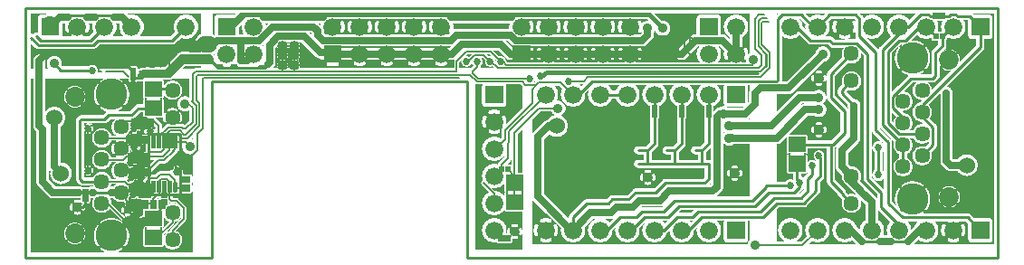
<source format=gbr>
G04 This is an RS-274x file exported by *
G04 gerbv version 2.7.0 *
G04 More information is available about gerbv at *
G04 http://gerbv.geda-project.org/ *
G04 --End of header info--*
%MOIN*%
%FSLAX36Y36*%
%IPPOS*%
G04 --Define apertures--*
%ADD10C,0.0060*%
%ADD11C,0.0040*%
%ADD12C,0.0038*%
%ADD13C,0.0080*%
%ADD14C,0.0100*%
%ADD15C,0.0001*%
%ADD16C,0.0250*%
%ADD17C,0.0150*%
%ADD18C,0.0600*%
%ADD19C,0.0669*%
%ADD20C,0.1102*%
%ADD21C,0.0512*%
%ADD22C,0.0120*%
%ADD23C,0.0360*%
%ADD24C,0.0270*%
%ADD25C,0.0350*%
%ADD26C,0.0200*%
%ADD27C,0.0130*%
%ADD28C,0.0945*%
%ADD29C,0.0354*%
%ADD30C,0.0380*%
%ADD31C,0.0729*%
%ADD32C,0.1162*%
%ADD33C,0.0572*%
%ADD34C,0.0660*%
%ADD35C,0.0400*%
%ADD36C,0.0180*%
%ADD37C,0.0510*%
%ADD38C,0.0940*%
G04 --Start main section--*
G54D10*
G01X0520000Y0834690D02*
G01X0455000Y0834690D01*
G01X0430000Y0834690D02*
G01X0440000Y0834690D01*
G01X2605000Y0969690D02*
G01X2605000Y0949690D01*
G01X2615000Y0959690D02*
G01X2595000Y0959690D01*
G01X2585000Y0919690D02*
G01X2605000Y0899690D01*
G01X2585000Y0974690D02*
G01X2585000Y0919690D01*
G01X2610000Y0999690D02*
G01X2585000Y0974690D01*
G01X0430000Y0904690D02*
G01X0430000Y0834690D01*
G01X0690000Y0834690D02*
G01X0680000Y0834690D01*
G01X0665000Y0834690D02*
G01X0580000Y0834690D01*
G01X0430000Y0904690D02*
G01X0690000Y0904690D01*
G01X0690000Y0904690D02*
G01X0690000Y0834690D01*
G01X0540000Y0814690D02*
G01X0520000Y0834690D01*
G54D11*
G01X2570000Y0949690D02*
G01X2560000Y0909690D01*
G01X2560000Y0909690D02*
G01X2550000Y0949690D01*
G01X2518000Y0909690D02*
G01X2533000Y0909690D01*
G01X2538000Y0914690D02*
G01X2533000Y0909690D01*
G01X2538000Y0914690D02*
G01X2538000Y0924690D01*
G01X2538000Y0924690D02*
G01X2533000Y0929690D01*
G01X2523000Y0929690D02*
G01X2533000Y0929690D01*
G01X2523000Y0929690D02*
G01X2518000Y0924690D01*
G01X2518000Y0919690D02*
G01X2538000Y0919690D01*
G01X2518000Y0919690D02*
G01X2518000Y0924690D01*
G01X2506000Y0929690D02*
G01X2486000Y0909690D01*
G01X2506000Y0909690D02*
G01X2486000Y0929690D01*
G01X2469000Y0914690D02*
G01X2469000Y0949690D01*
G01X2469000Y0914690D02*
G01X2464000Y0909690D01*
G01X2464000Y0934690D02*
G01X2474000Y0934690D01*
G54D12*
G01X0665000Y0889990D02*
G01X0655300Y0851190D01*
G01X0655300Y0851190D02*
G01X0645600Y0889990D01*
G01X0614560Y0851190D02*
G01X0629110Y0851190D01*
G01X0633960Y0856040D02*
G01X0629110Y0851190D01*
G01X0633960Y0856040D02*
G01X0633960Y0865740D01*
G01X0633960Y0865740D02*
G01X0629110Y0870590D01*
G01X0619410Y0870590D02*
G01X0629110Y0870590D01*
G01X0619410Y0870590D02*
G01X0614560Y0865740D01*
G01X0614560Y0860890D02*
G01X0633960Y0860890D01*
G01X0614560Y0860890D02*
G01X0614560Y0865740D01*
G01X0583520Y0851190D02*
G01X0598070Y0851190D01*
G01X0602920Y0856040D02*
G01X0598070Y0851190D01*
G01X0602920Y0856040D02*
G01X0602920Y0865740D01*
G01X0602920Y0865740D02*
G01X0598070Y0870590D01*
G01X0588370Y0870590D02*
G01X0598070Y0870590D01*
G01X0588370Y0870590D02*
G01X0583520Y0865740D01*
G01X0583520Y0860890D02*
G01X0602920Y0860890D01*
G01X0583520Y0860890D02*
G01X0583520Y0865740D01*
G01X0552480Y0870590D02*
G01X0571880Y0870590D01*
G01X0521440Y0889990D02*
G01X0516590Y0885140D01*
G01X0521440Y0889990D02*
G01X0535990Y0889990D01*
G01X0540840Y0885140D02*
G01X0535990Y0889990D01*
G01X0540840Y0856040D02*
G01X0540840Y0885140D01*
G01X0540840Y0856040D02*
G01X0535990Y0851190D01*
G01X0521440Y0851190D02*
G01X0535990Y0851190D01*
G01X0521440Y0851190D02*
G01X0516590Y0856040D01*
G01X0516590Y0856040D02*
G01X0516590Y0865740D01*
G01X0521440Y0870590D02*
G01X0516590Y0865740D01*
G01X0521440Y0870590D02*
G01X0531140Y0870590D01*
G01X0504950Y0851190D02*
G01X0504950Y0889990D01*
G01X0504950Y0889990D02*
G01X0480700Y0851190D01*
G01X0480700Y0851190D02*
G01X0480700Y0889990D01*
G01X0464210Y0851190D02*
G01X0464210Y0889990D01*
G01X0451600Y0889990D02*
G01X0444810Y0883200D01*
G01X0444810Y0857980D02*
G01X0444810Y0883200D01*
G01X0451600Y0851190D02*
G01X0444810Y0857980D01*
G01X0451600Y0851190D02*
G01X0469060Y0851190D01*
G01X0451600Y0889990D02*
G01X0469060Y0889990D01*
G54D13*
G01X3027550Y0534360D02*
G01X3027550Y0526500D01*
G01X2972450Y0534360D02*
G01X2972450Y0526500D01*
G01X1987550Y0393500D02*
G01X1987550Y0385640D01*
G01X1932450Y0393500D02*
G01X1932450Y0385640D01*
G01X0657550Y0738620D02*
G01X0657550Y0730760D01*
G01X0602450Y0738620D02*
G01X0602450Y0730760D01*
G54D10*
G01X0549000Y0323000D02*
G01X0541000Y0331000D01*
G01X0549000Y0323000D02*
G01X0584000Y0323000D01*
G01X0591000Y0330000D02*
G01X0584000Y0323000D01*
G01X0583000Y0363000D02*
G01X0590000Y0356000D01*
G01X0548000Y0363000D02*
G01X0583000Y0363000D01*
G01X0541000Y0356000D02*
G01X0548000Y0363000D01*
G54D14*
G01X0729000Y0473000D02*
G01X0729000Y0381000D01*
G01X0729000Y0604000D02*
G01X0729000Y0511000D01*
G01X0611000Y0604000D02*
G01X0729000Y0604000D01*
G01X0611000Y0604000D02*
G01X0611000Y0381000D01*
G01X0611000Y0381000D02*
G01X0729000Y0381000D01*
G01X0729000Y0511000D02*
G75*
G03X0729000Y0473000I0000000J-019000D01*
G54D10*
G01X0558500Y0386000D02*
G01X0550500Y0394000D01*
G01X0558500Y0386000D02*
G01X0593500Y0386000D01*
G01X0600500Y0393000D02*
G01X0593500Y0386000D01*
G01X0592500Y0426000D02*
G01X0599500Y0419000D01*
G01X0557500Y0426000D02*
G01X0592500Y0426000D01*
G01X0550500Y0419000D02*
G01X0557500Y0426000D01*
G01X0534000Y0259000D02*
G01X0526000Y0267000D01*
G01X0534000Y0259000D02*
G01X0569000Y0259000D01*
G01X0576000Y0266000D02*
G01X0569000Y0259000D01*
G01X0568000Y0299000D02*
G01X0575000Y0292000D01*
G01X0533000Y0299000D02*
G01X0568000Y0299000D01*
G01X0526000Y0292000D02*
G01X0533000Y0299000D01*
G54D13*
G01X0602450Y0263190D02*
G01X0602450Y0255330D01*
G01X0657550Y0263190D02*
G01X0657550Y0255330D01*
G54D10*
G01X0567500Y0626000D02*
G01X0559500Y0634000D01*
G01X0567500Y0626000D02*
G01X0602500Y0626000D01*
G01X0609500Y0633000D02*
G01X0602500Y0626000D01*
G01X0601500Y0666000D02*
G01X0608500Y0659000D01*
G01X0566500Y0666000D02*
G01X0601500Y0666000D01*
G01X0559500Y0659000D02*
G01X0566500Y0666000D01*
G01X0547500Y0563000D02*
G01X0539500Y0571000D01*
G01X0547500Y0563000D02*
G01X0582500Y0563000D01*
G01X0589500Y0570000D02*
G01X0582500Y0563000D01*
G01X0581500Y0603000D02*
G01X0588500Y0596000D01*
G01X0546500Y0603000D02*
G01X0581500Y0603000D01*
G01X0539500Y0596000D02*
G01X0546500Y0603000D01*
G01X0554000Y0498000D02*
G01X0546000Y0506000D01*
G01X0554000Y0498000D02*
G01X0589000Y0498000D01*
G01X0596000Y0505000D02*
G01X0589000Y0498000D01*
G01X0588000Y0538000D02*
G01X0595000Y0531000D01*
G01X0553000Y0538000D02*
G01X0588000Y0538000D01*
G01X0546000Y0531000D02*
G01X0553000Y0538000D01*
G01X0557500Y0443000D02*
G01X0549500Y0451000D01*
G01X0557500Y0443000D02*
G01X0592500Y0443000D01*
G01X0599500Y0450000D02*
G01X0592500Y0443000D01*
G01X0591500Y0483000D02*
G01X0598500Y0476000D01*
G01X0556500Y0483000D02*
G01X0591500Y0483000D01*
G01X0549500Y0476000D02*
G01X0556500Y0483000D01*
G01X0000000Y0000000D02*
G54D15*
G36*
G01X2472300Y0479690D02*
G01X2549410Y0479690D01*
G01X2550000Y0479640D01*
G01X2550590Y0479690D01*
G01X2649410Y0479690D01*
G01X2650000Y0479640D01*
G01X2650590Y0479690D01*
G01X2660000Y0479690D01*
G01X2660000Y0445900D01*
G01X2653790Y0439690D01*
G01X2515590Y0439690D01*
G01X2515000Y0439730D01*
G01X2512650Y0439550D01*
G01X2510350Y0438990D01*
G01X2508170Y0438090D01*
G01X2506160Y0436860D01*
G01X2506150Y0436860D01*
G01X2504360Y0435320D01*
G01X2503980Y0434880D01*
G01X2473790Y0404690D01*
G01X2472300Y0404690D01*
G01X2472300Y0431830D01*
G01X2472980Y0431960D01*
G01X2473710Y0432240D01*
G01X2474400Y0432620D01*
G01X2475020Y0433110D01*
G01X2475550Y0433690D01*
G01X2475980Y0434350D01*
G01X2476300Y0435070D01*
G01X2477060Y0437400D01*
G01X2477600Y0439800D01*
G01X2477920Y0442230D01*
G01X2478030Y0444690D01*
G01X2477920Y0447140D01*
G01X2477600Y0449570D01*
G01X2477060Y0451970D01*
G01X2476320Y0454310D01*
G01X2476000Y0455030D01*
G01X2475560Y0455690D01*
G01X2475030Y0456270D01*
G01X2474410Y0456760D01*
G01X2473720Y0457150D01*
G01X2472980Y0457420D01*
G01X2472300Y0457560D01*
G01X2472300Y0479690D01*
G37*
G36*
G01X2450010Y0479640D02*
G01X2450590Y0479690D01*
G01X2472300Y0479690D01*
G01X2472300Y0457560D01*
G01X2472210Y0457580D01*
G01X2471420Y0457610D01*
G01X2470630Y0457520D01*
G01X2469870Y0457310D01*
G01X2469150Y0456980D01*
G01X2468500Y0456550D01*
G01X2467910Y0456010D01*
G01X2467420Y0455390D01*
G01X2467040Y0454700D01*
G01X2466760Y0453960D01*
G01X2466600Y0453190D01*
G01X2466570Y0452400D01*
G01X2466660Y0451620D01*
G01X2466890Y0450860D01*
G01X2467380Y0449360D01*
G01X2467720Y0447820D01*
G01X2467930Y0446260D01*
G01X2468000Y0444690D01*
G01X2467930Y0443110D01*
G01X2467720Y0441550D01*
G01X2467380Y0440010D01*
G01X2466900Y0438500D01*
G01X2466680Y0437750D01*
G01X2466590Y0436970D01*
G01X2466620Y0436180D01*
G01X2466780Y0435410D01*
G01X2467050Y0434670D01*
G01X2467440Y0433990D01*
G01X2467930Y0433370D01*
G01X2468510Y0432840D01*
G01X2469160Y0432400D01*
G01X2469880Y0432070D01*
G01X2470640Y0431860D01*
G01X2471420Y0431770D01*
G01X2472200Y0431810D01*
G01X2472300Y0431830D01*
G01X2472300Y0404690D01*
G01X2450010Y0404690D01*
G01X2450010Y0416660D01*
G01X2452450Y0416770D01*
G01X2454890Y0417090D01*
G01X2457290Y0417620D01*
G01X2459630Y0418360D01*
G01X2460350Y0418690D01*
G01X2461000Y0419120D01*
G01X2461590Y0419660D01*
G01X2462080Y0420280D01*
G01X2462460Y0420960D01*
G01X2462740Y0421700D01*
G01X2462900Y0422480D01*
G01X2462930Y0423270D01*
G01X2462840Y0424050D01*
G01X2462630Y0424810D01*
G01X2462300Y0425530D01*
G01X2461860Y0426190D01*
G01X2461330Y0426770D01*
G01X2460710Y0427260D01*
G01X2460020Y0427650D01*
G01X2459280Y0427920D01*
G01X2458510Y0428080D01*
G01X2457720Y0428110D01*
G01X2456930Y0428020D01*
G01X2456180Y0427800D01*
G01X2454680Y0427300D01*
G01X2453140Y0426960D01*
G01X2451580Y0426750D01*
G01X2450010Y0426690D01*
G01X2450010Y0462680D01*
G01X2451580Y0462620D01*
G01X2453140Y0462410D01*
G01X2454680Y0462070D01*
G01X2456180Y0461590D01*
G01X2456940Y0461360D01*
G01X2457720Y0461270D01*
G01X2458500Y0461310D01*
G01X2459270Y0461460D01*
G01X2460010Y0461740D01*
G01X2460700Y0462120D01*
G01X2461310Y0462610D01*
G01X2461850Y0463190D01*
G01X2462280Y0463850D01*
G01X2462610Y0464560D01*
G01X2462820Y0465320D01*
G01X2462910Y0466100D01*
G01X2462880Y0466890D01*
G01X2462720Y0467660D01*
G01X2462450Y0468400D01*
G01X2462060Y0469080D01*
G01X2461570Y0469700D01*
G01X2460990Y0470230D01*
G01X2460340Y0470670D01*
G01X2459620Y0470980D01*
G01X2457290Y0471750D01*
G01X2454890Y0472280D01*
G01X2452450Y0472600D01*
G01X2450010Y0472710D01*
G01X2450010Y0479640D01*
G37*
G36*
G01X2450010Y0712540D02*
G01X2454510Y0709780D01*
G01X2457180Y0708680D01*
G01X2457130Y0707870D01*
G01X2457220Y0690560D01*
G01X2457590Y0689030D01*
G01X2457940Y0688190D01*
G01X2457590Y0687350D01*
G01X2457220Y0685820D01*
G01X2457130Y0684250D01*
G01X2457220Y0666940D01*
G01X2457590Y0665410D01*
G01X2458190Y0663960D01*
G01X2459010Y0662610D01*
G01X2460000Y0661460D01*
G01X2460000Y0575900D01*
G01X2450010Y0565910D01*
G01X2450010Y0712540D01*
G37*
G36*
G01X2427700Y0479690D02*
G01X2449410Y0479690D01*
G01X2450000Y0479640D01*
G01X2450010Y0479640D01*
G01X2450010Y0472710D01*
G01X2450000Y0472710D01*
G01X2447550Y0472600D01*
G01X2445110Y0472280D01*
G01X2442710Y0471750D01*
G01X2440370Y0471010D01*
G01X2439650Y0470680D01*
G01X2439000Y0470250D01*
G01X2438410Y0469710D01*
G01X2437920Y0469090D01*
G01X2437540Y0468410D01*
G01X2437260Y0467670D01*
G01X2437100Y0466890D01*
G01X2437070Y0466100D01*
G01X2437160Y0465320D01*
G01X2437370Y0464560D01*
G01X2437700Y0463840D01*
G01X2438140Y0463180D01*
G01X2438670Y0462600D01*
G01X2439290Y0462110D01*
G01X2439980Y0461720D01*
G01X2440720Y0461450D01*
G01X2441490Y0461290D01*
G01X2442280Y0461260D01*
G01X2443070Y0461350D01*
G01X2443820Y0461570D01*
G01X2445320Y0462070D01*
G01X2446860Y0462410D01*
G01X2448420Y0462620D01*
G01X2450000Y0462690D01*
G01X2450010Y0462680D01*
G01X2450010Y0426690D01*
G01X2450000Y0426690D01*
G01X2448420Y0426750D01*
G01X2446860Y0426960D01*
G01X2445320Y0427300D01*
G01X2443820Y0427780D01*
G01X2443060Y0428010D01*
G01X2442280Y0428100D01*
G01X2441500Y0428060D01*
G01X2440730Y0427910D01*
G01X2439990Y0427630D01*
G01X2439300Y0427250D01*
G01X2438690Y0426760D01*
G01X2438150Y0426180D01*
G01X2437720Y0425520D01*
G01X2437390Y0424810D01*
G01X2437180Y0424050D01*
G01X2437090Y0423270D01*
G01X2437120Y0422480D01*
G01X2437280Y0421710D01*
G01X2437550Y0420970D01*
G01X2437940Y0420290D01*
G01X2438430Y0419670D01*
G01X2439010Y0419140D01*
G01X2439660Y0418700D01*
G01X2440380Y0418390D01*
G01X2442710Y0417620D01*
G01X2445110Y0417090D01*
G01X2447550Y0416770D01*
G01X2450000Y0416660D01*
G01X2450010Y0416660D01*
G01X2450010Y0404690D01*
G01X2427700Y0404690D01*
G01X2427700Y0431810D01*
G01X2427790Y0431790D01*
G01X2428580Y0431760D01*
G01X2429370Y0431850D01*
G01X2430130Y0432060D01*
G01X2430850Y0432390D01*
G01X2431500Y0432820D01*
G01X2432090Y0433360D01*
G01X2432580Y0433980D01*
G01X2432960Y0434670D01*
G01X2433240Y0435410D01*
G01X2433400Y0436180D01*
G01X2433430Y0436970D01*
G01X2433340Y0437750D01*
G01X2433110Y0438510D01*
G01X2432620Y0440010D01*
G01X2432280Y0441550D01*
G01X2432070Y0443110D01*
G01X2432000Y0444690D01*
G01X2432070Y0446260D01*
G01X2432280Y0447820D01*
G01X2432620Y0449360D01*
G01X2433100Y0450870D01*
G01X2433320Y0451620D01*
G01X2433410Y0452400D01*
G01X2433380Y0453190D01*
G01X2433220Y0453960D01*
G01X2432950Y0454700D01*
G01X2432560Y0455380D01*
G01X2432070Y0456000D01*
G01X2431490Y0456530D01*
G01X2430840Y0456970D01*
G01X2430120Y0457300D01*
G01X2429360Y0457510D01*
G01X2428580Y0457600D01*
G01X2427800Y0457560D01*
G01X2427700Y0457540D01*
G01X2427700Y0479690D01*
G37*
G36*
G01X2427700Y0529690D02*
G01X2435000Y0529690D01*
G01X2435000Y0509690D01*
G01X2427700Y0509690D01*
G01X2427700Y0529690D01*
G37*
G36*
G01X2427700Y0785000D02*
G01X2446690Y0785000D01*
G01X2443080Y0781920D01*
G01X2438480Y0776530D01*
G01X2434780Y0770490D01*
G01X2432070Y0763950D01*
G01X2430420Y0757060D01*
G01X2429860Y0750000D01*
G01X2430420Y0742940D01*
G01X2432070Y0736050D01*
G01X2434780Y0729510D01*
G01X2438480Y0723470D01*
G01X2443080Y0718080D01*
G01X2448470Y0713480D01*
G01X2450010Y0712540D01*
G01X2450010Y0565910D01*
G01X2443790Y0559690D01*
G01X2427700Y0559690D01*
G01X2427700Y0785000D01*
G37*
G36*
G01X2317490Y0735000D02*
G01X2332510Y0735000D01*
G01X2334780Y0729510D01*
G01X2338480Y0723470D01*
G01X2343080Y0718080D01*
G01X2348470Y0713480D01*
G01X2354510Y0709780D01*
G01X2361050Y0707070D01*
G01X2367940Y0705420D01*
G01X2375000Y0704860D01*
G01X2382060Y0705420D01*
G01X2388950Y0707070D01*
G01X2395490Y0709780D01*
G01X2401530Y0713480D01*
G01X2406920Y0718080D01*
G01X2411520Y0723470D01*
G01X2415220Y0729510D01*
G01X2417930Y0736050D01*
G01X2419580Y0742940D01*
G01X2420000Y0750000D01*
G01X2419580Y0757060D01*
G01X2417930Y0763950D01*
G01X2415220Y0770490D01*
G01X2411520Y0776530D01*
G01X2406920Y0781920D01*
G01X2403310Y0785000D01*
G01X2427700Y0785000D01*
G01X2427700Y0559690D01*
G01X2415000Y0559690D01*
G01X2412650Y0559550D01*
G01X2410350Y0558990D01*
G01X2408170Y0558090D01*
G01X2406160Y0556860D01*
G01X2404360Y0555320D01*
G01X2402830Y0553530D01*
G01X2401590Y0551520D01*
G01X2400690Y0549330D01*
G01X2400140Y0547040D01*
G01X2399950Y0544690D01*
G01X2400140Y0542330D01*
G01X2400690Y0540040D01*
G01X2401590Y0537850D01*
G01X2402830Y0535840D01*
G01X2404360Y0534050D01*
G01X2406160Y0532510D01*
G01X2408170Y0531280D01*
G01X2410350Y0530380D01*
G01X2412650Y0529820D01*
G01X2415000Y0529690D01*
G01X2427700Y0529690D01*
G01X2427700Y0509690D01*
G01X2415000Y0509690D01*
G01X2412650Y0509550D01*
G01X2410350Y0508990D01*
G01X2408170Y0508090D01*
G01X2406160Y0506860D01*
G01X2404360Y0505320D01*
G01X2402830Y0503530D01*
G01X2401590Y0501520D01*
G01X2400690Y0499330D01*
G01X2400140Y0497040D01*
G01X2399950Y0494690D01*
G01X2400140Y0492330D01*
G01X2400690Y0490040D01*
G01X2401590Y0487850D01*
G01X2402830Y0485840D01*
G01X2404360Y0484050D01*
G01X2406160Y0482510D01*
G01X2408170Y0481280D01*
G01X2410350Y0480380D01*
G01X2412650Y0479820D01*
G01X2415000Y0479690D01*
G01X2427700Y0479690D01*
G01X2427700Y0457540D01*
G01X2427020Y0457410D01*
G01X2426290Y0457130D01*
G01X2425600Y0456750D01*
G01X2424980Y0456260D01*
G01X2424450Y0455680D01*
G01X2424020Y0455020D01*
G01X2423700Y0454300D01*
G01X2422940Y0451970D01*
G01X2422400Y0449570D01*
G01X2422080Y0447140D01*
G01X2421970Y0444690D01*
G01X2422080Y0442230D01*
G01X2422400Y0439800D01*
G01X2422940Y0437400D01*
G01X2423680Y0435060D01*
G01X2424000Y0434340D01*
G01X2424440Y0433680D01*
G01X2424970Y0433100D01*
G01X2425590Y0432610D01*
G01X2426280Y0432220D01*
G01X2427020Y0431950D01*
G01X2427700Y0431810D01*
G01X2427700Y0404690D01*
G01X2405590Y0404690D01*
G01X2405000Y0404730D01*
G01X2402650Y0404550D01*
G01X2400350Y0403990D01*
G01X2398170Y0403090D01*
G01X2396160Y0401860D01*
G01X2396150Y0401860D01*
G01X2394360Y0400320D01*
G01X2393980Y0399880D01*
G01X2373790Y0379690D01*
G01X2320590Y0379690D01*
G01X2320000Y0379730D01*
G01X2317650Y0379550D01*
G01X2315350Y0378990D01*
G01X2313170Y0378090D01*
G01X2311160Y0376860D01*
G01X2311150Y0376860D01*
G01X2309360Y0375320D01*
G01X2308980Y0374880D01*
G01X2298790Y0364690D01*
G01X2225590Y0364690D01*
G01X2225000Y0364730D01*
G01X2222650Y0364550D01*
G01X2220350Y0363990D01*
G01X2218170Y0363090D01*
G01X2216160Y0361860D01*
G01X2216150Y0361860D01*
G01X2214360Y0360320D01*
G01X2213980Y0359880D01*
G01X2164810Y0310710D01*
G01X2164360Y0310320D01*
G01X2162830Y0308530D01*
G01X2161590Y0306520D01*
G01X2160690Y0304330D01*
G01X2160140Y0302040D01*
G01X2160140Y0302040D01*
G01X2159950Y0299690D01*
G01X2160000Y0299100D01*
G01X2160000Y0292490D01*
G01X2159300Y0292200D01*
G01X2067500Y0384000D01*
G01X2067500Y0585370D01*
G01X2087610Y0605480D01*
G01X2091420Y0602220D01*
G01X2096780Y0598930D01*
G01X2102600Y0596530D01*
G01X2108720Y0595060D01*
G01X2115000Y0594560D01*
G01X2121280Y0595060D01*
G01X2127400Y0596530D01*
G01X2133220Y0598930D01*
G01X2138580Y0602220D01*
G01X2143370Y0606310D01*
G01X2147460Y0611100D01*
G01X2150750Y0616470D01*
G01X2153160Y0622290D01*
G01X2154630Y0628410D01*
G01X2155000Y0634690D01*
G01X2154630Y0640960D01*
G01X2153160Y0647080D01*
G01X2150750Y0652900D01*
G01X2147460Y0658270D01*
G01X2143370Y0663060D01*
G01X2138580Y0667150D01*
G01X2133220Y0670440D01*
G01X2127400Y0672840D01*
G01X2127120Y0672910D01*
G01X2128680Y0673290D01*
G01X2132750Y0674970D01*
G01X2136510Y0677280D01*
G01X2139860Y0680140D01*
G01X2142720Y0683490D01*
G01X2145030Y0687250D01*
G01X2146710Y0691320D01*
G01X2147740Y0695610D01*
G01X2148000Y0700000D01*
G01X2147740Y0704390D01*
G01X2146710Y0708680D01*
G01X2145030Y0712750D01*
G01X2142720Y0716510D01*
G01X2139860Y0719860D01*
G01X2136510Y0722720D01*
G01X2132750Y0725030D01*
G01X2128680Y0726710D01*
G01X2124390Y0727740D01*
G01X2120000Y0728090D01*
G01X2115610Y0727740D01*
G01X2113880Y0727330D01*
G01X2115220Y0729510D01*
G01X2117930Y0736050D01*
G01X2119580Y0742940D01*
G01X2120000Y0750000D01*
G01X2119580Y0757060D01*
G01X2117930Y0763950D01*
G01X2115220Y0770490D01*
G01X2111520Y0776530D01*
G01X2106920Y0781920D01*
G01X2106820Y0782000D01*
G01X2124620Y0782000D01*
G01X2135290Y0771320D01*
G01X2134780Y0770490D01*
G01X2132070Y0763950D01*
G01X2130420Y0757060D01*
G01X2129860Y0750000D01*
G01X2130420Y0742940D01*
G01X2132070Y0736050D01*
G01X2134780Y0729510D01*
G01X2138480Y0723470D01*
G01X2143080Y0718080D01*
G01X2148470Y0713480D01*
G01X2154510Y0709780D01*
G01X2161050Y0707070D01*
G01X2167940Y0705420D01*
G01X2175000Y0704860D01*
G01X2182060Y0705420D01*
G01X2188950Y0707070D01*
G01X2195490Y0709780D01*
G01X2201530Y0713480D01*
G01X2206920Y0718080D01*
G01X2211520Y0723470D01*
G01X2215220Y0729510D01*
G01X2217930Y0736050D01*
G01X2219580Y0742940D01*
G01X2220000Y0750000D01*
G01X2219790Y0753580D01*
G01X2233420Y0767210D01*
G01X2232070Y0763950D01*
G01X2230420Y0757060D01*
G01X2229860Y0750000D01*
G01X2230420Y0742940D01*
G01X2232070Y0736050D01*
G01X2234780Y0729510D01*
G01X2238480Y0723470D01*
G01X2243080Y0718080D01*
G01X2248470Y0713480D01*
G01X2254510Y0709780D01*
G01X2261050Y0707070D01*
G01X2267940Y0705420D01*
G01X2275000Y0704860D01*
G01X2282060Y0705420D01*
G01X2288950Y0707070D01*
G01X2295490Y0709780D01*
G01X2301530Y0713480D01*
G01X2306920Y0718080D01*
G01X2311520Y0723470D01*
G01X2315220Y0729510D01*
G01X2317490Y0735000D01*
G37*
G36*
G01X2682500Y0507680D02*
G01X2681830Y0508090D01*
G01X2679650Y0508990D01*
G01X2677350Y0509550D01*
G01X2675000Y0509730D01*
G01X2674410Y0509690D01*
G01X2665000Y0509690D01*
G01X2665000Y0538470D01*
G01X2682500Y0555970D01*
G01X2682500Y0507680D01*
G37*
G36*
G01X2825000Y0663490D02*
G01X2825000Y0657500D01*
G01X2810570Y0657500D01*
G01X2813210Y0657710D01*
G01X2813220Y0657710D01*
G01X2816660Y0658540D01*
G01X2819930Y0659890D01*
G01X2822950Y0661740D01*
G01X2825000Y0663490D01*
G37*
G36*
G01X2608790Y0315000D02*
G01X2561210Y0315000D01*
G01X2571210Y0325000D01*
G01X2618790Y0325000D01*
G01X2608790Y0315000D01*
G37*
G36*
G01X2494120Y0337190D02*
G01X2495000Y0337120D01*
G01X2498530Y0337390D01*
G01X2498530Y0337390D01*
G01X2501970Y0338220D01*
G01X2505250Y0339580D01*
G01X2508270Y0341430D01*
G01X2510960Y0343730D01*
G01X2511530Y0344400D01*
G01X2539320Y0372190D01*
G01X2541180Y0372190D01*
G01X2541160Y0372170D01*
G01X2541150Y0372170D01*
G01X2539360Y0370640D01*
G01X2538980Y0370190D01*
G01X2503790Y0335000D01*
G01X2430590Y0335000D01*
G01X2430000Y0335050D01*
G01X2427650Y0334860D01*
G01X2426790Y0334660D01*
G01X2429320Y0337190D01*
G01X2494120Y0337190D01*
G37*
G36*
G01X2038870Y0200000D02*
G01X2025000Y0200000D01*
G01X2025000Y0364260D01*
G01X2025660Y0363180D01*
G01X2026740Y0361420D01*
G01X2026740Y0361420D01*
G01X2029040Y0358730D01*
G01X2029710Y0358150D01*
G01X2038870Y0349000D01*
G01X2038870Y0271470D01*
G01X2038440Y0271400D01*
G01X2037320Y0271030D01*
G01X2036270Y0270480D01*
G01X2035320Y0269780D01*
G01X2034490Y0268940D01*
G01X2033810Y0267980D01*
G01X2033300Y0266920D01*
G01X2031820Y0262840D01*
G01X2030780Y0258630D01*
G01X2030160Y0254330D01*
G01X2029950Y0250000D01*
G01X2030160Y0245670D01*
G01X2030780Y0241370D01*
G01X2031820Y0237160D01*
G01X2033250Y0233060D01*
G01X2033780Y0232000D01*
G01X2034470Y0231040D01*
G01X2035300Y0230190D01*
G01X2036250Y0229490D01*
G01X2037310Y0228940D01*
G01X2038430Y0228570D01*
G01X2038870Y0228490D01*
G01X2038870Y0200000D01*
G37*
G36*
G01X2075020Y0200000D02*
G01X2038870Y0200000D01*
G01X2038870Y0228490D01*
G01X2039600Y0228370D01*
G01X2040790Y0228360D01*
G01X2041960Y0228540D01*
G01X2043090Y0228900D01*
G01X2044150Y0229430D01*
G01X2045120Y0230120D01*
G01X2045960Y0230950D01*
G01X2046670Y0231910D01*
G01X2047210Y0232960D01*
G01X2047590Y0234080D01*
G01X2047780Y0235250D01*
G01X2047790Y0236440D01*
G01X2047610Y0237610D01*
G01X2047230Y0238740D01*
G01X2046240Y0241450D01*
G01X2045560Y0244250D01*
G01X2045140Y0247110D01*
G01X2045000Y0250000D01*
G01X2045140Y0252890D01*
G01X2045560Y0255750D01*
G01X2046240Y0258550D01*
G01X2047200Y0261280D01*
G01X2047580Y0262390D01*
G01X2047750Y0263560D01*
G01X2047750Y0264740D01*
G01X2047550Y0265910D01*
G01X2047180Y0267030D01*
G01X2046640Y0268070D01*
G01X2045940Y0269020D01*
G01X2045090Y0269850D01*
G01X2044130Y0270540D01*
G01X2043080Y0271070D01*
G01X2041950Y0271430D01*
G01X2040790Y0271600D01*
G01X2039610Y0271590D01*
G01X2038870Y0271470D01*
G01X2038870Y0349000D01*
G01X2075020Y0312850D01*
G01X2075020Y0295050D01*
G01X2075000Y0295050D01*
G01X2070670Y0294840D01*
G01X2066370Y0294220D01*
G01X2062160Y0293180D01*
G01X2058060Y0291750D01*
G01X2057000Y0291220D01*
G01X2056040Y0290530D01*
G01X2055190Y0289700D01*
G01X2054490Y0288750D01*
G01X2053940Y0287690D01*
G01X2053570Y0286570D01*
G01X2053370Y0285400D01*
G01X2053360Y0284210D01*
G01X2053540Y0283040D01*
G01X2053900Y0281910D01*
G01X2054430Y0280850D01*
G01X2055120Y0279880D01*
G01X2055950Y0279040D01*
G01X2056910Y0278330D01*
G01X2057960Y0277790D01*
G01X2059080Y0277410D01*
G01X2060250Y0277220D01*
G01X2061440Y0277210D01*
G01X2062610Y0277390D01*
G01X2063740Y0277770D01*
G01X2066450Y0278760D01*
G01X2069250Y0279440D01*
G01X2072110Y0279860D01*
G01X2075000Y0280000D01*
G01X2075020Y0280000D01*
G01X2075020Y0220000D01*
G01X2075000Y0220000D01*
G01X2072110Y0220140D01*
G01X2069250Y0220560D01*
G01X2066450Y0221240D01*
G01X2063720Y0222200D01*
G01X2062610Y0222580D01*
G01X2061440Y0222750D01*
G01X2060260Y0222750D01*
G01X2059090Y0222550D01*
G01X2057970Y0222180D01*
G01X2056930Y0221640D01*
G01X2055980Y0220940D01*
G01X2055150Y0220090D01*
G01X2054460Y0219130D01*
G01X2053930Y0218080D01*
G01X2053570Y0216950D01*
G01X2053400Y0215790D01*
G01X2053410Y0214610D01*
G01X2053600Y0213440D01*
G01X2053970Y0212320D01*
G01X2054520Y0211270D01*
G01X2055220Y0210320D01*
G01X2056060Y0209490D01*
G01X2057020Y0208810D01*
G01X2058080Y0208300D01*
G01X2062160Y0206820D01*
G01X2066370Y0205780D01*
G01X2070670Y0205160D01*
G01X2075000Y0204950D01*
G01X2075020Y0204950D01*
G01X2075020Y0200000D01*
G37*
G36*
G01X2111130Y0200000D02*
G01X2075020Y0200000D01*
G01X2075020Y0204950D01*
G01X2079330Y0205160D01*
G01X2083630Y0205780D01*
G01X2087840Y0206820D01*
G01X2091940Y0208250D01*
G01X2093000Y0208780D01*
G01X2093960Y0209470D01*
G01X2094810Y0210300D01*
G01X2095510Y0211250D01*
G01X2096060Y0212310D01*
G01X2096430Y0213430D01*
G01X2096630Y0214600D01*
G01X2096640Y0215790D01*
G01X2096460Y0216960D01*
G01X2096100Y0218090D01*
G01X2095570Y0219150D01*
G01X2094880Y0220120D01*
G01X2094050Y0220960D01*
G01X2093090Y0221670D01*
G01X2092040Y0222210D01*
G01X2090920Y0222590D01*
G01X2089750Y0222780D01*
G01X2088560Y0222790D01*
G01X2087390Y0222610D01*
G01X2086260Y0222230D01*
G01X2083550Y0221240D01*
G01X2080750Y0220560D01*
G01X2077890Y0220140D01*
G01X2075020Y0220000D01*
G01X2075020Y0280000D01*
G01X2077890Y0279860D01*
G01X2080750Y0279440D01*
G01X2083550Y0278760D01*
G01X2086280Y0277800D01*
G01X2087390Y0277420D01*
G01X2088560Y0277250D01*
G01X2089740Y0277250D01*
G01X2090910Y0277450D01*
G01X2092030Y0277820D01*
G01X2093070Y0278360D01*
G01X2094020Y0279060D01*
G01X2094850Y0279910D01*
G01X2095540Y0280870D01*
G01X2096070Y0281920D01*
G01X2096430Y0283050D01*
G01X2096600Y0284210D01*
G01X2096590Y0285390D01*
G01X2096400Y0286560D01*
G01X2096030Y0287680D01*
G01X2095480Y0288730D01*
G01X2094780Y0289680D01*
G01X2093940Y0290510D01*
G01X2092980Y0291190D01*
G01X2091920Y0291700D01*
G01X2087840Y0293180D01*
G01X2083630Y0294220D01*
G01X2079330Y0294840D01*
G01X2075020Y0295050D01*
G01X2075020Y0312850D01*
G01X2111130Y0276730D01*
G01X2111130Y0271510D01*
G01X2110400Y0271630D01*
G01X2109210Y0271640D01*
G01X2108040Y0271460D01*
G01X2106910Y0271100D01*
G01X2105850Y0270570D01*
G01X2104880Y0269880D01*
G01X2104040Y0269050D01*
G01X2103330Y0268090D01*
G01X2102790Y0267040D01*
G01X2102410Y0265920D01*
G01X2102220Y0264750D01*
G01X2102210Y0263560D01*
G01X2102390Y0262390D01*
G01X2102770Y0261260D01*
G01X2103760Y0258550D01*
G01X2104440Y0255750D01*
G01X2104860Y0252890D01*
G01X2105000Y0250000D01*
G01X2104860Y0247110D01*
G01X2104440Y0244250D01*
G01X2103760Y0241450D01*
G01X2102800Y0238720D01*
G01X2102420Y0237610D01*
G01X2102250Y0236440D01*
G01X2102250Y0235260D01*
G01X2102450Y0234090D01*
G01X2102820Y0232970D01*
G01X2103360Y0231930D01*
G01X2104060Y0230980D01*
G01X2104910Y0230150D01*
G01X2105870Y0229460D01*
G01X2106920Y0228930D01*
G01X2108050Y0228570D01*
G01X2109210Y0228400D01*
G01X2110390Y0228410D01*
G01X2111130Y0228530D01*
G01X2111130Y0200000D01*
G37*
G36*
G01X2419330Y0258120D02*
G01X2442790Y0281580D01*
G01X2438480Y0276530D01*
G01X2434780Y0270490D01*
G01X2432070Y0263950D01*
G01X2430420Y0257060D01*
G01X2429860Y0250000D01*
G01X2430420Y0242940D01*
G01X2432070Y0236050D01*
G01X2434780Y0229510D01*
G01X2438480Y0223470D01*
G01X2443080Y0218080D01*
G01X2448470Y0213480D01*
G01X2454510Y0209780D01*
G01X2461050Y0207070D01*
G01X2467940Y0205420D01*
G01X2475000Y0204860D01*
G01X2482060Y0205420D01*
G01X2488950Y0207070D01*
G01X2495490Y0209780D01*
G01X2501530Y0213480D01*
G01X2506920Y0218080D01*
G01X2511520Y0223470D01*
G01X2515220Y0229510D01*
G01X2517930Y0236050D01*
G01X2518270Y0237480D01*
G01X2518840Y0237830D01*
G01X2520640Y0239360D01*
G01X2521020Y0239810D01*
G01X2529960Y0248750D01*
G01X2530420Y0242940D01*
G01X2532070Y0236050D01*
G01X2534780Y0229510D01*
G01X2538480Y0223470D01*
G01X2543080Y0218080D01*
G01X2548470Y0213480D01*
G01X2554510Y0209780D01*
G01X2561050Y0207070D01*
G01X2567940Y0205420D01*
G01X2575000Y0204860D01*
G01X2582060Y0205420D01*
G01X2588950Y0207070D01*
G01X2595490Y0209780D01*
G01X2601530Y0213480D01*
G01X2606920Y0218080D01*
G01X2611520Y0223470D01*
G01X2615220Y0229510D01*
G01X2617930Y0236050D01*
G01X2619580Y0242940D01*
G01X2619920Y0248710D01*
G01X2631090Y0259880D01*
G01X2630420Y0257060D01*
G01X2629860Y0250000D01*
G01X2630420Y0242940D01*
G01X2632070Y0236050D01*
G01X2634780Y0229510D01*
G01X2638480Y0223470D01*
G01X2643080Y0218080D01*
G01X2648470Y0213480D01*
G01X2654510Y0209780D01*
G01X2661050Y0207070D01*
G01X2667940Y0205420D01*
G01X2675000Y0204860D01*
G01X2682060Y0205420D01*
G01X2688950Y0207070D01*
G01X2695490Y0209780D01*
G01X2701530Y0213480D01*
G01X2706920Y0218080D01*
G01X2711520Y0223470D01*
G01X2715220Y0229510D01*
G01X2717930Y0236050D01*
G01X2719580Y0242940D01*
G01X2720000Y0250000D01*
G01X2719580Y0257060D01*
G01X2717930Y0263950D01*
G01X2715220Y0270490D01*
G01X2711520Y0276530D01*
G01X2706920Y0281920D01*
G01X2703310Y0285000D01*
G01X2730840Y0285000D01*
G01X2730690Y0284650D01*
G01X2730140Y0282350D01*
G01X2730000Y0280000D01*
G01X2730140Y0217650D01*
G01X2730690Y0215350D01*
G01X2731590Y0213170D01*
G01X2732830Y0211160D01*
G01X2734360Y0209360D01*
G01X2736160Y0207830D01*
G01X2738170Y0206590D01*
G01X2740350Y0205690D01*
G01X2742650Y0205140D01*
G01X2745000Y0205000D01*
G01X2807350Y0205140D01*
G01X2809650Y0205690D01*
G01X2811830Y0206590D01*
G01X2813840Y0207830D01*
G01X2815640Y0209360D01*
G01X2817170Y0211160D01*
G01X2818410Y0213170D01*
G01X2819310Y0215350D01*
G01X2819860Y0217650D01*
G01X2820000Y0220000D01*
G01X2819860Y0282350D01*
G01X2819310Y0284650D01*
G01X2819160Y0285000D01*
G01X2825000Y0285000D01*
G01X2825000Y0214700D01*
G01X2822280Y0211510D01*
G01X2819970Y0207750D01*
G01X2818290Y0203680D01*
G01X2817400Y0200000D01*
G01X2111130Y0200000D01*
G01X2111130Y0228530D01*
G01X2111560Y0228600D01*
G01X2112680Y0228970D01*
G01X2113730Y0229520D01*
G01X2114680Y0230220D01*
G01X2115510Y0231060D01*
G01X2116190Y0232020D01*
G01X2116700Y0233080D01*
G01X2118180Y0237160D01*
G01X2119220Y0241370D01*
G01X2119840Y0245670D01*
G01X2120050Y0250000D01*
G01X2119840Y0254330D01*
G01X2119220Y0258630D01*
G01X2118180Y0262840D01*
G01X2116750Y0266940D01*
G01X2116220Y0268000D01*
G01X2115530Y0268960D01*
G01X2114700Y0269810D01*
G01X2113750Y0270510D01*
G01X2112690Y0271060D01*
G01X2111570Y0271430D01*
G01X2111130Y0271510D01*
G01X2111130Y0276730D01*
G01X2130490Y0257370D01*
G01X2130420Y0257060D01*
G01X2129860Y0250000D01*
G01X2130420Y0242940D01*
G01X2132070Y0236050D01*
G01X2134780Y0229510D01*
G01X2138480Y0223470D01*
G01X2143080Y0218080D01*
G01X2148470Y0213480D01*
G01X2154510Y0209780D01*
G01X2161050Y0207070D01*
G01X2167940Y0205420D01*
G01X2175000Y0204860D01*
G01X2182060Y0205420D01*
G01X2188950Y0207070D01*
G01X2195490Y0209780D01*
G01X2201530Y0213480D01*
G01X2206920Y0218080D01*
G01X2211520Y0223470D01*
G01X2215220Y0229510D01*
G01X2217930Y0236050D01*
G01X2219580Y0242940D01*
G01X2220000Y0250000D01*
G01X2219580Y0257060D01*
G01X2218480Y0261660D01*
G01X2249000Y0292190D01*
G01X2259250Y0292190D01*
G01X2254510Y0290220D01*
G01X2248470Y0286520D01*
G01X2243080Y0281920D01*
G01X2238480Y0276530D01*
G01X2234780Y0270490D01*
G01X2232070Y0263950D01*
G01X2230420Y0257060D01*
G01X2229860Y0250000D01*
G01X2230420Y0242940D01*
G01X2232070Y0236050D01*
G01X2234780Y0229510D01*
G01X2238480Y0223470D01*
G01X2243080Y0218080D01*
G01X2248470Y0213480D01*
G01X2254510Y0209780D01*
G01X2261050Y0207070D01*
G01X2267940Y0205420D01*
G01X2275000Y0204860D01*
G01X2282060Y0205420D01*
G01X2288950Y0207070D01*
G01X2295490Y0209780D01*
G01X2301530Y0213480D01*
G01X2306920Y0218080D01*
G01X2311520Y0223470D01*
G01X2315220Y0229510D01*
G01X2317930Y0236050D01*
G01X2319580Y0242940D01*
G01X2319920Y0248710D01*
G01X2331090Y0259880D01*
G01X2330420Y0257060D01*
G01X2329860Y0250000D01*
G01X2330420Y0242940D01*
G01X2332070Y0236050D01*
G01X2334780Y0229510D01*
G01X2338480Y0223470D01*
G01X2343080Y0218080D01*
G01X2348470Y0213480D01*
G01X2354510Y0209780D01*
G01X2361050Y0207070D01*
G01X2367940Y0205420D01*
G01X2375000Y0204860D01*
G01X2382060Y0205420D01*
G01X2388950Y0207070D01*
G01X2395490Y0209780D01*
G01X2401530Y0213480D01*
G01X2406920Y0218080D01*
G01X2411520Y0223470D01*
G01X2415220Y0229510D01*
G01X2417930Y0236050D01*
G01X2419580Y0242940D01*
G01X2420000Y0250000D01*
G01X2419580Y0257060D01*
G01X2419330Y0258120D01*
G37*
G36*
G01X2443420Y0282210D02*
G01X2446210Y0285000D01*
G01X2446690Y0285000D01*
G01X2443420Y0282210D01*
G37*
G36*
G01X2503310Y0285000D02*
G01X2523790Y0285000D01*
G01X2512960Y0274180D01*
G01X2511520Y0276530D01*
G01X2506920Y0281920D01*
G01X2503310Y0285000D01*
G37*
G36*
G01X2603310Y0285000D02*
G01X2613790Y0285000D01*
G01X2608660Y0279880D01*
G01X2606920Y0281920D01*
G01X2603310Y0285000D01*
G37*
G36*
G01X2290750Y0292190D02*
G01X2314120Y0292190D01*
G01X2315000Y0292120D01*
G01X2318530Y0292390D01*
G01X2318530Y0292390D01*
G01X2321970Y0293220D01*
G01X2322030Y0293240D01*
G01X2308660Y0279880D01*
G01X2306920Y0281920D01*
G01X2301530Y0286520D01*
G01X2295490Y0290220D01*
G01X2290750Y0292190D01*
G37*
G36*
G01X2403310Y0285000D02*
G01X2403790Y0285000D01*
G01X2403570Y0284780D01*
G01X2403310Y0285000D01*
G37*
G36*
G01X2747700Y0375000D02*
G01X2700940Y0375000D01*
G01X2703270Y0376430D01*
G01X2705960Y0378730D01*
G01X2706530Y0379400D01*
G01X2720290Y0393150D01*
G01X2720960Y0393730D01*
G01X2723260Y0396420D01*
G01X2723260Y0396420D01*
G01X2725110Y0399440D01*
G01X2726460Y0402710D01*
G01X2727290Y0406150D01*
G01X2727570Y0409690D01*
G01X2727500Y0410570D01*
G01X2727500Y0573230D01*
G01X2730140Y0570140D01*
G01X2733490Y0567280D01*
G01X2737250Y0564970D01*
G01X2741320Y0563290D01*
G01X2745610Y0562260D01*
G01X2747700Y0562090D01*
G01X2747700Y0472860D01*
G01X2747020Y0472720D01*
G01X2746290Y0472450D01*
G01X2745600Y0472060D01*
G01X2744980Y0471570D01*
G01X2744450Y0470990D01*
G01X2744020Y0470340D01*
G01X2743700Y0469620D01*
G01X2742940Y0467290D01*
G01X2742400Y0464890D01*
G01X2742080Y0462450D01*
G01X2741970Y0460000D01*
G01X2742080Y0457550D01*
G01X2742400Y0455110D01*
G01X2742940Y0452710D01*
G01X2743680Y0450370D01*
G01X2744000Y0449650D01*
G01X2744440Y0449000D01*
G01X2744970Y0448410D01*
G01X2745590Y0447920D01*
G01X2746280Y0447540D01*
G01X2747020Y0447260D01*
G01X2747700Y0447120D01*
G01X2747700Y0375000D01*
G37*
G36*
G01X2766770Y0567500D02*
G01X2770010Y0567500D01*
G01X2770010Y0488030D01*
G01X2770000Y0488030D01*
G01X2767550Y0487920D01*
G01X2765110Y0487600D01*
G01X2762710Y0487060D01*
G01X2760370Y0486320D01*
G01X2759650Y0486000D01*
G01X2759000Y0485560D01*
G01X2758410Y0485030D01*
G01X2757920Y0484410D01*
G01X2757540Y0483720D01*
G01X2757260Y0482980D01*
G01X2757100Y0482210D01*
G01X2757070Y0481420D01*
G01X2757160Y0480630D01*
G01X2757370Y0479870D01*
G01X2757700Y0479150D01*
G01X2758140Y0478500D01*
G01X2758670Y0477910D01*
G01X2759290Y0477420D01*
G01X2759980Y0477040D01*
G01X2760720Y0476760D01*
G01X2761490Y0476600D01*
G01X2762280Y0476570D01*
G01X2763070Y0476660D01*
G01X2763820Y0476890D01*
G01X2765320Y0477380D01*
G01X2766860Y0477720D01*
G01X2768420Y0477930D01*
G01X2770000Y0478000D01*
G01X2770010Y0478000D01*
G01X2770010Y0442000D01*
G01X2770000Y0442000D01*
G01X2768420Y0442070D01*
G01X2766860Y0442280D01*
G01X2765320Y0442620D01*
G01X2763820Y0443100D01*
G01X2763060Y0443320D01*
G01X2762280Y0443410D01*
G01X2761500Y0443380D01*
G01X2760730Y0443220D01*
G01X2759990Y0442950D01*
G01X2759300Y0442560D01*
G01X2758690Y0442070D01*
G01X2758150Y0441490D01*
G01X2757720Y0440840D01*
G01X2757390Y0440120D01*
G01X2757180Y0439360D01*
G01X2757090Y0438580D01*
G01X2757120Y0437800D01*
G01X2757280Y0437020D01*
G01X2757550Y0436290D01*
G01X2757940Y0435600D01*
G01X2758430Y0434980D01*
G01X2759010Y0434450D01*
G01X2759660Y0434020D01*
G01X2760380Y0433700D01*
G01X2762710Y0432940D01*
G01X2765110Y0432400D01*
G01X2767550Y0432080D01*
G01X2770000Y0431970D01*
G01X2770010Y0431970D01*
G01X2770010Y0375000D01*
G01X2747700Y0375000D01*
G01X2747700Y0447120D01*
G01X2747790Y0447100D01*
G01X2748580Y0447070D01*
G01X2749370Y0447160D01*
G01X2750130Y0447370D01*
G01X2750850Y0447700D01*
G01X2751500Y0448140D01*
G01X2752090Y0448670D01*
G01X2752580Y0449290D01*
G01X2752960Y0449980D01*
G01X2753240Y0450720D01*
G01X2753400Y0451490D01*
G01X2753430Y0452280D01*
G01X2753340Y0453070D01*
G01X2753110Y0453820D01*
G01X2752620Y0455320D01*
G01X2752280Y0456860D01*
G01X2752070Y0458420D01*
G01X2752000Y0460000D01*
G01X2752070Y0461580D01*
G01X2752280Y0463140D01*
G01X2752620Y0464680D01*
G01X2753100Y0466180D01*
G01X2753320Y0466940D01*
G01X2753410Y0467720D01*
G01X2753380Y0468500D01*
G01X2753220Y0469270D01*
G01X2752950Y0470010D01*
G01X2752560Y0470700D01*
G01X2752070Y0471310D01*
G01X2751490Y0471850D01*
G01X2750840Y0472280D01*
G01X2750120Y0472610D01*
G01X2749360Y0472820D01*
G01X2748580Y0472910D01*
G01X2747800Y0472880D01*
G01X2747700Y0472860D01*
G01X2747700Y0562090D01*
G01X2750000Y0561910D01*
G01X2754390Y0562260D01*
G01X2758680Y0563290D01*
G01X2762750Y0564970D01*
G01X2766510Y0567280D01*
G01X2766770Y0567500D01*
G37*
G36*
G01X2770010Y0567500D02*
G01X2792300Y0567500D01*
G01X2792300Y0472880D01*
G01X2792210Y0472900D01*
G01X2791420Y0472930D01*
G01X2790630Y0472840D01*
G01X2789870Y0472630D01*
G01X2789150Y0472300D01*
G01X2788500Y0471860D01*
G01X2787910Y0471330D01*
G01X2787420Y0470710D01*
G01X2787040Y0470020D01*
G01X2786760Y0469280D01*
G01X2786600Y0468510D01*
G01X2786570Y0467720D01*
G01X2786660Y0466930D01*
G01X2786890Y0466180D01*
G01X2787380Y0464680D01*
G01X2787720Y0463140D01*
G01X2787930Y0461580D01*
G01X2788000Y0460000D01*
G01X2787930Y0458420D01*
G01X2787720Y0456860D01*
G01X2787380Y0455320D01*
G01X2786900Y0453820D01*
G01X2786680Y0453060D01*
G01X2786590Y0452280D01*
G01X2786620Y0451500D01*
G01X2786780Y0450730D01*
G01X2787050Y0449990D01*
G01X2787440Y0449300D01*
G01X2787930Y0448690D01*
G01X2788510Y0448150D01*
G01X2789160Y0447720D01*
G01X2789880Y0447390D01*
G01X2790640Y0447180D01*
G01X2791420Y0447090D01*
G01X2792200Y0447120D01*
G01X2792300Y0447140D01*
G01X2792300Y0375000D01*
G01X2770010Y0375000D01*
G01X2770010Y0431970D01*
G01X2772450Y0432080D01*
G01X2774890Y0432400D01*
G01X2777290Y0432940D01*
G01X2779630Y0433680D01*
G01X2780350Y0434000D01*
G01X2781000Y0434440D01*
G01X2781590Y0434970D01*
G01X2782080Y0435590D01*
G01X2782460Y0436280D01*
G01X2782740Y0437020D01*
G01X2782900Y0437790D01*
G01X2782930Y0438580D01*
G01X2782840Y0439370D01*
G01X2782630Y0440130D01*
G01X2782300Y0440850D01*
G01X2781860Y0441500D01*
G01X2781330Y0442090D01*
G01X2780710Y0442580D01*
G01X2780020Y0442960D01*
G01X2779280Y0443240D01*
G01X2778510Y0443400D01*
G01X2777720Y0443430D01*
G01X2776930Y0443340D01*
G01X2776180Y0443110D01*
G01X2774680Y0442620D01*
G01X2773140Y0442280D01*
G01X2771580Y0442070D01*
G01X2770010Y0442000D01*
G01X2770010Y0478000D01*
G01X2771580Y0477930D01*
G01X2773140Y0477720D01*
G01X2774680Y0477380D01*
G01X2776180Y0476900D01*
G01X2776940Y0476680D01*
G01X2777720Y0476590D01*
G01X2778500Y0476620D01*
G01X2779270Y0476780D01*
G01X2780010Y0477050D01*
G01X2780700Y0477440D01*
G01X2781310Y0477930D01*
G01X2781850Y0478510D01*
G01X2782280Y0479160D01*
G01X2782610Y0479880D01*
G01X2782820Y0480640D01*
G01X2782910Y0481420D01*
G01X2782880Y0482200D01*
G01X2782720Y0482980D01*
G01X2782450Y0483710D01*
G01X2782060Y0484400D01*
G01X2781570Y0485020D01*
G01X2780990Y0485550D01*
G01X2780340Y0485980D01*
G01X2779620Y0486300D01*
G01X2777290Y0487060D01*
G01X2774890Y0487600D01*
G01X2772450Y0487920D01*
G01X2770010Y0488030D01*
G01X2770010Y0567500D01*
G37*
G36*
G01X2792300Y0567500D02*
G01X2825000Y0567500D01*
G01X2825000Y0375000D01*
G01X2792300Y0375000D01*
G01X2792300Y0447140D01*
G01X2792980Y0447280D01*
G01X2793710Y0447550D01*
G01X2794400Y0447940D01*
G01X2795020Y0448430D01*
G01X2795550Y0449010D01*
G01X2795980Y0449660D01*
G01X2796300Y0450380D01*
G01X2797060Y0452710D01*
G01X2797600Y0455110D01*
G01X2797920Y0457550D01*
G01X2798030Y0460000D01*
G01X2797920Y0462450D01*
G01X2797600Y0464890D01*
G01X2797060Y0467290D01*
G01X2796320Y0469630D01*
G01X2796000Y0470350D01*
G01X2795560Y0471000D01*
G01X2795030Y0471590D01*
G01X2794410Y0472080D01*
G01X2793720Y0472460D01*
G01X2792980Y0472740D01*
G01X2792300Y0472880D01*
G01X2792300Y0567500D01*
G37*
G36*
G01X2727500Y0606770D02*
G01X2727500Y0618230D01*
G01X2730140Y0615140D01*
G01X2733230Y0612500D01*
G01X2730140Y0609860D01*
G01X2727500Y0606770D01*
G37*
G36*
G01X2727500Y0651770D02*
G01X2727500Y0651800D01*
G01X2727520Y0651790D01*
G01X2727500Y0651770D01*
G37*
G36*
G01X2031740Y0800000D02*
G01X2038000Y0800000D01*
G01X2037600Y0799030D01*
G01X2037280Y0797720D01*
G01X2035970Y0797400D01*
G01X2034080Y0796620D01*
G01X2032340Y0795550D01*
G01X2030810Y0794190D01*
G01X2030620Y0794000D01*
G01X2026210Y0794000D01*
G01X2026500Y0794180D01*
G01X2028830Y0796170D01*
G01X2030820Y0798500D01*
G01X2031740Y0800000D01*
G37*
G36*
G01X2210790Y0787000D02*
G01X2206260Y0782480D01*
G01X2201530Y0786520D01*
G01X2200750Y0787000D01*
G01X2210790Y0787000D01*
G37*
G36*
G01X2682500Y0419000D02*
G01X2680680Y0417190D01*
G01X2673710Y0417190D01*
G01X2682500Y0425970D01*
G01X2682500Y0419000D01*
G37*
G36*
G01X2332510Y0765000D02*
G01X2317490Y0765000D01*
G01X2315220Y0770490D01*
G01X2311520Y0776530D01*
G01X2306920Y0781920D01*
G01X2303310Y0785000D01*
G01X2346690Y0785000D01*
G01X2343080Y0781920D01*
G01X2338480Y0776530D01*
G01X2334780Y0770490D01*
G01X2332510Y0765000D01*
G37*
G36*
G01X2490000Y0661460D02*
G01X2490990Y0662610D01*
G01X2491810Y0663960D01*
G01X2492410Y0665410D01*
G01X2492780Y0666940D01*
G01X2492870Y0668510D01*
G01X2492780Y0685820D01*
G01X2492410Y0687350D01*
G01X2492060Y0688190D01*
G01X2492410Y0689030D01*
G01X2492780Y0690560D01*
G01X2492870Y0692130D01*
G01X2492780Y0708660D01*
G01X2495490Y0709780D01*
G01X2501530Y0713480D01*
G01X2506920Y0718080D01*
G01X2511520Y0723470D01*
G01X2515220Y0729510D01*
G01X2517930Y0736050D01*
G01X2519580Y0742940D01*
G01X2520000Y0750000D01*
G01X2519580Y0757060D01*
G01X2517930Y0763950D01*
G01X2515220Y0770490D01*
G01X2511520Y0776530D01*
G01X2506920Y0781920D01*
G01X2503310Y0785000D01*
G01X2546690Y0785000D01*
G01X2543080Y0781920D01*
G01X2538480Y0776530D01*
G01X2534780Y0770490D01*
G01X2532070Y0763950D01*
G01X2530420Y0757060D01*
G01X2529860Y0750000D01*
G01X2530420Y0742940D01*
G01X2532070Y0736050D01*
G01X2534780Y0729510D01*
G01X2538480Y0723470D01*
G01X2543080Y0718080D01*
G01X2548470Y0713480D01*
G01X2554510Y0709780D01*
G01X2557180Y0708680D01*
G01X2557130Y0707870D01*
G01X2557220Y0690560D01*
G01X2557590Y0689030D01*
G01X2557940Y0688190D01*
G01X2557590Y0687350D01*
G01X2557220Y0685820D01*
G01X2557130Y0684250D01*
G01X2557220Y0666940D01*
G01X2557590Y0665410D01*
G01X2558190Y0663960D01*
G01X2559010Y0662610D01*
G01X2560000Y0661460D01*
G01X2560000Y0575900D01*
G01X2543790Y0559690D01*
G01X2520000Y0559690D01*
G01X2517650Y0559550D01*
G01X2515350Y0558990D01*
G01X2513170Y0558090D01*
G01X2511160Y0556860D01*
G01X2509360Y0555320D01*
G01X2507830Y0553530D01*
G01X2506590Y0551520D01*
G01X2505690Y0549330D01*
G01X2505140Y0547040D01*
G01X2504950Y0544690D01*
G01X2505140Y0542330D01*
G01X2505690Y0540040D01*
G01X2506590Y0537850D01*
G01X2507830Y0535840D01*
G01X2509360Y0534050D01*
G01X2511160Y0532510D01*
G01X2513170Y0531280D01*
G01X2515350Y0530380D01*
G01X2517650Y0529820D01*
G01X2520000Y0529690D01*
G01X2535000Y0529690D01*
G01X2535000Y0509690D01*
G01X2465000Y0509690D01*
G01X2465000Y0538470D01*
G01X2485190Y0558660D01*
G01X2485640Y0559050D01*
G01X2487170Y0560840D01*
G01X2487170Y0560840D01*
G01X2488410Y0562850D01*
G01X2489310Y0565040D01*
G01X2489860Y0567330D01*
G01X2490050Y0569690D01*
G01X2490000Y0570270D01*
G01X2490000Y0661460D01*
G37*
G36*
G01X2081760Y0657000D02*
G01X2081470Y0656980D01*
G01X2078030Y0656150D01*
G01X2074750Y0654790D01*
G01X2071730Y0652940D01*
G01X2071730Y0652940D01*
G01X2069040Y0650640D01*
G01X2068470Y0649970D01*
G01X2029710Y0611220D01*
G01X2029040Y0610640D01*
G01X2026740Y0607950D01*
G01X2025000Y0605110D01*
G01X2025000Y0656620D01*
G01X2055380Y0687000D01*
G01X2095130Y0687000D01*
G01X2097280Y0683490D01*
G01X2100140Y0680140D01*
G01X2103490Y0677280D01*
G01X2107250Y0674970D01*
G01X2108820Y0674320D01*
G01X2108720Y0674310D01*
G01X2102600Y0672840D01*
G01X2096780Y0670440D01*
G01X2091420Y0667150D01*
G01X2086630Y0663060D01*
G01X2082540Y0658270D01*
G01X2081760Y0657000D01*
G37*
G36*
G01X2603310Y0785000D02*
G01X2646690Y0785000D01*
G01X2643080Y0781920D01*
G01X2638480Y0776530D01*
G01X2634780Y0770490D01*
G01X2632070Y0763950D01*
G01X2630420Y0757060D01*
G01X2629860Y0750000D01*
G01X2630420Y0742940D01*
G01X2632070Y0736050D01*
G01X2634780Y0729510D01*
G01X2638480Y0723470D01*
G01X2643080Y0718080D01*
G01X2648470Y0713480D01*
G01X2654510Y0709780D01*
G01X2657180Y0708680D01*
G01X2657130Y0707870D01*
G01X2657220Y0690560D01*
G01X2657590Y0689030D01*
G01X2657940Y0688190D01*
G01X2657590Y0687350D01*
G01X2657220Y0685820D01*
G01X2657130Y0684250D01*
G01X2657220Y0666940D01*
G01X2657590Y0665410D01*
G01X2658190Y0663960D01*
G01X2659010Y0662610D01*
G01X2660000Y0661460D01*
G01X2660000Y0575900D01*
G01X2643790Y0559690D01*
G01X2625000Y0559690D01*
G01X2622650Y0559550D01*
G01X2620350Y0558990D01*
G01X2618170Y0558090D01*
G01X2616160Y0556860D01*
G01X2614360Y0555320D01*
G01X2612830Y0553530D01*
G01X2611590Y0551520D01*
G01X2610690Y0549330D01*
G01X2610140Y0547040D01*
G01X2609950Y0544690D01*
G01X2610140Y0542330D01*
G01X2610690Y0540040D01*
G01X2611590Y0537850D01*
G01X2612830Y0535840D01*
G01X2614360Y0534050D01*
G01X2616160Y0532510D01*
G01X2618170Y0531280D01*
G01X2620350Y0530380D01*
G01X2622650Y0529820D01*
G01X2625000Y0529690D01*
G01X2635000Y0529690D01*
G01X2635000Y0509690D01*
G01X2565000Y0509690D01*
G01X2565000Y0538470D01*
G01X2585190Y0558660D01*
G01X2585640Y0559050D01*
G01X2587170Y0560840D01*
G01X2587170Y0560840D01*
G01X2588410Y0562850D01*
G01X2589310Y0565040D01*
G01X2589860Y0567330D01*
G01X2590050Y0569690D01*
G01X2590000Y0570270D01*
G01X2590000Y0661460D01*
G01X2590990Y0662610D01*
G01X2591810Y0663960D01*
G01X2592410Y0665410D01*
G01X2592780Y0666940D01*
G01X2592870Y0668510D01*
G01X2592780Y0685820D01*
G01X2592410Y0687350D01*
G01X2592060Y0688190D01*
G01X2592410Y0689030D01*
G01X2592780Y0690560D01*
G01X2592870Y0692130D01*
G01X2592780Y0708660D01*
G01X2595490Y0709780D01*
G01X2601530Y0713480D01*
G01X2606920Y0718080D01*
G01X2611520Y0723470D01*
G01X2615220Y0729510D01*
G01X2617930Y0736050D01*
G01X2619580Y0742940D01*
G01X2620000Y0750000D01*
G01X2619580Y0757060D01*
G01X2617930Y0763950D01*
G01X2615220Y0770490D01*
G01X2611520Y0776530D01*
G01X2606920Y0781920D01*
G01X2603310Y0785000D01*
G37*
G36*
G01X2703310Y0785000D02*
G01X2730840Y0785000D01*
G01X2730690Y0784650D01*
G01X2730140Y0782350D01*
G01X2730000Y0780000D01*
G01X2730140Y0717650D01*
G01X2730690Y0715350D01*
G01X2731590Y0713170D01*
G01X2732830Y0711160D01*
G01X2734360Y0709360D01*
G01X2736160Y0707830D01*
G01X2738170Y0706590D01*
G01X2738600Y0706420D01*
G01X2734390Y0707430D01*
G01X2730000Y0707770D01*
G01X2725610Y0707430D01*
G01X2721320Y0706400D01*
G01X2717250Y0704710D01*
G01X2713530Y0702430D01*
G01X2711780Y0702290D01*
G01X2708340Y0701460D01*
G01X2705070Y0700110D01*
G01X2702050Y0698260D01*
G01X2702050Y0698260D01*
G01X2699360Y0695960D01*
G01X2698780Y0695290D01*
G01X2692330Y0688830D01*
G01X2692410Y0689030D01*
G01X2692780Y0690560D01*
G01X2692870Y0692130D01*
G01X2692780Y0708660D01*
G01X2695490Y0709780D01*
G01X2701530Y0713480D01*
G01X2706920Y0718080D01*
G01X2711520Y0723470D01*
G01X2715220Y0729510D01*
G01X2717930Y0736050D01*
G01X2719580Y0742940D01*
G01X2720000Y0750000D01*
G01X2719580Y0757060D01*
G01X2717930Y0763950D01*
G01X2715220Y0770490D01*
G01X2711520Y0776530D01*
G01X2706920Y0781920D01*
G01X2703310Y0785000D01*
G37*
G36*
G01X2819160Y0785000D02*
G01X2825000Y0785000D01*
G01X2825000Y0765110D01*
G01X2824890Y0764930D01*
G01X2823540Y0761660D01*
G01X2822710Y0758220D01*
G01X2822710Y0758210D01*
G01X2822430Y0754690D01*
G01X2822500Y0753800D01*
G01X2822500Y0724630D01*
G01X2820000Y0722130D01*
G01X2819860Y0782350D01*
G01X2819310Y0784650D01*
G01X2819160Y0785000D01*
G37*
G36*
G01X2802990Y0705130D02*
G01X2800370Y0702500D01*
G01X2746360Y0702500D01*
G01X2742750Y0704710D01*
G01X2740430Y0705670D01*
G01X2742650Y0705140D01*
G01X2745000Y0705000D01*
G01X2802990Y0705130D01*
G37*
G36*
G01X1906450Y0510370D02*
G01X1911530Y0513480D01*
G01X1916920Y0518080D01*
G01X1921520Y0523470D01*
G01X1922000Y0524250D01*
G01X1922000Y0520390D01*
G01X1906450Y0504840D01*
G01X1906450Y0510370D01*
G37*
G36*
G01X1906450Y0705110D02*
G01X1917350Y0705140D01*
G01X1919650Y0705690D01*
G01X1921830Y0706590D01*
G01X1923840Y0707830D01*
G01X1925640Y0709360D01*
G01X1927170Y0711160D01*
G01X1928410Y0713170D01*
G01X1929310Y0715350D01*
G01X1929860Y0717650D01*
G01X1930000Y0720000D01*
G01X1929860Y0782350D01*
G01X1929310Y0784650D01*
G01X1928410Y0786830D01*
G01X1927170Y0788840D01*
G01X1927040Y0789000D01*
G01X1983270Y0789000D01*
G01X1990000Y0782270D01*
G01X1990000Y0703380D01*
G01X1929430Y0642810D01*
G01X1929840Y0645670D01*
G01X1930050Y0650000D01*
G01X1929840Y0654330D01*
G01X1929220Y0658630D01*
G01X1928180Y0662840D01*
G01X1926750Y0666940D01*
G01X1926220Y0668000D01*
G01X1925530Y0668960D01*
G01X1924700Y0669810D01*
G01X1923750Y0670510D01*
G01X1922690Y0671060D01*
G01X1921570Y0671430D01*
G01X1920400Y0671630D01*
G01X1919210Y0671640D01*
G01X1918040Y0671460D01*
G01X1916910Y0671100D01*
G01X1915850Y0670570D01*
G01X1914880Y0669880D01*
G01X1914040Y0669050D01*
G01X1913330Y0668090D01*
G01X1912790Y0667040D01*
G01X1912410Y0665920D01*
G01X1912220Y0664750D01*
G01X1912210Y0663560D01*
G01X1912390Y0662390D01*
G01X1912770Y0661260D01*
G01X1913760Y0658550D01*
G01X1914440Y0655750D01*
G01X1914860Y0652890D01*
G01X1915000Y0650000D01*
G01X1914860Y0647110D01*
G01X1914440Y0644250D01*
G01X1913760Y0641450D01*
G01X1912800Y0638720D01*
G01X1912420Y0637610D01*
G01X1912250Y0636440D01*
G01X1912250Y0635260D01*
G01X1912450Y0634090D01*
G01X1912820Y0632970D01*
G01X1913360Y0631930D01*
G01X1914060Y0630980D01*
G01X1914910Y0630150D01*
G01X1915870Y0629460D01*
G01X1915990Y0629400D01*
G01X1915780Y0629220D01*
G01X1914450Y0627660D01*
G01X1913380Y0625920D01*
G01X1912600Y0624030D01*
G01X1912120Y0622040D01*
G01X1912120Y0622040D01*
G01X1911960Y0620000D01*
G01X1912000Y0619490D01*
G01X1912000Y0590380D01*
G01X1909420Y0587810D01*
G01X1906450Y0589630D01*
G01X1906450Y0613540D01*
G01X1906630Y0614600D01*
G01X1906640Y0615790D01*
G01X1906460Y0616960D01*
G01X1906450Y0616990D01*
G01X1906450Y0683220D01*
G01X1906600Y0684210D01*
G01X1906590Y0685390D01*
G01X1906450Y0686250D01*
G01X1906450Y0705110D01*
G37*
G36*
G01X1982300Y0318630D02*
G01X1990000Y0318640D01*
G01X1990000Y0180000D01*
G01X1982300Y0180000D01*
G01X1982300Y0232140D01*
G01X1982980Y0232280D01*
G01X1983710Y0232550D01*
G01X1984400Y0232940D01*
G01X1985020Y0233430D01*
G01X1985550Y0234010D01*
G01X1985980Y0234660D01*
G01X1986300Y0235380D01*
G01X1987060Y0237710D01*
G01X1987600Y0240110D01*
G01X1987920Y0242550D01*
G01X1988030Y0245000D01*
G01X1987920Y0247450D01*
G01X1987600Y0249890D01*
G01X1987060Y0252290D01*
G01X1986320Y0254630D01*
G01X1986000Y0255350D01*
G01X1985560Y0256000D01*
G01X1985030Y0256590D01*
G01X1984410Y0257080D01*
G01X1983720Y0257460D01*
G01X1982980Y0257740D01*
G01X1982300Y0257880D01*
G01X1982300Y0318630D01*
G37*
G36*
G01X1959990Y0318600D02*
G01X1982300Y0318630D01*
G01X1982300Y0257880D01*
G01X1982210Y0257900D01*
G01X1981420Y0257930D01*
G01X1980630Y0257840D01*
G01X1979870Y0257630D01*
G01X1979150Y0257300D01*
G01X1978500Y0256860D01*
G01X1977910Y0256330D01*
G01X1977420Y0255710D01*
G01X1977040Y0255020D01*
G01X1976760Y0254280D01*
G01X1976600Y0253510D01*
G01X1976570Y0252720D01*
G01X1976660Y0251930D01*
G01X1976890Y0251180D01*
G01X1977380Y0249680D01*
G01X1977720Y0248140D01*
G01X1977930Y0246580D01*
G01X1978000Y0245000D01*
G01X1977930Y0243420D01*
G01X1977720Y0241860D01*
G01X1977380Y0240320D01*
G01X1976900Y0238820D01*
G01X1976680Y0238060D01*
G01X1976590Y0237280D01*
G01X1976620Y0236500D01*
G01X1976780Y0235730D01*
G01X1977050Y0234990D01*
G01X1977440Y0234300D01*
G01X1977930Y0233690D01*
G01X1978510Y0233150D01*
G01X1979160Y0232720D01*
G01X1979880Y0232390D01*
G01X1980640Y0232180D01*
G01X1981420Y0232090D01*
G01X1982200Y0232120D01*
G01X1982300Y0232140D01*
G01X1982300Y0180000D01*
G01X1959990Y0180000D01*
G01X1959990Y0216970D01*
G01X1960000Y0216970D01*
G01X1962450Y0217080D01*
G01X1964890Y0217400D01*
G01X1967290Y0217940D01*
G01X1969630Y0218680D01*
G01X1970350Y0219000D01*
G01X1971000Y0219440D01*
G01X1971590Y0219970D01*
G01X1972080Y0220590D01*
G01X1972460Y0221280D01*
G01X1972740Y0222020D01*
G01X1972900Y0222790D01*
G01X1972930Y0223580D01*
G01X1972840Y0224370D01*
G01X1972630Y0225130D01*
G01X1972300Y0225850D01*
G01X1971860Y0226500D01*
G01X1971330Y0227090D01*
G01X1970710Y0227580D01*
G01X1970020Y0227960D01*
G01X1969280Y0228240D01*
G01X1968510Y0228400D01*
G01X1967720Y0228430D01*
G01X1966930Y0228340D01*
G01X1966180Y0228110D01*
G01X1964680Y0227620D01*
G01X1963140Y0227280D01*
G01X1961580Y0227070D01*
G01X1960000Y0227000D01*
G01X1959990Y0227000D01*
G01X1959990Y0227980D01*
G01X1965010Y0233000D01*
G01X1965920Y0233380D01*
G01X1967660Y0234450D01*
G01X1969220Y0235780D01*
G01X1970550Y0237340D01*
G01X1971620Y0239080D01*
G01X1972400Y0240970D01*
G01X1972880Y0242960D01*
G01X1973040Y0245000D01*
G01X1972880Y0247040D01*
G01X1972400Y0249030D01*
G01X1971620Y0250920D01*
G01X1970550Y0252660D01*
G01X1969220Y0254220D01*
G01X1967660Y0255550D01*
G01X1965920Y0256620D01*
G01X1964030Y0257400D01*
G01X1962040Y0257880D01*
G01X1960000Y0258000D01*
G01X1959990Y0258000D01*
G01X1959990Y0263000D01*
G01X1960000Y0263000D01*
G01X1961580Y0262930D01*
G01X1963140Y0262720D01*
G01X1964680Y0262380D01*
G01X1966180Y0261900D01*
G01X1966940Y0261680D01*
G01X1967720Y0261590D01*
G01X1968500Y0261620D01*
G01X1969270Y0261780D01*
G01X1970010Y0262050D01*
G01X1970700Y0262440D01*
G01X1971310Y0262930D01*
G01X1971850Y0263510D01*
G01X1972280Y0264160D01*
G01X1972610Y0264880D01*
G01X1972820Y0265640D01*
G01X1972910Y0266420D01*
G01X1972880Y0267200D01*
G01X1972720Y0267980D01*
G01X1972450Y0268710D01*
G01X1972060Y0269400D01*
G01X1971570Y0270020D01*
G01X1970990Y0270550D01*
G01X1970340Y0270980D01*
G01X1969620Y0271300D01*
G01X1967290Y0272060D01*
G01X1964890Y0272600D01*
G01X1962450Y0272920D01*
G01X1960000Y0273030D01*
G01X1959990Y0273030D01*
G01X1959990Y0318600D01*
G37*
G36*
G01X1959990Y0227000D02*
G01X1959050Y0227040D01*
G01X1959990Y0227980D01*
G01X1959990Y0227000D01*
G37*
G36*
G01X1959990Y0180000D02*
G01X1906450Y0180000D01*
G01X1906450Y0202150D01*
G01X1919440Y0202220D01*
G01X1920970Y0202590D01*
G01X1921810Y0202940D01*
G01X1922650Y0202590D01*
G01X1924180Y0202220D01*
G01X1925750Y0202130D01*
G01X1943060Y0202220D01*
G01X1944590Y0202590D01*
G01X1946040Y0203190D01*
G01X1947390Y0204010D01*
G01X1948580Y0205040D01*
G01X1949610Y0206230D01*
G01X1950430Y0207580D01*
G01X1951030Y0209030D01*
G01X1951400Y0210560D01*
G01X1951490Y0212130D01*
G01X1951460Y0218350D01*
G01X1952710Y0217940D01*
G01X1955110Y0217400D01*
G01X1957550Y0217080D01*
G01X1959990Y0216970D01*
G01X1959990Y0180000D01*
G37*
G36*
G01X1906450Y0310370D02*
G01X1911530Y0313480D01*
G01X1916920Y0318080D01*
G01X1921520Y0323470D01*
G01X1921690Y0323750D01*
G01X1922360Y0322650D01*
G01X1923390Y0321460D01*
G01X1924580Y0320440D01*
G01X1925930Y0319610D01*
G01X1927380Y0319010D01*
G01X1928910Y0318640D01*
G01X1930480Y0318550D01*
G01X1959990Y0318600D01*
G01X1959990Y0273030D01*
G01X1957550Y0272920D01*
G01X1955110Y0272600D01*
G01X1952710Y0272060D01*
G01X1950370Y0271320D01*
G01X1949650Y0271000D01*
G01X1949000Y0270560D01*
G01X1948410Y0270030D01*
G01X1947920Y0269410D01*
G01X1947540Y0268720D01*
G01X1947260Y0267980D01*
G01X1947100Y0267210D01*
G01X1947070Y0266420D01*
G01X1947160Y0265630D01*
G01X1947370Y0264870D01*
G01X1947700Y0264150D01*
G01X1948140Y0263500D01*
G01X1948670Y0262910D01*
G01X1949290Y0262420D01*
G01X1949980Y0262040D01*
G01X1950720Y0261760D01*
G01X1951490Y0261600D01*
G01X1952280Y0261570D01*
G01X1953070Y0261660D01*
G01X1953820Y0261890D01*
G01X1955320Y0262380D01*
G01X1956860Y0262720D01*
G01X1958420Y0262930D01*
G01X1959990Y0263000D01*
G01X1959990Y0258000D01*
G01X1959130Y0258000D01*
G01X1958620Y0258040D01*
G01X1956580Y0257880D01*
G01X1954590Y0257400D01*
G01X1952700Y0256620D01*
G01X1950960Y0255550D01*
G01X1950960Y0255550D01*
G01X1949400Y0254220D01*
G01X1949070Y0253830D01*
G01X1942110Y0246870D01*
G01X1942280Y0248140D01*
G01X1942620Y0249680D01*
G01X1943100Y0251180D01*
G01X1943320Y0251940D01*
G01X1943410Y0252720D01*
G01X1943380Y0253500D01*
G01X1943220Y0254270D01*
G01X1942950Y0255010D01*
G01X1942560Y0255700D01*
G01X1942070Y0256310D01*
G01X1941490Y0256850D01*
G01X1940840Y0257280D01*
G01X1940120Y0257610D01*
G01X1939360Y0257820D01*
G01X1938580Y0257910D01*
G01X1937800Y0257880D01*
G01X1937020Y0257720D01*
G01X1936290Y0257450D01*
G01X1935600Y0257060D01*
G01X1934980Y0256570D01*
G01X1934450Y0255990D01*
G01X1934020Y0255340D01*
G01X1933700Y0254620D01*
G01X1932940Y0252290D01*
G01X1932400Y0249890D01*
G01X1932080Y0247450D01*
G01X1931970Y0245000D01*
G01X1932080Y0242550D01*
G01X1932400Y0240110D01*
G01X1932910Y0237820D01*
G01X1928350Y0237800D01*
G01X1929580Y0242940D01*
G01X1930000Y0250000D01*
G01X1929580Y0257060D01*
G01X1927930Y0263950D01*
G01X1925220Y0270490D01*
G01X1921520Y0276530D01*
G01X1916920Y0281920D01*
G01X1911530Y0286520D01*
G01X1906450Y0289630D01*
G01X1906450Y0310370D01*
G37*
G36*
G01X1848870Y0523020D02*
G01X1853080Y0518080D01*
G01X1858470Y0513480D01*
G01X1864510Y0509780D01*
G01X1871050Y0507070D01*
G01X1877940Y0505420D01*
G01X1885000Y0504860D01*
G01X1892060Y0505420D01*
G01X1898950Y0507070D01*
G01X1905490Y0509780D01*
G01X1906450Y0510370D01*
G01X1906450Y0504840D01*
G01X1902550Y0500940D01*
G01X1902160Y0500610D01*
G01X1900840Y0499060D01*
G01X1900830Y0499050D01*
G01X1900830Y0499050D01*
G01X1900830Y0499050D01*
G01X1900350Y0498260D01*
G01X1899760Y0497310D01*
G01X1899760Y0497310D01*
G01X1899760Y0497310D01*
G01X1899380Y0496380D01*
G01X1898980Y0495420D01*
G01X1898980Y0495420D01*
G01X1898980Y0495420D01*
G01X1898720Y0494340D01*
G01X1898500Y0493430D01*
G01X1898500Y0493430D01*
G01X1898500Y0493430D01*
G01X1898500Y0493420D01*
G01X1898470Y0493040D01*
G01X1892060Y0494580D01*
G01X1885000Y0495140D01*
G01X1877940Y0494580D01*
G01X1871050Y0492930D01*
G01X1864510Y0490220D01*
G01X1858470Y0486520D01*
G01X1853080Y0481920D01*
G01X1848870Y0476980D01*
G01X1848870Y0523020D01*
G37*
G36*
G01X1848870Y0706300D02*
G01X1850350Y0705690D01*
G01X1852650Y0705140D01*
G01X1855000Y0705000D01*
G01X1906450Y0705110D01*
G01X1906450Y0686250D01*
G01X1906400Y0686560D01*
G01X1906030Y0687680D01*
G01X1905480Y0688730D01*
G01X1904780Y0689680D01*
G01X1903940Y0690510D01*
G01X1902980Y0691190D01*
G01X1901920Y0691700D01*
G01X1897840Y0693180D01*
G01X1893630Y0694220D01*
G01X1889330Y0694840D01*
G01X1885000Y0695050D01*
G01X1880670Y0694840D01*
G01X1876370Y0694220D01*
G01X1872160Y0693180D01*
G01X1868060Y0691750D01*
G01X1867000Y0691220D01*
G01X1866040Y0690530D01*
G01X1865190Y0689700D01*
G01X1864490Y0688750D01*
G01X1863940Y0687690D01*
G01X1863570Y0686570D01*
G01X1863370Y0685400D01*
G01X1863360Y0684210D01*
G01X1863540Y0683040D01*
G01X1863900Y0681910D01*
G01X1864430Y0680850D01*
G01X1865120Y0679880D01*
G01X1865950Y0679040D01*
G01X1866910Y0678330D01*
G01X1867960Y0677790D01*
G01X1869080Y0677410D01*
G01X1870250Y0677220D01*
G01X1871440Y0677210D01*
G01X1872610Y0677390D01*
G01X1873740Y0677770D01*
G01X1876450Y0678760D01*
G01X1879250Y0679440D01*
G01X1882110Y0679860D01*
G01X1885000Y0680000D01*
G01X1887890Y0679860D01*
G01X1890750Y0679440D01*
G01X1893550Y0678760D01*
G01X1896280Y0677800D01*
G01X1897390Y0677420D01*
G01X1898560Y0677250D01*
G01X1899740Y0677250D01*
G01X1900910Y0677450D01*
G01X1902030Y0677820D01*
G01X1903070Y0678360D01*
G01X1904020Y0679060D01*
G01X1904850Y0679910D01*
G01X1905540Y0680870D01*
G01X1906070Y0681920D01*
G01X1906430Y0683050D01*
G01X1906450Y0683220D01*
G01X1906450Y0616990D01*
G01X1906100Y0618090D01*
G01X1905570Y0619150D01*
G01X1904880Y0620120D01*
G01X1904050Y0620960D01*
G01X1903090Y0621670D01*
G01X1902040Y0622210D01*
G01X1900920Y0622590D01*
G01X1899750Y0622780D01*
G01X1898560Y0622790D01*
G01X1897390Y0622610D01*
G01X1896260Y0622230D01*
G01X1893550Y0621240D01*
G01X1890750Y0620560D01*
G01X1887890Y0620140D01*
G01X1885000Y0620000D01*
G01X1882110Y0620140D01*
G01X1879250Y0620560D01*
G01X1876450Y0621240D01*
G01X1873720Y0622200D01*
G01X1872610Y0622580D01*
G01X1871440Y0622750D01*
G01X1870260Y0622750D01*
G01X1869090Y0622550D01*
G01X1867970Y0622180D01*
G01X1866930Y0621640D01*
G01X1865980Y0620940D01*
G01X1865150Y0620090D01*
G01X1864460Y0619130D01*
G01X1863930Y0618080D01*
G01X1863570Y0616950D01*
G01X1863400Y0615790D01*
G01X1863410Y0614610D01*
G01X1863600Y0613440D01*
G01X1863970Y0612320D01*
G01X1864520Y0611270D01*
G01X1865220Y0610320D01*
G01X1866060Y0609490D01*
G01X1867020Y0608810D01*
G01X1868080Y0608300D01*
G01X1872160Y0606820D01*
G01X1876370Y0605780D01*
G01X1880670Y0605160D01*
G01X1885000Y0604950D01*
G01X1889330Y0605160D01*
G01X1893630Y0605780D01*
G01X1897840Y0606820D01*
G01X1901940Y0608250D01*
G01X1903000Y0608780D01*
G01X1903960Y0609470D01*
G01X1904810Y0610300D01*
G01X1905510Y0611250D01*
G01X1906060Y0612310D01*
G01X1906430Y0613430D01*
G01X1906450Y0613540D01*
G01X1906450Y0589630D01*
G01X1905490Y0590220D01*
G01X1898950Y0592930D01*
G01X1892060Y0594580D01*
G01X1885000Y0595140D01*
G01X1877940Y0594580D01*
G01X1871050Y0592930D01*
G01X1864510Y0590220D01*
G01X1858470Y0586520D01*
G01X1853080Y0581920D01*
G01X1848870Y0576980D01*
G01X1848870Y0628490D01*
G01X1849600Y0628370D01*
G01X1850790Y0628360D01*
G01X1851960Y0628540D01*
G01X1853090Y0628900D01*
G01X1854150Y0629430D01*
G01X1855120Y0630120D01*
G01X1855960Y0630950D01*
G01X1856670Y0631910D01*
G01X1857210Y0632960D01*
G01X1857590Y0634080D01*
G01X1857780Y0635250D01*
G01X1857790Y0636440D01*
G01X1857610Y0637610D01*
G01X1857230Y0638740D01*
G01X1856240Y0641450D01*
G01X1855560Y0644250D01*
G01X1855140Y0647110D01*
G01X1855000Y0650000D01*
G01X1855140Y0652890D01*
G01X1855560Y0655750D01*
G01X1856240Y0658550D01*
G01X1857200Y0661280D01*
G01X1857580Y0662390D01*
G01X1857750Y0663560D01*
G01X1857750Y0664740D01*
G01X1857550Y0665910D01*
G01X1857180Y0667030D01*
G01X1856640Y0668070D01*
G01X1855940Y0669020D01*
G01X1855090Y0669850D01*
G01X1854130Y0670540D01*
G01X1853080Y0671070D01*
G01X1851950Y0671430D01*
G01X1850790Y0671600D01*
G01X1849610Y0671590D01*
G01X1848870Y0671470D01*
G01X1848870Y0706300D01*
G37*
G36*
G01X1848870Y0223020D02*
G01X1853080Y0218080D01*
G01X1858470Y0213480D01*
G01X1864510Y0209780D01*
G01X1871050Y0207070D01*
G01X1877940Y0205420D01*
G01X1885000Y0204860D01*
G01X1892060Y0205420D01*
G01X1894260Y0205950D01*
G01X1895040Y0205040D01*
G01X1896240Y0204010D01*
G01X1897580Y0203190D01*
G01X1899030Y0202590D01*
G01X1900560Y0202220D01*
G01X1902130Y0202130D01*
G01X1906450Y0202150D01*
G01X1906450Y0180000D01*
G01X1848870Y0180000D01*
G01X1848870Y0223020D01*
G37*
G36*
G01X1848870Y0323020D02*
G01X1853080Y0318080D01*
G01X1858470Y0313480D01*
G01X1864510Y0309780D01*
G01X1871050Y0307070D01*
G01X1877940Y0305420D01*
G01X1885000Y0304860D01*
G01X1892060Y0305420D01*
G01X1898950Y0307070D01*
G01X1905490Y0309780D01*
G01X1906450Y0310370D01*
G01X1906450Y0289630D01*
G01X1905490Y0290220D01*
G01X1898950Y0292930D01*
G01X1892060Y0294580D01*
G01X1885000Y0295140D01*
G01X1877940Y0294580D01*
G01X1871050Y0292930D01*
G01X1864510Y0290220D01*
G01X1858470Y0286520D01*
G01X1853080Y0281920D01*
G01X1848870Y0276980D01*
G01X1848870Y0323020D01*
G37*
G36*
G01X1848870Y0407400D02*
G01X1865600Y0390670D01*
G01X1864510Y0390220D01*
G01X1858470Y0386520D01*
G01X1853080Y0381920D01*
G01X1848870Y0376980D01*
G01X1848870Y0407400D01*
G37*
G36*
G01X1843620Y0432300D02*
G01X1842710Y0432090D01*
G01X1841400Y0431540D01*
G01X1840190Y0430800D01*
G01X1839120Y0429880D01*
G01X1838200Y0428810D01*
G01X1837460Y0427600D01*
G01X1836910Y0426290D01*
G01X1836580Y0424910D01*
G01X1836470Y0423500D01*
G01X1836580Y0422090D01*
G01X1836910Y0420710D01*
G01X1837460Y0419400D01*
G01X1838200Y0418190D01*
G01X1839140Y0417140D01*
G01X1848870Y0407400D01*
G01X1848870Y0376980D01*
G01X1848480Y0376530D01*
G01X1844780Y0370490D01*
G01X1842070Y0363950D01*
G01X1840420Y0357060D01*
G01X1839860Y0350000D01*
G01X1840420Y0342940D01*
G01X1842070Y0336050D01*
G01X1844780Y0329510D01*
G01X1848480Y0323470D01*
G01X1848870Y0323020D01*
G01X1848870Y0276980D01*
G01X1848480Y0276530D01*
G01X1844780Y0270490D01*
G01X1842070Y0263950D01*
G01X1840420Y0257060D01*
G01X1839860Y0250000D01*
G01X1840420Y0242940D01*
G01X1842070Y0236050D01*
G01X1844780Y0229510D01*
G01X1848480Y0223470D01*
G01X1848870Y0223020D01*
G01X1848870Y0180000D01*
G01X1815000Y0180000D01*
G01X1815000Y0791290D01*
G01X1815690Y0790700D01*
G01X1816900Y0789960D01*
G01X1818210Y0789410D01*
G01X1819590Y0789080D01*
G01X1819590Y0789080D01*
G01X1821000Y0788970D01*
G01X1821350Y0789000D01*
G01X1842960Y0789000D01*
G01X1842830Y0788840D01*
G01X1841590Y0786830D01*
G01X1840690Y0784650D01*
G01X1840140Y0782350D01*
G01X1840000Y0780000D01*
G01X1840140Y0717650D01*
G01X1840690Y0715350D01*
G01X1841590Y0713170D01*
G01X1842830Y0711160D01*
G01X1844360Y0709360D01*
G01X1846160Y0707830D01*
G01X1848170Y0706590D01*
G01X1848870Y0706300D01*
G01X1848870Y0671470D01*
G01X1848440Y0671400D01*
G01X1847320Y0671030D01*
G01X1846270Y0670480D01*
G01X1845320Y0669780D01*
G01X1844490Y0668940D01*
G01X1843810Y0667980D01*
G01X1843300Y0666920D01*
G01X1841820Y0662840D01*
G01X1840780Y0658630D01*
G01X1840160Y0654330D01*
G01X1839950Y0650000D01*
G01X1840160Y0645670D01*
G01X1840780Y0641370D01*
G01X1841820Y0637160D01*
G01X1843250Y0633060D01*
G01X1843780Y0632000D01*
G01X1844470Y0631040D01*
G01X1845300Y0630190D01*
G01X1846250Y0629490D01*
G01X1847310Y0628940D01*
G01X1848430Y0628570D01*
G01X1848870Y0628490D01*
G01X1848870Y0576980D01*
G01X1848480Y0576530D01*
G01X1844780Y0570490D01*
G01X1842070Y0563950D01*
G01X1840420Y0557060D01*
G01X1839860Y0550000D01*
G01X1840420Y0542940D01*
G01X1842070Y0536050D01*
G01X1844780Y0529510D01*
G01X1848480Y0523470D01*
G01X1848870Y0523020D01*
G01X1848870Y0476980D01*
G01X1848480Y0476530D01*
G01X1844780Y0470490D01*
G01X1842070Y0463950D01*
G01X1840420Y0457060D01*
G01X1839860Y0450000D01*
G01X1840420Y0442940D01*
G01X1842070Y0436050D01*
G01X1843620Y0432300D01*
G37*
G36*
G01X1990000Y0621620D02*
G01X1990000Y0460560D01*
G01X1989520Y0460590D01*
G01X1973000Y0460570D01*
G01X1973000Y0604620D01*
G01X1990000Y0621620D01*
G37*
G36*
G01X1886720Y0395000D02*
G01X1875800Y0405930D01*
G01X1877940Y0405420D01*
G01X1885000Y0404860D01*
G01X1892060Y0405420D01*
G01X1898950Y0407070D01*
G01X1905490Y0409780D01*
G01X1911530Y0413480D01*
G01X1916920Y0418080D01*
G01X1920530Y0422310D01*
G01X1920570Y0397840D01*
G01X1920940Y0396310D01*
G01X1921540Y0394860D01*
G01X1922360Y0393510D01*
G01X1923390Y0392320D01*
G01X1924580Y0391300D01*
G01X1925930Y0390470D01*
G01X1927380Y0389870D01*
G01X1928630Y0389570D01*
G01X1927380Y0389270D01*
G01X1925930Y0388670D01*
G01X1924580Y0387850D01*
G01X1923390Y0386820D01*
G01X1922360Y0385630D01*
G01X1921540Y0384280D01*
G01X1920940Y0382830D01*
G01X1920570Y0381300D01*
G01X1920480Y0379730D01*
G01X1920480Y0377740D01*
G01X1916920Y0381920D01*
G01X1911530Y0386520D01*
G01X1905490Y0390220D01*
G01X1898950Y0392930D01*
G01X1892060Y0394580D01*
G01X1886720Y0395000D01*
G37*
G36*
G01X1947000Y0491980D02*
G01X1945970Y0492410D01*
G01X1944440Y0492780D01*
G01X1942870Y0492870D01*
G01X1931190Y0492810D01*
G01X1943830Y0505450D01*
G01X1944220Y0505780D01*
G01X1945540Y0507330D01*
G01X1945550Y0507330D01*
G01X1945550Y0507340D01*
G01X1945550Y0507340D01*
G01X1945780Y0507710D01*
G01X1946620Y0509080D01*
G01X1946620Y0509080D01*
G01X1946620Y0509080D01*
G01X1946840Y0509600D01*
G01X1947000Y0510000D01*
G01X1947000Y0491980D01*
G37*
G36*
G01X2758470Y0884710D02*
G01X2759040Y0884040D01*
G01X2761730Y0881740D01*
G01X2761730Y0881740D01*
G01X2763610Y0880590D01*
G01X2764750Y0879890D01*
G01X2768030Y0878540D01*
G01X2771470Y0877710D01*
G01X2775000Y0877430D01*
G01X2775000Y0877430D01*
G01X2778530Y0877710D01*
G01X2781970Y0878540D01*
G01X2782930Y0878930D01*
G01X2785250Y0879890D01*
G01X2787120Y0881040D01*
G01X2788270Y0881740D01*
G01X2789510Y0882800D01*
G01X2790960Y0884040D01*
G01X2792020Y0885280D01*
G01X2793260Y0886730D01*
G01X2794410Y0888610D01*
G01X2795110Y0889750D01*
G01X2796460Y0893030D01*
G01X2797290Y0896470D01*
G01X2797290Y0896470D01*
G01X2797570Y0900000D01*
G01X2797500Y0900880D01*
G01X2797500Y0961010D01*
G01X2801530Y0963480D01*
G01X2806920Y0968080D01*
G01X2811520Y0973470D01*
G01X2815220Y0979510D01*
G01X2817930Y0986050D01*
G01X2819580Y0992940D01*
G01X2820000Y1000000D01*
G01X2819580Y1007060D01*
G01X2817930Y1013950D01*
G01X2815220Y1020490D01*
G01X2811520Y1026530D01*
G01X2806920Y1031920D01*
G01X2801530Y1036520D01*
G01X2795490Y1040220D01*
G01X2788950Y1042930D01*
G01X2782060Y1044580D01*
G01X2775000Y1045140D01*
G01X2767940Y1044580D01*
G01X2761050Y1042930D01*
G01X2754510Y1040220D01*
G01X2748470Y1036520D01*
G01X2743080Y1031920D01*
G01X2738480Y1026530D01*
G01X2734780Y1020490D01*
G01X2732070Y1013950D01*
G01X2730420Y1007060D01*
G01X2729860Y1000000D01*
G01X2730420Y0992940D01*
G01X2732070Y0986050D01*
G01X2734780Y0979510D01*
G01X2738480Y0973470D01*
G01X2743080Y0968080D01*
G01X2748470Y0963480D01*
G01X2752500Y0961010D01*
G01X2752500Y0954320D01*
G01X2741530Y0965290D01*
G01X2740960Y0965960D01*
G01X2738270Y0968260D01*
G01X2738270Y0968260D01*
G01X2737120Y0968960D01*
G01X2735250Y0970110D01*
G01X2732930Y0971070D01*
G01X2731970Y0971460D01*
G01X2728530Y0972290D01*
G01X2725000Y0972570D01*
G01X2724120Y0972500D01*
G01X2719990Y0972500D01*
G01X2719860Y1032350D01*
G01X2719310Y1034650D01*
G01X2718410Y1036830D01*
G01X2717170Y1038840D01*
G01X2715640Y1040640D01*
G01X2713840Y1042170D01*
G01X2711830Y1043410D01*
G01X2709650Y1044310D01*
G01X2707350Y1044860D01*
G01X2705000Y1045000D01*
G01X2642650Y1044860D01*
G01X2640350Y1044310D01*
G01X2638170Y1043410D01*
G01X2636160Y1042170D01*
G01X2634360Y1040640D01*
G01X2632830Y1038840D01*
G01X2631590Y1036830D01*
G01X2630690Y1034650D01*
G01X2630140Y1032350D01*
G01X2630000Y1030000D01*
G01X2630130Y0972500D01*
G01X2625880Y0972500D01*
G01X2625000Y0972570D01*
G01X2621470Y0972290D01*
G01X2618030Y0971460D01*
G01X2614750Y0970110D01*
G01X2611730Y0968260D01*
G01X2611730Y0968260D01*
G01X2609040Y0965960D01*
G01X2608470Y0965290D01*
G01X2559090Y0915910D01*
G01X2556740Y0913270D01*
G01X2554890Y0910250D01*
G01X2553540Y0906970D01*
G01X2552710Y0903530D01*
G01X2552430Y0900000D01*
G01X2552710Y0896470D01*
G01X2553540Y0893030D01*
G01X2554890Y0889750D01*
G01X2556740Y0886730D01*
G01X2559040Y0884040D01*
G01X2561730Y0881740D01*
G01X2564750Y0879890D01*
G01X2568030Y0878540D01*
G01X2571470Y0877710D01*
G01X2575000Y0877430D01*
G01X2578530Y0877710D01*
G01X2581970Y0878540D01*
G01X2585250Y0879890D01*
G01X2588270Y0881740D01*
G01X2590910Y0884090D01*
G01X2634320Y0927500D01*
G01X2639310Y0927500D01*
G01X2638480Y0926530D01*
G01X2634780Y0920490D01*
G01X2632070Y0913950D01*
G01X2630420Y0907060D01*
G01X2629860Y0900000D01*
G01X2630420Y0892940D01*
G01X2632070Y0886050D01*
G01X2634780Y0879510D01*
G01X2638480Y0873470D01*
G01X2642300Y0869000D01*
G01X2421130Y0869000D01*
G01X2421130Y0878530D01*
G01X2421560Y0878600D01*
G01X2422680Y0878970D01*
G01X2423730Y0879520D01*
G01X2424680Y0880220D01*
G01X2425510Y0881060D01*
G01X2426190Y0882020D01*
G01X2426700Y0883080D01*
G01X2428180Y0887160D01*
G01X2429220Y0891370D01*
G01X2429840Y0895670D01*
G01X2430050Y0900000D01*
G01X2429840Y0904330D01*
G01X2429220Y0908630D01*
G01X2428180Y0912840D01*
G01X2426750Y0916940D01*
G01X2426220Y0918000D01*
G01X2425530Y0918960D01*
G01X2424700Y0919810D01*
G01X2423750Y0920510D01*
G01X2422690Y0921060D01*
G01X2421570Y0921430D01*
G01X2421130Y0921510D01*
G01X2421130Y0927500D01*
G01X2429120Y0927500D01*
G01X2430000Y0927430D01*
G01X2433530Y0927710D01*
G01X2433530Y0927710D01*
G01X2436970Y0928540D01*
G01X2440250Y0929890D01*
G01X2443270Y0931740D01*
G01X2445960Y0934040D01*
G01X2446530Y0934710D01*
G01X2465290Y0953470D01*
G01X2465960Y0954040D01*
G01X2468260Y0956730D01*
G01X2468260Y0956730D01*
G01X2470110Y0959750D01*
G01X2471460Y0963030D01*
G01X2472290Y0966470D01*
G01X2472570Y0970000D01*
G01X2472500Y0970880D01*
G01X2472500Y0978230D01*
G01X2472720Y0978490D01*
G01X2475030Y0982250D01*
G01X2476710Y0986320D01*
G01X2477500Y0989600D01*
G01X2478290Y0986320D01*
G01X2479970Y0982250D01*
G01X2482280Y0978490D01*
G01X2485140Y0975140D01*
G01X2488490Y0972280D01*
G01X2492250Y0969970D01*
G01X2496320Y0968290D01*
G01X2500610Y0967260D01*
G01X2505000Y0966910D01*
G01X2509390Y0967260D01*
G01X2513680Y0968290D01*
G01X2517750Y0969970D01*
G01X2521510Y0972280D01*
G01X2524860Y0975140D01*
G01X2527720Y0978490D01*
G01X2530030Y0982250D01*
G01X2531710Y0986320D01*
G01X2532740Y0990610D01*
G01X2533000Y0995000D01*
G01X2532740Y0999390D01*
G01X2531710Y1003680D01*
G01X2530030Y1007750D01*
G01X2527720Y1011510D01*
G01X2524860Y1014860D01*
G01X2521510Y1017720D01*
G01X2517750Y1020030D01*
G01X2513680Y1021710D01*
G01X2509390Y1022740D01*
G01X2505000Y1023090D01*
G01X2501910Y1022840D01*
G01X2474750Y1050000D01*
G01X2825000Y1050000D01*
G01X2825000Y0903650D01*
G01X2823490Y0902720D01*
G01X2820140Y0899860D01*
G01X2820040Y0899740D01*
G01X2820050Y0900000D01*
G01X2819840Y0904330D01*
G01X2819220Y0908630D01*
G01X2818180Y0912840D01*
G01X2816750Y0916940D01*
G01X2816220Y0918000D01*
G01X2815530Y0918960D01*
G01X2814700Y0919810D01*
G01X2813750Y0920510D01*
G01X2812690Y0921060D01*
G01X2811570Y0921430D01*
G01X2810400Y0921630D01*
G01X2809210Y0921640D01*
G01X2808040Y0921460D01*
G01X2806910Y0921100D01*
G01X2805850Y0920570D01*
G01X2804880Y0919880D01*
G01X2804040Y0919050D01*
G01X2803330Y0918090D01*
G01X2802790Y0917040D01*
G01X2802410Y0915920D01*
G01X2802220Y0914750D01*
G01X2802210Y0913560D01*
G01X2802390Y0912390D01*
G01X2802770Y0911260D01*
G01X2803760Y0908550D01*
G01X2804440Y0905750D01*
G01X2804860Y0902890D01*
G01X2805000Y0900000D01*
G01X2804860Y0897110D01*
G01X2804440Y0894250D01*
G01X2803760Y0891450D01*
G01X2802800Y0888720D01*
G01X2802420Y0887610D01*
G01X2802250Y0886440D01*
G01X2802250Y0885260D01*
G01X2802450Y0884090D01*
G01X2802820Y0882970D01*
G01X2803360Y0881930D01*
G01X2804060Y0880980D01*
G01X2804910Y0880150D01*
G01X2805870Y0879460D01*
G01X2806920Y0878930D01*
G01X2808050Y0878570D01*
G01X2809210Y0878400D01*
G01X2810390Y0878410D01*
G01X2811560Y0878600D01*
G01X2812010Y0878750D01*
G01X2812260Y0875610D01*
G01X2813290Y0871320D01*
G01X2814250Y0869000D01*
G01X2795650Y0869000D01*
G01X2795570Y0869150D01*
G01X2794880Y0870120D01*
G01X2794050Y0870960D01*
G01X2793090Y0871670D01*
G01X2792040Y0872210D01*
G01X2790920Y0872590D01*
G01X2789750Y0872780D01*
G01X2788560Y0872790D01*
G01X2787390Y0872610D01*
G01X2786260Y0872230D01*
G01X2783550Y0871240D01*
G01X2780750Y0870560D01*
G01X2777890Y0870140D01*
G01X2775000Y0870000D01*
G01X2772110Y0870140D01*
G01X2769250Y0870560D01*
G01X2766450Y0871240D01*
G01X2763720Y0872200D01*
G01X2762610Y0872580D01*
G01X2761440Y0872750D01*
G01X2760260Y0872750D01*
G01X2759090Y0872550D01*
G01X2757970Y0872180D01*
G01X2756930Y0871640D01*
G01X2755980Y0870940D01*
G01X2755150Y0870090D01*
G01X2754460Y0869130D01*
G01X2754390Y0869000D01*
G01X2707700Y0869000D01*
G01X2711520Y0873470D01*
G01X2715220Y0879510D01*
G01X2717930Y0886050D01*
G01X2719580Y0892940D01*
G01X2720000Y0900000D01*
G01X2719580Y0907060D01*
G01X2717930Y0913950D01*
G01X2715220Y0920490D01*
G01X2711520Y0926530D01*
G01X2710690Y0927500D01*
G01X2715680Y0927500D01*
G01X2731530Y0911650D01*
G01X2730780Y0908630D01*
G01X2730160Y0904330D01*
G01X2729950Y0900000D01*
G01X2730160Y0895670D01*
G01X2730780Y0891370D01*
G01X2731820Y0887160D01*
G01X2733250Y0883060D01*
G01X2733780Y0882000D01*
G01X2734470Y0881040D01*
G01X2735300Y0880190D01*
G01X2736250Y0879490D01*
G01X2737310Y0878940D01*
G01X2738430Y0878570D01*
G01X2739600Y0878370D01*
G01X2740790Y0878360D01*
G01X2741960Y0878540D01*
G01X2743090Y0878900D01*
G01X2744150Y0879430D01*
G01X2745120Y0880120D01*
G01X2745960Y0880950D01*
G01X2746670Y0881910D01*
G01X2747210Y0882960D01*
G01X2747590Y0884080D01*
G01X2747780Y0885250D01*
G01X2747790Y0886440D01*
G01X2747610Y0887610D01*
G01X2747230Y0888740D01*
G01X2746240Y0891450D01*
G01X2745560Y0894250D01*
G01X2745140Y0897110D01*
G01X2745090Y0898090D01*
G01X2758470Y0884710D01*
G37*
G36*
G01X2421130Y0869000D02*
G01X2405650Y0869000D01*
G01X2405570Y0869150D01*
G01X2404880Y0870120D01*
G01X2404050Y0870960D01*
G01X2403090Y0871670D01*
G01X2402040Y0872210D01*
G01X2400920Y0872590D01*
G01X2399750Y0872780D01*
G01X2398560Y0872790D01*
G01X2397390Y0872610D01*
G01X2396260Y0872230D01*
G01X2393550Y0871240D01*
G01X2390750Y0870560D01*
G01X2387890Y0870140D01*
G01X2385000Y0870000D01*
G01X2382110Y0870140D01*
G01X2379250Y0870560D01*
G01X2376450Y0871240D01*
G01X2373720Y0872200D01*
G01X2372610Y0872580D01*
G01X2371440Y0872750D01*
G01X2370260Y0872750D01*
G01X2369090Y0872550D01*
G01X2367970Y0872180D01*
G01X2366930Y0871640D01*
G01X2365980Y0870940D01*
G01X2365150Y0870090D01*
G01X2364460Y0869130D01*
G01X2364390Y0869000D01*
G01X2348870Y0869000D01*
G01X2348870Y0878490D01*
G01X2349600Y0878370D01*
G01X2350790Y0878360D01*
G01X2351960Y0878540D01*
G01X2353090Y0878900D01*
G01X2354150Y0879430D01*
G01X2355120Y0880120D01*
G01X2355960Y0880950D01*
G01X2356670Y0881910D01*
G01X2357210Y0882960D01*
G01X2357590Y0884080D01*
G01X2357780Y0885250D01*
G01X2357790Y0886440D01*
G01X2357610Y0887610D01*
G01X2357230Y0888740D01*
G01X2356240Y0891450D01*
G01X2355560Y0894250D01*
G01X2355140Y0897110D01*
G01X2355000Y0900000D01*
G01X2355140Y0902890D01*
G01X2355560Y0905750D01*
G01X2356240Y0908550D01*
G01X2357200Y0911280D01*
G01X2357580Y0912390D01*
G01X2357750Y0913560D01*
G01X2357750Y0914740D01*
G01X2357550Y0915910D01*
G01X2357180Y0917030D01*
G01X2356640Y0918070D01*
G01X2355940Y0919020D01*
G01X2355090Y0919850D01*
G01X2354130Y0920540D01*
G01X2353080Y0921070D01*
G01X2351950Y0921430D01*
G01X2350790Y0921600D01*
G01X2349610Y0921590D01*
G01X2348870Y0921470D01*
G01X2348870Y0927500D01*
G01X2368820Y0927500D01*
G01X2369080Y0927410D01*
G01X2370250Y0927220D01*
G01X2371440Y0927210D01*
G01X2372610Y0927390D01*
G01X2372950Y0927500D01*
G01X2397160Y0927500D01*
G01X2397390Y0927420D01*
G01X2398560Y0927250D01*
G01X2399740Y0927250D01*
G01X2400910Y0927450D01*
G01X2401070Y0927500D01*
G01X2421130Y0927500D01*
G01X2421130Y0921510D01*
G01X2420400Y0921630D01*
G01X2419210Y0921640D01*
G01X2418040Y0921460D01*
G01X2416910Y0921100D01*
G01X2415850Y0920570D01*
G01X2414880Y0919880D01*
G01X2414040Y0919050D01*
G01X2413330Y0918090D01*
G01X2412790Y0917040D01*
G01X2412410Y0915920D01*
G01X2412220Y0914750D01*
G01X2412210Y0913560D01*
G01X2412390Y0912390D01*
G01X2412770Y0911260D01*
G01X2413760Y0908550D01*
G01X2414440Y0905750D01*
G01X2414860Y0902890D01*
G01X2415000Y0900000D01*
G01X2414860Y0897110D01*
G01X2414440Y0894250D01*
G01X2413760Y0891450D01*
G01X2412800Y0888720D01*
G01X2412420Y0887610D01*
G01X2412250Y0886440D01*
G01X2412250Y0885260D01*
G01X2412450Y0884090D01*
G01X2412820Y0882970D01*
G01X2413360Y0881930D01*
G01X2414060Y0880980D01*
G01X2414910Y0880150D01*
G01X2415870Y0879460D01*
G01X2416920Y0878930D01*
G01X2418050Y0878570D01*
G01X2419210Y0878400D01*
G01X2420390Y0878410D01*
G01X2421130Y0878530D01*
G01X2421130Y0869000D01*
G37*
G36*
G01X2348870Y0869000D02*
G01X2321130Y0869000D01*
G01X2321130Y0878530D01*
G01X2321560Y0878600D01*
G01X2322680Y0878970D01*
G01X2323730Y0879520D01*
G01X2324680Y0880220D01*
G01X2325510Y0881060D01*
G01X2326190Y0882020D01*
G01X2326700Y0883080D01*
G01X2328180Y0887160D01*
G01X2329220Y0891370D01*
G01X2329840Y0895670D01*
G01X2330050Y0900000D01*
G01X2329840Y0904330D01*
G01X2329220Y0908630D01*
G01X2328180Y0912840D01*
G01X2326750Y0916940D01*
G01X2326220Y0918000D01*
G01X2325530Y0918960D01*
G01X2324700Y0919810D01*
G01X2323750Y0920510D01*
G01X2322690Y0921060D01*
G01X2321570Y0921430D01*
G01X2321130Y0921510D01*
G01X2321130Y0927500D01*
G01X2348870Y0927500D01*
G01X2348870Y0921470D01*
G01X2348440Y0921400D01*
G01X2347320Y0921030D01*
G01X2346270Y0920480D01*
G01X2345320Y0919780D01*
G01X2344490Y0918940D01*
G01X2343810Y0917980D01*
G01X2343300Y0916920D01*
G01X2341820Y0912840D01*
G01X2340780Y0908630D01*
G01X2340160Y0904330D01*
G01X2339950Y0900000D01*
G01X2340160Y0895670D01*
G01X2340780Y0891370D01*
G01X2341820Y0887160D01*
G01X2343250Y0883060D01*
G01X2343780Y0882000D01*
G01X2344470Y0881040D01*
G01X2345300Y0880190D01*
G01X2346250Y0879490D01*
G01X2347310Y0878940D01*
G01X2348430Y0878570D01*
G01X2348870Y0878490D01*
G01X2348870Y0869000D01*
G37*
G36*
G01X2321130Y0869000D02*
G01X2305650Y0869000D01*
G01X2305570Y0869150D01*
G01X2304880Y0870120D01*
G01X2304050Y0870960D01*
G01X2303090Y0871670D01*
G01X2302040Y0872210D01*
G01X2300920Y0872590D01*
G01X2299750Y0872780D01*
G01X2298560Y0872790D01*
G01X2297390Y0872610D01*
G01X2296260Y0872230D01*
G01X2293550Y0871240D01*
G01X2290750Y0870560D01*
G01X2287890Y0870140D01*
G01X2285000Y0870000D01*
G01X2282110Y0870140D01*
G01X2279250Y0870560D01*
G01X2276450Y0871240D01*
G01X2273720Y0872200D01*
G01X2272610Y0872580D01*
G01X2271440Y0872750D01*
G01X2270260Y0872750D01*
G01X2269090Y0872550D01*
G01X2267970Y0872180D01*
G01X2266930Y0871640D01*
G01X2265980Y0870940D01*
G01X2265150Y0870090D01*
G01X2264460Y0869130D01*
G01X2264390Y0869000D01*
G01X2248870Y0869000D01*
G01X2248870Y0878490D01*
G01X2249600Y0878370D01*
G01X2250790Y0878360D01*
G01X2251960Y0878540D01*
G01X2253090Y0878900D01*
G01X2254150Y0879430D01*
G01X2255120Y0880120D01*
G01X2255960Y0880950D01*
G01X2256670Y0881910D01*
G01X2257210Y0882960D01*
G01X2257590Y0884080D01*
G01X2257780Y0885250D01*
G01X2257790Y0886440D01*
G01X2257610Y0887610D01*
G01X2257230Y0888740D01*
G01X2256240Y0891450D01*
G01X2255560Y0894250D01*
G01X2255140Y0897110D01*
G01X2255000Y0900000D01*
G01X2255140Y0902890D01*
G01X2255560Y0905750D01*
G01X2256240Y0908550D01*
G01X2257200Y0911280D01*
G01X2257580Y0912390D01*
G01X2257750Y0913560D01*
G01X2257750Y0914740D01*
G01X2257550Y0915910D01*
G01X2257180Y0917030D01*
G01X2256640Y0918070D01*
G01X2255940Y0919020D01*
G01X2255090Y0919850D01*
G01X2254130Y0920540D01*
G01X2253080Y0921070D01*
G01X2251950Y0921430D01*
G01X2250790Y0921600D01*
G01X2249610Y0921590D01*
G01X2248870Y0921470D01*
G01X2248870Y0927500D01*
G01X2268820Y0927500D01*
G01X2269080Y0927410D01*
G01X2270250Y0927220D01*
G01X2271440Y0927210D01*
G01X2272610Y0927390D01*
G01X2272950Y0927500D01*
G01X2297160Y0927500D01*
G01X2297390Y0927420D01*
G01X2298560Y0927250D01*
G01X2299740Y0927250D01*
G01X2300910Y0927450D01*
G01X2301070Y0927500D01*
G01X2321130Y0927500D01*
G01X2321130Y0921510D01*
G01X2320400Y0921630D01*
G01X2319210Y0921640D01*
G01X2318040Y0921460D01*
G01X2316910Y0921100D01*
G01X2315850Y0920570D01*
G01X2314880Y0919880D01*
G01X2314040Y0919050D01*
G01X2313330Y0918090D01*
G01X2312790Y0917040D01*
G01X2312410Y0915920D01*
G01X2312220Y0914750D01*
G01X2312210Y0913560D01*
G01X2312390Y0912390D01*
G01X2312770Y0911260D01*
G01X2313760Y0908550D01*
G01X2314440Y0905750D01*
G01X2314860Y0902890D01*
G01X2315000Y0900000D01*
G01X2314860Y0897110D01*
G01X2314440Y0894250D01*
G01X2313760Y0891450D01*
G01X2312800Y0888720D01*
G01X2312420Y0887610D01*
G01X2312250Y0886440D01*
G01X2312250Y0885260D01*
G01X2312450Y0884090D01*
G01X2312820Y0882970D01*
G01X2313360Y0881930D01*
G01X2314060Y0880980D01*
G01X2314910Y0880150D01*
G01X2315870Y0879460D01*
G01X2316920Y0878930D01*
G01X2318050Y0878570D01*
G01X2319210Y0878400D01*
G01X2320390Y0878410D01*
G01X2321130Y0878530D01*
G01X2321130Y0869000D01*
G37*
G36*
G01X2248870Y0869000D02*
G01X2221130Y0869000D01*
G01X2221130Y0878530D01*
G01X2221560Y0878600D01*
G01X2222680Y0878970D01*
G01X2223730Y0879520D01*
G01X2224680Y0880220D01*
G01X2225510Y0881060D01*
G01X2226190Y0882020D01*
G01X2226700Y0883080D01*
G01X2228180Y0887160D01*
G01X2229220Y0891370D01*
G01X2229840Y0895670D01*
G01X2230050Y0900000D01*
G01X2229840Y0904330D01*
G01X2229220Y0908630D01*
G01X2228180Y0912840D01*
G01X2226750Y0916940D01*
G01X2226220Y0918000D01*
G01X2225530Y0918960D01*
G01X2224700Y0919810D01*
G01X2223750Y0920510D01*
G01X2222690Y0921060D01*
G01X2221570Y0921430D01*
G01X2221130Y0921510D01*
G01X2221130Y0927500D01*
G01X2248870Y0927500D01*
G01X2248870Y0921470D01*
G01X2248440Y0921400D01*
G01X2247320Y0921030D01*
G01X2246270Y0920480D01*
G01X2245320Y0919780D01*
G01X2244490Y0918940D01*
G01X2243810Y0917980D01*
G01X2243300Y0916920D01*
G01X2241820Y0912840D01*
G01X2240780Y0908630D01*
G01X2240160Y0904330D01*
G01X2239950Y0900000D01*
G01X2240160Y0895670D01*
G01X2240780Y0891370D01*
G01X2241820Y0887160D01*
G01X2243250Y0883060D01*
G01X2243780Y0882000D01*
G01X2244470Y0881040D01*
G01X2245300Y0880190D01*
G01X2246250Y0879490D01*
G01X2247310Y0878940D01*
G01X2248430Y0878570D01*
G01X2248870Y0878490D01*
G01X2248870Y0869000D01*
G37*
G36*
G01X2221130Y0869000D02*
G01X2205650Y0869000D01*
G01X2205570Y0869150D01*
G01X2204880Y0870120D01*
G01X2204050Y0870960D01*
G01X2203090Y0871670D01*
G01X2202040Y0872210D01*
G01X2200920Y0872590D01*
G01X2199750Y0872780D01*
G01X2198560Y0872790D01*
G01X2197390Y0872610D01*
G01X2196260Y0872230D01*
G01X2193550Y0871240D01*
G01X2190750Y0870560D01*
G01X2187890Y0870140D01*
G01X2185000Y0870000D01*
G01X2182110Y0870140D01*
G01X2179250Y0870560D01*
G01X2176450Y0871240D01*
G01X2173720Y0872200D01*
G01X2172610Y0872580D01*
G01X2171440Y0872750D01*
G01X2170260Y0872750D01*
G01X2169090Y0872550D01*
G01X2167970Y0872180D01*
G01X2166930Y0871640D01*
G01X2165980Y0870940D01*
G01X2165150Y0870090D01*
G01X2164460Y0869130D01*
G01X2164390Y0869000D01*
G01X2148870Y0869000D01*
G01X2148870Y0878490D01*
G01X2149600Y0878370D01*
G01X2150790Y0878360D01*
G01X2151960Y0878540D01*
G01X2153090Y0878900D01*
G01X2154150Y0879430D01*
G01X2155120Y0880120D01*
G01X2155960Y0880950D01*
G01X2156670Y0881910D01*
G01X2157210Y0882960D01*
G01X2157590Y0884080D01*
G01X2157780Y0885250D01*
G01X2157790Y0886440D01*
G01X2157610Y0887610D01*
G01X2157230Y0888740D01*
G01X2156240Y0891450D01*
G01X2155560Y0894250D01*
G01X2155140Y0897110D01*
G01X2155000Y0900000D01*
G01X2155140Y0902890D01*
G01X2155560Y0905750D01*
G01X2156240Y0908550D01*
G01X2157200Y0911280D01*
G01X2157580Y0912390D01*
G01X2157750Y0913560D01*
G01X2157750Y0914740D01*
G01X2157550Y0915910D01*
G01X2157180Y0917030D01*
G01X2156640Y0918070D01*
G01X2155940Y0919020D01*
G01X2155090Y0919850D01*
G01X2154130Y0920540D01*
G01X2153080Y0921070D01*
G01X2151950Y0921430D01*
G01X2150790Y0921600D01*
G01X2149610Y0921590D01*
G01X2148870Y0921470D01*
G01X2148870Y0927500D01*
G01X2168820Y0927500D01*
G01X2169080Y0927410D01*
G01X2170250Y0927220D01*
G01X2171440Y0927210D01*
G01X2172610Y0927390D01*
G01X2172950Y0927500D01*
G01X2197160Y0927500D01*
G01X2197390Y0927420D01*
G01X2198560Y0927250D01*
G01X2199740Y0927250D01*
G01X2200910Y0927450D01*
G01X2201070Y0927500D01*
G01X2221130Y0927500D01*
G01X2221130Y0921510D01*
G01X2220400Y0921630D01*
G01X2219210Y0921640D01*
G01X2218040Y0921460D01*
G01X2216910Y0921100D01*
G01X2215850Y0920570D01*
G01X2214880Y0919880D01*
G01X2214040Y0919050D01*
G01X2213330Y0918090D01*
G01X2212790Y0917040D01*
G01X2212410Y0915920D01*
G01X2212220Y0914750D01*
G01X2212210Y0913560D01*
G01X2212390Y0912390D01*
G01X2212770Y0911260D01*
G01X2213760Y0908550D01*
G01X2214440Y0905750D01*
G01X2214860Y0902890D01*
G01X2215000Y0900000D01*
G01X2214860Y0897110D01*
G01X2214440Y0894250D01*
G01X2213760Y0891450D01*
G01X2212800Y0888720D01*
G01X2212420Y0887610D01*
G01X2212250Y0886440D01*
G01X2212250Y0885260D01*
G01X2212450Y0884090D01*
G01X2212820Y0882970D01*
G01X2213360Y0881930D01*
G01X2214060Y0880980D01*
G01X2214910Y0880150D01*
G01X2215870Y0879460D01*
G01X2216920Y0878930D01*
G01X2218050Y0878570D01*
G01X2219210Y0878400D01*
G01X2220390Y0878410D01*
G01X2221130Y0878530D01*
G01X2221130Y0869000D01*
G37*
G36*
G01X2148870Y0869000D02*
G01X2121130Y0869000D01*
G01X2121130Y0878530D01*
G01X2121560Y0878600D01*
G01X2122680Y0878970D01*
G01X2123730Y0879520D01*
G01X2124680Y0880220D01*
G01X2125510Y0881060D01*
G01X2126190Y0882020D01*
G01X2126700Y0883080D01*
G01X2128180Y0887160D01*
G01X2129220Y0891370D01*
G01X2129840Y0895670D01*
G01X2130050Y0900000D01*
G01X2129840Y0904330D01*
G01X2129220Y0908630D01*
G01X2128180Y0912840D01*
G01X2126750Y0916940D01*
G01X2126220Y0918000D01*
G01X2125530Y0918960D01*
G01X2124700Y0919810D01*
G01X2123750Y0920510D01*
G01X2122690Y0921060D01*
G01X2121570Y0921430D01*
G01X2121130Y0921510D01*
G01X2121130Y0927500D01*
G01X2148870Y0927500D01*
G01X2148870Y0921470D01*
G01X2148440Y0921400D01*
G01X2147320Y0921030D01*
G01X2146270Y0920480D01*
G01X2145320Y0919780D01*
G01X2144490Y0918940D01*
G01X2143810Y0917980D01*
G01X2143300Y0916920D01*
G01X2141820Y0912840D01*
G01X2140780Y0908630D01*
G01X2140160Y0904330D01*
G01X2139950Y0900000D01*
G01X2140160Y0895670D01*
G01X2140780Y0891370D01*
G01X2141820Y0887160D01*
G01X2143250Y0883060D01*
G01X2143780Y0882000D01*
G01X2144470Y0881040D01*
G01X2145300Y0880190D01*
G01X2146250Y0879490D01*
G01X2147310Y0878940D01*
G01X2148430Y0878570D01*
G01X2148870Y0878490D01*
G01X2148870Y0869000D01*
G37*
G36*
G01X2121130Y0869000D02*
G01X2105650Y0869000D01*
G01X2105570Y0869150D01*
G01X2104880Y0870120D01*
G01X2104050Y0870960D01*
G01X2103090Y0871670D01*
G01X2102040Y0872210D01*
G01X2100920Y0872590D01*
G01X2099750Y0872780D01*
G01X2098560Y0872790D01*
G01X2097390Y0872610D01*
G01X2096260Y0872230D01*
G01X2093550Y0871240D01*
G01X2090750Y0870560D01*
G01X2087890Y0870140D01*
G01X2085000Y0870000D01*
G01X2082110Y0870140D01*
G01X2079250Y0870560D01*
G01X2076450Y0871240D01*
G01X2073720Y0872200D01*
G01X2072610Y0872580D01*
G01X2071440Y0872750D01*
G01X2070260Y0872750D01*
G01X2069090Y0872550D01*
G01X2067970Y0872180D01*
G01X2066930Y0871640D01*
G01X2065980Y0870940D01*
G01X2065150Y0870090D01*
G01X2064460Y0869130D01*
G01X2064390Y0869000D01*
G01X2048870Y0869000D01*
G01X2048870Y0878490D01*
G01X2049600Y0878370D01*
G01X2050790Y0878360D01*
G01X2051960Y0878540D01*
G01X2053090Y0878900D01*
G01X2054150Y0879430D01*
G01X2055120Y0880120D01*
G01X2055960Y0880950D01*
G01X2056670Y0881910D01*
G01X2057210Y0882960D01*
G01X2057590Y0884080D01*
G01X2057780Y0885250D01*
G01X2057790Y0886440D01*
G01X2057610Y0887610D01*
G01X2057230Y0888740D01*
G01X2056240Y0891450D01*
G01X2055560Y0894250D01*
G01X2055140Y0897110D01*
G01X2055000Y0900000D01*
G01X2055140Y0902890D01*
G01X2055560Y0905750D01*
G01X2056240Y0908550D01*
G01X2057200Y0911280D01*
G01X2057580Y0912390D01*
G01X2057750Y0913560D01*
G01X2057750Y0914740D01*
G01X2057550Y0915910D01*
G01X2057180Y0917030D01*
G01X2056640Y0918070D01*
G01X2055940Y0919020D01*
G01X2055090Y0919850D01*
G01X2054130Y0920540D01*
G01X2053080Y0921070D01*
G01X2051950Y0921430D01*
G01X2050790Y0921600D01*
G01X2049610Y0921590D01*
G01X2048870Y0921470D01*
G01X2048870Y0927500D01*
G01X2068820Y0927500D01*
G01X2069080Y0927410D01*
G01X2070250Y0927220D01*
G01X2071440Y0927210D01*
G01X2072610Y0927390D01*
G01X2072950Y0927500D01*
G01X2097160Y0927500D01*
G01X2097390Y0927420D01*
G01X2098560Y0927250D01*
G01X2099740Y0927250D01*
G01X2100910Y0927450D01*
G01X2101070Y0927500D01*
G01X2121130Y0927500D01*
G01X2121130Y0921510D01*
G01X2120400Y0921630D01*
G01X2119210Y0921640D01*
G01X2118040Y0921460D01*
G01X2116910Y0921100D01*
G01X2115850Y0920570D01*
G01X2114880Y0919880D01*
G01X2114040Y0919050D01*
G01X2113330Y0918090D01*
G01X2112790Y0917040D01*
G01X2112410Y0915920D01*
G01X2112220Y0914750D01*
G01X2112210Y0913560D01*
G01X2112390Y0912390D01*
G01X2112770Y0911260D01*
G01X2113760Y0908550D01*
G01X2114440Y0905750D01*
G01X2114860Y0902890D01*
G01X2115000Y0900000D01*
G01X2114860Y0897110D01*
G01X2114440Y0894250D01*
G01X2113760Y0891450D01*
G01X2112800Y0888720D01*
G01X2112420Y0887610D01*
G01X2112250Y0886440D01*
G01X2112250Y0885260D01*
G01X2112450Y0884090D01*
G01X2112820Y0882970D01*
G01X2113360Y0881930D01*
G01X2114060Y0880980D01*
G01X2114910Y0880150D01*
G01X2115870Y0879460D01*
G01X2116920Y0878930D01*
G01X2118050Y0878570D01*
G01X2119210Y0878400D01*
G01X2120390Y0878410D01*
G01X2121130Y0878530D01*
G01X2121130Y0869000D01*
G37*
G36*
G01X2048870Y0869000D02*
G01X2022500Y0869000D01*
G01X2022500Y0877480D01*
G01X2023680Y0877570D01*
G01X2024820Y0877850D01*
G01X2025920Y0878300D01*
G01X2026920Y0878910D01*
G01X2027820Y0879680D01*
G01X2028590Y0880580D01*
G01X2029200Y0881580D01*
G01X2029650Y0882680D01*
G01X2029930Y0883820D01*
G01X2030000Y0885000D01*
G01X2030000Y0915000D01*
G01X2029930Y0916180D01*
G01X2029650Y0917320D01*
G01X2029200Y0918420D01*
G01X2028590Y0919420D01*
G01X2027820Y0920320D01*
G01X2026920Y0921090D01*
G01X2025920Y0921700D01*
G01X2024820Y0922150D01*
G01X2023680Y0922430D01*
G01X2022500Y0922520D01*
G01X2022500Y0927500D01*
G01X2048870Y0927500D01*
G01X2048870Y0921470D01*
G01X2048440Y0921400D01*
G01X2047320Y0921030D01*
G01X2046270Y0920480D01*
G01X2045320Y0919780D01*
G01X2044490Y0918940D01*
G01X2043810Y0917980D01*
G01X2043300Y0916920D01*
G01X2041820Y0912840D01*
G01X2040780Y0908630D01*
G01X2040160Y0904330D01*
G01X2039950Y0900000D01*
G01X2040160Y0895670D01*
G01X2040780Y0891370D01*
G01X2041820Y0887160D01*
G01X2043250Y0883060D01*
G01X2043780Y0882000D01*
G01X2044470Y0881040D01*
G01X2045300Y0880190D01*
G01X2046250Y0879490D01*
G01X2047310Y0878940D01*
G01X2048430Y0878570D01*
G01X2048870Y0878490D01*
G01X2048870Y0869000D01*
G37*
G36*
G01X2022500Y0869000D02*
G01X2003750Y0869000D01*
G01X2003420Y0869200D01*
G01X2002320Y0869650D01*
G01X2001180Y0869930D01*
G01X2000000Y0870000D01*
G01X1970000Y0870000D01*
G01X1968820Y0869930D01*
G01X1967680Y0869650D01*
G01X1966580Y0869200D01*
G01X1966250Y0869000D01*
G01X1933730Y0869000D01*
G01X1928360Y0874370D01*
G01X1928320Y0875060D01*
G01X1927600Y0878040D01*
G01X1926430Y0880880D01*
G01X1924820Y0883500D01*
G01X1922830Y0885830D01*
G01X1920500Y0887820D01*
G01X1917880Y0889430D01*
G01X1915040Y0890600D01*
G01X1912060Y0891320D01*
G01X1909000Y0891560D01*
G01X1905940Y0891320D01*
G01X1903090Y0890640D01*
G01X1881230Y0912500D01*
G01X1900680Y0912500D01*
G01X1929090Y0884090D01*
G01X1931730Y0881740D01*
G01X1934750Y0879890D01*
G01X1938030Y0878540D01*
G01X1941470Y0877710D01*
G01X1945000Y0877430D01*
G01X1946540Y0877550D01*
G01X1947500Y0877480D01*
G01X1948680Y0877570D01*
G01X1949820Y0877850D01*
G01X1950820Y0878260D01*
G01X1951970Y0878540D01*
G01X1955250Y0879890D01*
G01X1958270Y0881740D01*
G01X1960960Y0884040D01*
G01X1963260Y0886730D01*
G01X1965110Y0889750D01*
G01X1966460Y0893030D01*
G01X1967290Y0896470D01*
G01X1967570Y0900000D01*
G01X1967290Y0903530D01*
G01X1966460Y0906970D01*
G01X1965110Y0910250D01*
G01X1963260Y0913270D01*
G01X1960910Y0915910D01*
G01X1929320Y0947500D01*
G01X1935680Y0947500D01*
G01X1948470Y0934710D01*
G01X1949040Y0934040D01*
G01X1951730Y0931740D01*
G01X1951730Y0931740D01*
G01X1953610Y0930590D01*
G01X1954750Y0929890D01*
G01X1958030Y0928540D01*
G01X1961470Y0927710D01*
G01X1961470Y0927710D01*
G01X1965000Y0927430D01*
G01X1965880Y0927500D01*
G01X2022500Y0927500D01*
G01X2022500Y0922520D01*
G01X2021320Y0922430D01*
G01X2020180Y0922150D01*
G01X2019080Y0921700D01*
G01X2018080Y0921090D01*
G01X2017180Y0920320D01*
G01X2016410Y0919420D01*
G01X2015800Y0918420D01*
G01X2015350Y0917320D01*
G01X2015070Y0916180D01*
G01X2015000Y0915000D01*
G01X2015000Y0885000D01*
G01X2015070Y0883820D01*
G01X2015350Y0882680D01*
G01X2015800Y0881580D01*
G01X2016410Y0880580D01*
G01X2017180Y0879680D01*
G01X2018080Y0878910D01*
G01X2019080Y0878300D01*
G01X2020180Y0877850D01*
G01X2021320Y0877570D01*
G01X2022500Y0877480D01*
G01X2022500Y0869000D01*
G37*
G36*
G01X1755000Y0867270D02*
G01X1763960Y0876230D01*
G01X1763680Y0875060D01*
G01X1763440Y0872000D01*
G01X1763680Y0868940D01*
G01X1764400Y0865960D01*
G01X1765570Y0863120D01*
G01X1767180Y0860500D01*
G01X1769170Y0858170D01*
G01X1771500Y0856180D01*
G01X1774120Y0854570D01*
G01X1776960Y0853400D01*
G01X1779940Y0852680D01*
G01X1783000Y0852440D01*
G01X1786060Y0852680D01*
G01X1789040Y0853400D01*
G01X1791880Y0854570D01*
G01X1794500Y0856180D01*
G01X1796830Y0858170D01*
G01X1798820Y0860500D01*
G01X1800430Y0863120D01*
G01X1801600Y0865960D01*
G01X1802320Y0868940D01*
G01X1802470Y0871560D01*
G01X1802680Y0868940D01*
G01X1803400Y0865960D01*
G01X1804570Y0863120D01*
G01X1806180Y0860500D01*
G01X1808170Y0858170D01*
G01X1809000Y0857460D01*
G01X1809000Y0857380D01*
G01X1801620Y0850000D01*
G01X1755000Y0850000D01*
G01X1755000Y0867270D01*
G37*
G36*
G01X1778770Y0891040D02*
G01X1786730Y0899000D01*
G01X1801270Y0899000D01*
G01X1791750Y0889480D01*
G01X1789040Y0890600D01*
G01X1786060Y0891320D01*
G01X1783000Y0891560D01*
G01X1779940Y0891320D01*
G01X1778770Y0891040D01*
G37*
G36*
G01X1802350Y0874620D02*
G01X1802670Y0874940D01*
G01X1802470Y0872440D01*
G01X1802350Y0874620D01*
G37*
G36*
G01X1835050Y0886500D02*
G01X1842770Y0886500D01*
G01X1851360Y0877910D01*
G01X1850680Y0875060D01*
G01X1850440Y0872000D01*
G01X1850680Y0868940D01*
G01X1851400Y0865960D01*
G01X1852570Y0863120D01*
G01X1854180Y0860500D01*
G01X1856170Y0858170D01*
G01X1858500Y0856180D01*
G01X1861120Y0854570D01*
G01X1863960Y0853400D01*
G01X1866940Y0852680D01*
G01X1870000Y0852440D01*
G01X1873060Y0852680D01*
G01X1876040Y0853400D01*
G01X1878050Y0854230D01*
G01X1882270Y0850000D01*
G01X1834880Y0850000D01*
G01X1835040Y0852000D01*
G01X1835000Y0852510D01*
G01X1835000Y0857460D01*
G01X1835830Y0858170D01*
G01X1837820Y0860500D01*
G01X1839430Y0863120D01*
G01X1840600Y0865960D01*
G01X1841320Y0868940D01*
G01X1841500Y0872000D01*
G01X1841320Y0875060D01*
G01X1840600Y0878040D01*
G01X1839430Y0880880D01*
G01X1837820Y0883500D01*
G01X1835830Y0885830D01*
G01X1835050Y0886500D01*
G37*
G36*
G01X1132650Y0939000D02*
G01X1122350Y0939000D01*
G01X1120820Y0941500D01*
G01X1119970Y0942500D01*
G01X1135030Y0942500D01*
G01X1134180Y0941500D01*
G01X1132650Y0939000D01*
G37*
G36*
G01X1122350Y0921000D02*
G01X1132650Y0921000D01*
G01X1134180Y0918500D01*
G01X1136170Y0916170D01*
G01X1138500Y0914180D01*
G01X1141120Y0912570D01*
G01X1141290Y0912500D01*
G01X1141120Y0912430D01*
G01X1138500Y0910820D01*
G01X1136170Y0908830D01*
G01X1134180Y0906500D01*
G01X1132570Y0903880D01*
G01X1131400Y0901040D01*
G01X1130680Y0898060D01*
G01X1130440Y0895000D01*
G01X1130680Y0891940D01*
G01X1131400Y0888960D01*
G01X1132570Y0886120D01*
G01X1134180Y0883500D01*
G01X1136170Y0881170D01*
G01X1138500Y0879180D01*
G01X1141120Y0877570D01*
G01X1141290Y0877500D01*
G01X1141120Y0877430D01*
G01X1138500Y0875820D01*
G01X1136170Y0873830D01*
G01X1134180Y0871500D01*
G01X1132570Y0868880D01*
G01X1131400Y0866040D01*
G01X1130680Y0863060D01*
G01X1130440Y0860000D01*
G01X1130680Y0856940D01*
G01X1131400Y0853960D01*
G01X1132570Y0851120D01*
G01X1133260Y0850000D01*
G01X1121740Y0850000D01*
G01X1122430Y0851120D01*
G01X1123600Y0853960D01*
G01X1124320Y0856940D01*
G01X1124500Y0860000D01*
G01X1124320Y0863060D01*
G01X1123600Y0866040D01*
G01X1122430Y0868880D01*
G01X1120820Y0871500D01*
G01X1118830Y0873830D01*
G01X1116500Y0875820D01*
G01X1113880Y0877430D01*
G01X1113710Y0877500D01*
G01X1113880Y0877570D01*
G01X1116500Y0879180D01*
G01X1118830Y0881170D01*
G01X1120820Y0883500D01*
G01X1122430Y0886120D01*
G01X1123600Y0888960D01*
G01X1124320Y0891940D01*
G01X1124500Y0895000D01*
G01X1124320Y0898060D01*
G01X1123600Y0901040D01*
G01X1122430Y0903880D01*
G01X1120820Y0906500D01*
G01X1118830Y0908830D01*
G01X1116500Y0910820D01*
G01X1113880Y0912430D01*
G01X1113710Y0912500D01*
G01X1113880Y0912570D01*
G01X1116500Y0914180D01*
G01X1118830Y0916170D01*
G01X1120820Y0918500D01*
G01X1122350Y0921000D01*
G37*
G36*
G01X1275850Y0882500D02*
G01X1276730Y0881740D01*
G01X1276730Y0881740D01*
G01X1278610Y0880590D01*
G01X1279750Y0879890D01*
G01X1283030Y0878540D01*
G01X1286470Y0877710D01*
G01X1286470Y0877710D01*
G01X1290000Y0877430D01*
G01X1290000Y0870000D01*
G01X1275000Y0870000D01*
G01X1273820Y0869930D01*
G01X1272680Y0869650D01*
G01X1271580Y0869200D01*
G01X1270580Y0868590D01*
G01X1269680Y0867820D01*
G01X1268910Y0866920D01*
G01X1268300Y0865920D01*
G01X1267850Y0864820D01*
G01X1267570Y0863680D01*
G01X1267480Y0862500D01*
G01X1267570Y0861320D01*
G01X1267850Y0860180D01*
G01X1268300Y0859080D01*
G01X1268910Y0858080D01*
G01X1269680Y0857180D01*
G01X1270580Y0856410D01*
G01X1271580Y0855800D01*
G01X1272680Y0855350D01*
G01X1273820Y0855070D01*
G01X1275000Y0855000D01*
G01X1290000Y0855000D01*
G01X1290000Y0850000D01*
G01X1166740Y0850000D01*
G01X1167430Y0851120D01*
G01X1168600Y0853960D01*
G01X1169320Y0856940D01*
G01X1169500Y0860000D01*
G01X1169320Y0863060D01*
G01X1168600Y0866040D01*
G01X1167430Y0868880D01*
G01X1165820Y0871500D01*
G01X1163830Y0873830D01*
G01X1161500Y0875820D01*
G01X1158880Y0877430D01*
G01X1158710Y0877500D01*
G01X1158880Y0877570D01*
G01X1161500Y0879180D01*
G01X1163830Y0881170D01*
G01X1165820Y0883500D01*
G01X1167430Y0886120D01*
G01X1168600Y0888960D01*
G01X1169320Y0891940D01*
G01X1169500Y0895000D01*
G01X1169320Y0898060D01*
G01X1168600Y0901040D01*
G01X1167430Y0903880D01*
G01X1165820Y0906500D01*
G01X1163830Y0908830D01*
G01X1161500Y0910820D01*
G01X1158880Y0912430D01*
G01X1158710Y0912500D01*
G01X1158880Y0912570D01*
G01X1161500Y0914180D01*
G01X1163830Y0916170D01*
G01X1165820Y0918500D01*
G01X1167430Y0921120D01*
G01X1168600Y0923960D01*
G01X1169320Y0926940D01*
G01X1169500Y0930000D01*
G01X1169320Y0933060D01*
G01X1168600Y0936040D01*
G01X1167430Y0938880D01*
G01X1165820Y0941500D01*
G01X1164970Y0942500D01*
G01X1175680Y0942500D01*
G01X1228470Y0889710D01*
G01X1229040Y0889040D01*
G01X1231730Y0886740D01*
G01X1231730Y0886740D01*
G01X1233610Y0885590D01*
G01X1234750Y0884890D01*
G01X1238030Y0883540D01*
G01X1241470Y0882710D01*
G01X1241470Y0882710D01*
G01X1245000Y0882430D01*
G01X1245430Y0882460D01*
G01X1245800Y0881580D01*
G01X1246410Y0880580D01*
G01X1247180Y0879680D01*
G01X1248080Y0878910D01*
G01X1249080Y0878300D01*
G01X1250180Y0877850D01*
G01X1251320Y0877570D01*
G01X1252500Y0877480D01*
G01X1253680Y0877570D01*
G01X1254820Y0877850D01*
G01X1255920Y0878300D01*
G01X1256920Y0878910D01*
G01X1257820Y0879680D01*
G01X1258590Y0880580D01*
G01X1259200Y0881580D01*
G01X1259580Y0882500D01*
G01X1275850Y0882500D01*
G37*
G36*
G01X1290000Y0877430D02*
G01X1290000Y0877430D01*
G01X1290880Y0877500D01*
G01X1327210Y0877500D01*
G01X1327500Y0877480D01*
G01X1327790Y0877500D01*
G01X1390020Y0877500D01*
G01X1390020Y0870000D01*
G01X1390000Y0870000D01*
G01X1387110Y0870140D01*
G01X1384250Y0870560D01*
G01X1381450Y0871240D01*
G01X1378720Y0872200D01*
G01X1377610Y0872580D01*
G01X1376440Y0872750D01*
G01X1375260Y0872750D01*
G01X1374090Y0872550D01*
G01X1372970Y0872180D01*
G01X1371930Y0871640D01*
G01X1370980Y0870940D01*
G01X1370150Y0870090D01*
G01X1369460Y0869130D01*
G01X1368930Y0868080D01*
G01X1368570Y0866950D01*
G01X1368400Y0865790D01*
G01X1368410Y0864610D01*
G01X1368600Y0863440D01*
G01X1368970Y0862320D01*
G01X1369520Y0861270D01*
G01X1370220Y0860320D01*
G01X1371060Y0859490D01*
G01X1372020Y0858810D01*
G01X1373080Y0858300D01*
G01X1377160Y0856820D01*
G01X1381370Y0855780D01*
G01X1385670Y0855160D01*
G01X1390000Y0854950D01*
G01X1390020Y0854950D01*
G01X1390020Y0850000D01*
G01X1290000Y0850000D01*
G01X1290000Y0855000D01*
G01X1305000Y0855000D01*
G01X1306180Y0855070D01*
G01X1307320Y0855350D01*
G01X1308420Y0855800D01*
G01X1309420Y0856410D01*
G01X1310320Y0857180D01*
G01X1311090Y0858080D01*
G01X1311700Y0859080D01*
G01X1312150Y0860180D01*
G01X1312430Y0861320D01*
G01X1312520Y0862500D01*
G01X1312430Y0863680D01*
G01X1312150Y0864820D01*
G01X1311700Y0865920D01*
G01X1311090Y0866920D01*
G01X1310320Y0867820D01*
G01X1309420Y0868590D01*
G01X1308420Y0869200D01*
G01X1307320Y0869650D01*
G01X1306180Y0869930D01*
G01X1305000Y0870000D01*
G01X1290000Y0870000D01*
G01X1290000Y0877430D01*
G37*
G36*
G01X1390020Y0877500D02*
G01X1490020Y0877500D01*
G01X1490020Y0870000D01*
G01X1490000Y0870000D01*
G01X1487110Y0870140D01*
G01X1484250Y0870560D01*
G01X1481450Y0871240D01*
G01X1478720Y0872200D01*
G01X1477610Y0872580D01*
G01X1476440Y0872750D01*
G01X1475260Y0872750D01*
G01X1474090Y0872550D01*
G01X1472970Y0872180D01*
G01X1471930Y0871640D01*
G01X1470980Y0870940D01*
G01X1470150Y0870090D01*
G01X1469460Y0869130D01*
G01X1468930Y0868080D01*
G01X1468570Y0866950D01*
G01X1468400Y0865790D01*
G01X1468410Y0864610D01*
G01X1468600Y0863440D01*
G01X1468970Y0862320D01*
G01X1469520Y0861270D01*
G01X1470220Y0860320D01*
G01X1471060Y0859490D01*
G01X1472020Y0858810D01*
G01X1473080Y0858300D01*
G01X1477160Y0856820D01*
G01X1481370Y0855780D01*
G01X1485670Y0855160D01*
G01X1490000Y0854950D01*
G01X1490020Y0854950D01*
G01X1490020Y0850000D01*
G01X1390020Y0850000D01*
G01X1390020Y0854950D01*
G01X1394330Y0855160D01*
G01X1398630Y0855780D01*
G01X1402840Y0856820D01*
G01X1406940Y0858250D01*
G01X1408000Y0858780D01*
G01X1408960Y0859470D01*
G01X1409810Y0860300D01*
G01X1410510Y0861250D01*
G01X1411060Y0862310D01*
G01X1411430Y0863430D01*
G01X1411630Y0864600D01*
G01X1411640Y0865790D01*
G01X1411460Y0866960D01*
G01X1411100Y0868090D01*
G01X1410570Y0869150D01*
G01X1409880Y0870120D01*
G01X1409050Y0870960D01*
G01X1408090Y0871670D01*
G01X1407040Y0872210D01*
G01X1405920Y0872590D01*
G01X1404750Y0872780D01*
G01X1403560Y0872790D01*
G01X1402390Y0872610D01*
G01X1401260Y0872230D01*
G01X1398550Y0871240D01*
G01X1395750Y0870560D01*
G01X1392890Y0870140D01*
G01X1390020Y0870000D01*
G01X1390020Y0877500D01*
G37*
G36*
G01X1490020Y0877500D02*
G01X1590020Y0877500D01*
G01X1590020Y0870000D01*
G01X1590000Y0870000D01*
G01X1587110Y0870140D01*
G01X1584250Y0870560D01*
G01X1581450Y0871240D01*
G01X1578720Y0872200D01*
G01X1577610Y0872580D01*
G01X1576440Y0872750D01*
G01X1575260Y0872750D01*
G01X1574090Y0872550D01*
G01X1572970Y0872180D01*
G01X1571930Y0871640D01*
G01X1570980Y0870940D01*
G01X1570150Y0870090D01*
G01X1569460Y0869130D01*
G01X1568930Y0868080D01*
G01X1568570Y0866950D01*
G01X1568400Y0865790D01*
G01X1568410Y0864610D01*
G01X1568600Y0863440D01*
G01X1568970Y0862320D01*
G01X1569520Y0861270D01*
G01X1570220Y0860320D01*
G01X1571060Y0859490D01*
G01X1572020Y0858810D01*
G01X1573080Y0858300D01*
G01X1577160Y0856820D01*
G01X1581370Y0855780D01*
G01X1585670Y0855160D01*
G01X1590000Y0854950D01*
G01X1590020Y0854950D01*
G01X1590020Y0850000D01*
G01X1490020Y0850000D01*
G01X1490020Y0854950D01*
G01X1494330Y0855160D01*
G01X1498630Y0855780D01*
G01X1502840Y0856820D01*
G01X1506940Y0858250D01*
G01X1508000Y0858780D01*
G01X1508960Y0859470D01*
G01X1509810Y0860300D01*
G01X1510510Y0861250D01*
G01X1511060Y0862310D01*
G01X1511430Y0863430D01*
G01X1511630Y0864600D01*
G01X1511640Y0865790D01*
G01X1511460Y0866960D01*
G01X1511100Y0868090D01*
G01X1510570Y0869150D01*
G01X1509880Y0870120D01*
G01X1509050Y0870960D01*
G01X1508090Y0871670D01*
G01X1507040Y0872210D01*
G01X1505920Y0872590D01*
G01X1504750Y0872780D01*
G01X1503560Y0872790D01*
G01X1502390Y0872610D01*
G01X1501260Y0872230D01*
G01X1498550Y0871240D01*
G01X1495750Y0870560D01*
G01X1492890Y0870140D01*
G01X1490020Y0870000D01*
G01X1490020Y0877500D01*
G37*
G36*
G01X1590020Y0877500D02*
G01X1690020Y0877500D01*
G01X1690020Y0870000D01*
G01X1690000Y0870000D01*
G01X1687110Y0870140D01*
G01X1684250Y0870560D01*
G01X1681450Y0871240D01*
G01X1678720Y0872200D01*
G01X1677610Y0872580D01*
G01X1676440Y0872750D01*
G01X1675260Y0872750D01*
G01X1674090Y0872550D01*
G01X1672970Y0872180D01*
G01X1671930Y0871640D01*
G01X1670980Y0870940D01*
G01X1670150Y0870090D01*
G01X1669460Y0869130D01*
G01X1668930Y0868080D01*
G01X1668570Y0866950D01*
G01X1668400Y0865790D01*
G01X1668410Y0864610D01*
G01X1668600Y0863440D01*
G01X1668970Y0862320D01*
G01X1669520Y0861270D01*
G01X1670220Y0860320D01*
G01X1671060Y0859490D01*
G01X1672020Y0858810D01*
G01X1673080Y0858300D01*
G01X1677160Y0856820D01*
G01X1681370Y0855780D01*
G01X1685670Y0855160D01*
G01X1690000Y0854950D01*
G01X1690020Y0854950D01*
G01X1690020Y0850000D01*
G01X1590020Y0850000D01*
G01X1590020Y0854950D01*
G01X1594330Y0855160D01*
G01X1598630Y0855780D01*
G01X1602840Y0856820D01*
G01X1606940Y0858250D01*
G01X1608000Y0858780D01*
G01X1608960Y0859470D01*
G01X1609810Y0860300D01*
G01X1610510Y0861250D01*
G01X1611060Y0862310D01*
G01X1611430Y0863430D01*
G01X1611630Y0864600D01*
G01X1611640Y0865790D01*
G01X1611460Y0866960D01*
G01X1611100Y0868090D01*
G01X1610570Y0869150D01*
G01X1609880Y0870120D01*
G01X1609050Y0870960D01*
G01X1608090Y0871670D01*
G01X1607040Y0872210D01*
G01X1605920Y0872590D01*
G01X1604750Y0872780D01*
G01X1603560Y0872790D01*
G01X1602390Y0872610D01*
G01X1601260Y0872230D01*
G01X1598550Y0871240D01*
G01X1595750Y0870560D01*
G01X1592890Y0870140D01*
G01X1590020Y0870000D01*
G01X1590020Y0877500D01*
G37*
G36*
G01X1690020Y0877500D02*
G01X1729120Y0877500D01*
G01X1730000Y0877430D01*
G01X1733530Y0877710D01*
G01X1733530Y0877710D01*
G01X1736970Y0878540D01*
G01X1740250Y0879890D01*
G01X1743270Y0881740D01*
G01X1745960Y0884040D01*
G01X1746530Y0884710D01*
G01X1774320Y0912500D01*
G01X1774770Y0912500D01*
G01X1739890Y0877610D01*
G01X1739620Y0877380D01*
G01X1738700Y0876310D01*
G01X1737960Y0875100D01*
G01X1737410Y0873790D01*
G01X1737080Y0872410D01*
G01X1737080Y0872410D01*
G01X1736970Y0871000D01*
G01X1737000Y0870650D01*
G01X1737000Y0850000D01*
G01X1690020Y0850000D01*
G01X1690020Y0854950D01*
G01X1694330Y0855160D01*
G01X1698630Y0855780D01*
G01X1702840Y0856820D01*
G01X1706940Y0858250D01*
G01X1708000Y0858780D01*
G01X1708960Y0859470D01*
G01X1709810Y0860300D01*
G01X1710510Y0861250D01*
G01X1711060Y0862310D01*
G01X1711430Y0863430D01*
G01X1711630Y0864600D01*
G01X1711640Y0865790D01*
G01X1711460Y0866960D01*
G01X1711100Y0868090D01*
G01X1710570Y0869150D01*
G01X1709880Y0870120D01*
G01X1709050Y0870960D01*
G01X1708090Y0871670D01*
G01X1707040Y0872210D01*
G01X1705920Y0872590D01*
G01X1704750Y0872780D01*
G01X1703560Y0872790D01*
G01X1702390Y0872610D01*
G01X1701260Y0872230D01*
G01X1698550Y0871240D01*
G01X1695750Y0870560D01*
G01X1692890Y0870140D01*
G01X1690020Y0870000D01*
G01X1690020Y0877500D01*
G37*
G36*
G01X1088260Y0850000D02*
G01X1071820Y0850000D01*
G01X1072630Y0850810D01*
G01X1073300Y0851380D01*
G01X1075600Y0854070D01*
G01X1075600Y0854080D01*
G01X1077450Y0857100D01*
G01X1078810Y0860370D01*
G01X1079630Y0863810D01*
G01X1079910Y0867340D01*
G01X1079840Y0868220D01*
G01X1079840Y0923020D01*
G01X1085540Y0928720D01*
G01X1085680Y0926940D01*
G01X1086400Y0923960D01*
G01X1087570Y0921120D01*
G01X1089180Y0918500D01*
G01X1091170Y0916170D01*
G01X1093500Y0914180D01*
G01X1096120Y0912570D01*
G01X1096290Y0912500D01*
G01X1096120Y0912430D01*
G01X1093500Y0910820D01*
G01X1091170Y0908830D01*
G01X1089180Y0906500D01*
G01X1087570Y0903880D01*
G01X1086400Y0901040D01*
G01X1085680Y0898060D01*
G01X1085440Y0895000D01*
G01X1085680Y0891940D01*
G01X1086400Y0888960D01*
G01X1087570Y0886120D01*
G01X1089180Y0883500D01*
G01X1091170Y0881170D01*
G01X1093500Y0879180D01*
G01X1096120Y0877570D01*
G01X1096290Y0877500D01*
G01X1096120Y0877430D01*
G01X1093500Y0875820D01*
G01X1091170Y0873830D01*
G01X1089180Y0871500D01*
G01X1087570Y0868880D01*
G01X1086400Y0866040D01*
G01X1085680Y0863060D01*
G01X1085440Y0860000D01*
G01X1085680Y0856940D01*
G01X1086400Y0853960D01*
G01X1087570Y0851120D01*
G01X1088260Y0850000D01*
G37*
G36*
G01X1889960Y0867770D02*
G01X1889220Y0868510D01*
G01X1889320Y0868940D01*
G01X1889470Y0871560D01*
G01X1889680Y0868940D01*
G01X1889960Y0867770D01*
G37*
G36*
G01X1864090Y0890640D02*
G01X1855730Y0899000D01*
G01X1869270Y0899000D01*
G01X1878820Y0889450D01*
G01X1876040Y0890600D01*
G01X1873060Y0891320D01*
G01X1870000Y0891560D01*
G01X1866940Y0891320D01*
G01X1864090Y0890640D01*
G37*
G36*
G01X1887450Y0880820D02*
G01X1890360Y0877910D01*
G01X1889680Y0875060D01*
G01X1889470Y0872440D01*
G01X1889320Y0875060D01*
G01X1888600Y0878040D01*
G01X1887450Y0880820D01*
G37*
G36*
G01X1032480Y0931260D02*
G01X1033270Y0931740D01*
G01X1034830Y0933080D01*
G01X1034770Y0932340D01*
G01X1034840Y0931460D01*
G01X1034840Y0929550D01*
G01X1034550Y0928840D01*
G01X1032480Y0931260D01*
G37*
G36*
G01X1720680Y0922500D02*
G01X1327790Y0922500D01*
G01X1327500Y0922520D01*
G01X1327210Y0922500D01*
G01X1299150Y0922500D01*
G01X1298270Y0923260D01*
G01X1298270Y0923260D01*
G01X1297120Y0923960D01*
G01X1295250Y0925110D01*
G01X1292930Y0926070D01*
G01X1291970Y0926460D01*
G01X1288530Y0927290D01*
G01X1285880Y0927500D01*
G01X1373820Y0927500D01*
G01X1374080Y0927410D01*
G01X1375250Y0927220D01*
G01X1376440Y0927210D01*
G01X1377610Y0927390D01*
G01X1377950Y0927500D01*
G01X1402160Y0927500D01*
G01X1402390Y0927420D01*
G01X1403560Y0927250D01*
G01X1404740Y0927250D01*
G01X1405910Y0927450D01*
G01X1406070Y0927500D01*
G01X1473820Y0927500D01*
G01X1474080Y0927410D01*
G01X1475250Y0927220D01*
G01X1476440Y0927210D01*
G01X1477610Y0927390D01*
G01X1477950Y0927500D01*
G01X1502160Y0927500D01*
G01X1502390Y0927420D01*
G01X1503560Y0927250D01*
G01X1504740Y0927250D01*
G01X1505910Y0927450D01*
G01X1506070Y0927500D01*
G01X1573820Y0927500D01*
G01X1574080Y0927410D01*
G01X1575250Y0927220D01*
G01X1576440Y0927210D01*
G01X1577610Y0927390D01*
G01X1577950Y0927500D01*
G01X1602160Y0927500D01*
G01X1602390Y0927420D01*
G01X1603560Y0927250D01*
G01X1604740Y0927250D01*
G01X1605910Y0927450D01*
G01X1606070Y0927500D01*
G01X1673820Y0927500D01*
G01X1674080Y0927410D01*
G01X1675250Y0927220D01*
G01X1676440Y0927210D01*
G01X1677610Y0927390D01*
G01X1677950Y0927500D01*
G01X1702160Y0927500D01*
G01X1702390Y0927420D01*
G01X1703560Y0927250D01*
G01X1704740Y0927250D01*
G01X1705910Y0927450D01*
G01X1706070Y0927500D01*
G01X1724120Y0927500D01*
G01X1725000Y0927430D01*
G01X1725660Y0927480D01*
G01X1720680Y0922500D01*
G37*
G36*
G01X1239320Y1012500D02*
G01X1246730Y1012500D01*
G01X1245780Y1008630D01*
G01X1245450Y1006370D01*
G01X1239320Y1012500D01*
G37*
G36*
G01X1262750Y1013860D02*
G01X1265250Y1014890D01*
G01X1268270Y1016740D01*
G01X1270960Y1019040D01*
G01X1273260Y1021730D01*
G01X1275110Y1024750D01*
G01X1276130Y1027210D01*
G01X1276440Y1027210D01*
G01X1277610Y1027390D01*
G01X1277950Y1027500D01*
G01X1302160Y1027500D01*
G01X1302390Y1027420D01*
G01X1303560Y1027250D01*
G01X1304740Y1027250D01*
G01X1305910Y1027450D01*
G01X1306070Y1027500D01*
G01X1326130Y1027500D01*
G01X1326130Y1021510D01*
G01X1325400Y1021630D01*
G01X1324210Y1021640D01*
G01X1323040Y1021460D01*
G01X1321910Y1021100D01*
G01X1320850Y1020570D01*
G01X1319880Y1019880D01*
G01X1319040Y1019050D01*
G01X1318330Y1018090D01*
G01X1317790Y1017040D01*
G01X1317410Y1015920D01*
G01X1317220Y1014750D01*
G01X1317210Y1013560D01*
G01X1317390Y1012390D01*
G01X1317770Y1011260D01*
G01X1318760Y1008550D01*
G01X1319440Y1005750D01*
G01X1319860Y1002890D01*
G01X1320000Y1000000D01*
G01X1319860Y0997110D01*
G01X1319440Y0994250D01*
G01X1318760Y0991450D01*
G01X1317800Y0988720D01*
G01X1317420Y0987610D01*
G01X1317250Y0986440D01*
G01X1317250Y0985260D01*
G01X1317450Y0984090D01*
G01X1317820Y0982970D01*
G01X1318360Y0981930D01*
G01X1319060Y0980980D01*
G01X1319910Y0980150D01*
G01X1320870Y0979460D01*
G01X1321920Y0978930D01*
G01X1323050Y0978570D01*
G01X1324210Y0978400D01*
G01X1325390Y0978410D01*
G01X1326130Y0978530D01*
G01X1326130Y0972500D01*
G01X1306180Y0972500D01*
G01X1305920Y0972590D01*
G01X1304750Y0972780D01*
G01X1303560Y0972790D01*
G01X1302390Y0972610D01*
G01X1302050Y0972500D01*
G01X1277840Y0972500D01*
G01X1277610Y0972580D01*
G01X1276440Y0972750D01*
G01X1275260Y0972750D01*
G01X1274090Y0972550D01*
G01X1273930Y0972500D01*
G01X1264320Y0972500D01*
G01X1257960Y0978860D01*
G01X1258090Y0978900D01*
G01X1259150Y0979430D01*
G01X1260120Y0980120D01*
G01X1260960Y0980950D01*
G01X1261670Y0981910D01*
G01X1262210Y0982960D01*
G01X1262590Y0984080D01*
G01X1262780Y0985250D01*
G01X1262790Y0986440D01*
G01X1262610Y0987610D01*
G01X1262230Y0988740D01*
G01X1261240Y0991450D01*
G01X1260560Y0994250D01*
G01X1260140Y0997110D01*
G01X1260000Y1000000D01*
G01X1260140Y1002890D01*
G01X1260560Y1005750D01*
G01X1261240Y1008550D01*
G01X1262200Y1011280D01*
G01X1262580Y1012390D01*
G01X1262750Y1013560D01*
G01X1262750Y1013860D01*
G37*
G36*
G01X1326130Y1027500D02*
G01X1353870Y1027500D01*
G01X1353870Y1021470D01*
G01X1353440Y1021400D01*
G01X1352320Y1021030D01*
G01X1351270Y1020480D01*
G01X1350320Y1019780D01*
G01X1349490Y1018940D01*
G01X1348810Y1017980D01*
G01X1348300Y1016920D01*
G01X1346820Y1012840D01*
G01X1345780Y1008630D01*
G01X1345160Y1004330D01*
G01X1344950Y1000000D01*
G01X1345160Y0995670D01*
G01X1345780Y0991370D01*
G01X1346820Y0987160D01*
G01X1348250Y0983060D01*
G01X1348780Y0982000D01*
G01X1349470Y0981040D01*
G01X1350300Y0980190D01*
G01X1351250Y0979490D01*
G01X1352310Y0978940D01*
G01X1353430Y0978570D01*
G01X1353870Y0978490D01*
G01X1353870Y0972500D01*
G01X1326130Y0972500D01*
G01X1326130Y0978530D01*
G01X1326560Y0978600D01*
G01X1327680Y0978970D01*
G01X1328730Y0979520D01*
G01X1329680Y0980220D01*
G01X1330510Y0981060D01*
G01X1331190Y0982020D01*
G01X1331700Y0983080D01*
G01X1333180Y0987160D01*
G01X1334220Y0991370D01*
G01X1334840Y0995670D01*
G01X1335050Y1000000D01*
G01X1334840Y1004330D01*
G01X1334220Y1008630D01*
G01X1333180Y1012840D01*
G01X1331750Y1016940D01*
G01X1331220Y1018000D01*
G01X1330530Y1018960D01*
G01X1329700Y1019810D01*
G01X1328750Y1020510D01*
G01X1327690Y1021060D01*
G01X1326570Y1021430D01*
G01X1326130Y1021510D01*
G01X1326130Y1027500D01*
G37*
G36*
G01X1353870Y1027500D02*
G01X1373820Y1027500D01*
G01X1374080Y1027410D01*
G01X1375250Y1027220D01*
G01X1376440Y1027210D01*
G01X1377610Y1027390D01*
G01X1377950Y1027500D01*
G01X1402160Y1027500D01*
G01X1402390Y1027420D01*
G01X1403560Y1027250D01*
G01X1404740Y1027250D01*
G01X1405910Y1027450D01*
G01X1406070Y1027500D01*
G01X1426130Y1027500D01*
G01X1426130Y1021510D01*
G01X1425400Y1021630D01*
G01X1424210Y1021640D01*
G01X1423040Y1021460D01*
G01X1421910Y1021100D01*
G01X1420850Y1020570D01*
G01X1419880Y1019880D01*
G01X1419040Y1019050D01*
G01X1418330Y1018090D01*
G01X1417790Y1017040D01*
G01X1417410Y1015920D01*
G01X1417220Y1014750D01*
G01X1417210Y1013560D01*
G01X1417390Y1012390D01*
G01X1417770Y1011260D01*
G01X1418760Y1008550D01*
G01X1419440Y1005750D01*
G01X1419860Y1002890D01*
G01X1420000Y1000000D01*
G01X1419860Y0997110D01*
G01X1419440Y0994250D01*
G01X1418760Y0991450D01*
G01X1417800Y0988720D01*
G01X1417420Y0987610D01*
G01X1417250Y0986440D01*
G01X1417250Y0985260D01*
G01X1417450Y0984090D01*
G01X1417820Y0982970D01*
G01X1418360Y0981930D01*
G01X1419060Y0980980D01*
G01X1419910Y0980150D01*
G01X1420870Y0979460D01*
G01X1421920Y0978930D01*
G01X1423050Y0978570D01*
G01X1424210Y0978400D01*
G01X1425390Y0978410D01*
G01X1426130Y0978530D01*
G01X1426130Y0972500D01*
G01X1406180Y0972500D01*
G01X1405920Y0972590D01*
G01X1404750Y0972780D01*
G01X1403560Y0972790D01*
G01X1402390Y0972610D01*
G01X1402050Y0972500D01*
G01X1377840Y0972500D01*
G01X1377610Y0972580D01*
G01X1376440Y0972750D01*
G01X1375260Y0972750D01*
G01X1374090Y0972550D01*
G01X1373930Y0972500D01*
G01X1353870Y0972500D01*
G01X1353870Y0978490D01*
G01X1354600Y0978370D01*
G01X1355790Y0978360D01*
G01X1356960Y0978540D01*
G01X1358090Y0978900D01*
G01X1359150Y0979430D01*
G01X1360120Y0980120D01*
G01X1360960Y0980950D01*
G01X1361670Y0981910D01*
G01X1362210Y0982960D01*
G01X1362590Y0984080D01*
G01X1362780Y0985250D01*
G01X1362790Y0986440D01*
G01X1362610Y0987610D01*
G01X1362230Y0988740D01*
G01X1361240Y0991450D01*
G01X1360560Y0994250D01*
G01X1360140Y0997110D01*
G01X1360000Y1000000D01*
G01X1360140Y1002890D01*
G01X1360560Y1005750D01*
G01X1361240Y1008550D01*
G01X1362200Y1011280D01*
G01X1362580Y1012390D01*
G01X1362750Y1013560D01*
G01X1362750Y1014740D01*
G01X1362550Y1015910D01*
G01X1362180Y1017030D01*
G01X1361640Y1018070D01*
G01X1360940Y1019020D01*
G01X1360090Y1019850D01*
G01X1359130Y1020540D01*
G01X1358080Y1021070D01*
G01X1356950Y1021430D01*
G01X1355790Y1021600D01*
G01X1354610Y1021590D01*
G01X1353870Y1021470D01*
G01X1353870Y1027500D01*
G37*
G36*
G01X1426130Y1027500D02*
G01X1453870Y1027500D01*
G01X1453870Y1021470D01*
G01X1453440Y1021400D01*
G01X1452320Y1021030D01*
G01X1451270Y1020480D01*
G01X1450320Y1019780D01*
G01X1449490Y1018940D01*
G01X1448810Y1017980D01*
G01X1448300Y1016920D01*
G01X1446820Y1012840D01*
G01X1445780Y1008630D01*
G01X1445160Y1004330D01*
G01X1444950Y1000000D01*
G01X1445160Y0995670D01*
G01X1445780Y0991370D01*
G01X1446820Y0987160D01*
G01X1448250Y0983060D01*
G01X1448780Y0982000D01*
G01X1449470Y0981040D01*
G01X1450300Y0980190D01*
G01X1451250Y0979490D01*
G01X1452310Y0978940D01*
G01X1453430Y0978570D01*
G01X1453870Y0978490D01*
G01X1453870Y0972500D01*
G01X1426130Y0972500D01*
G01X1426130Y0978530D01*
G01X1426560Y0978600D01*
G01X1427680Y0978970D01*
G01X1428730Y0979520D01*
G01X1429680Y0980220D01*
G01X1430510Y0981060D01*
G01X1431190Y0982020D01*
G01X1431700Y0983080D01*
G01X1433180Y0987160D01*
G01X1434220Y0991370D01*
G01X1434840Y0995670D01*
G01X1435050Y1000000D01*
G01X1434840Y1004330D01*
G01X1434220Y1008630D01*
G01X1433180Y1012840D01*
G01X1431750Y1016940D01*
G01X1431220Y1018000D01*
G01X1430530Y1018960D01*
G01X1429700Y1019810D01*
G01X1428750Y1020510D01*
G01X1427690Y1021060D01*
G01X1426570Y1021430D01*
G01X1426130Y1021510D01*
G01X1426130Y1027500D01*
G37*
G36*
G01X1453870Y1027500D02*
G01X1473820Y1027500D01*
G01X1474080Y1027410D01*
G01X1475250Y1027220D01*
G01X1476440Y1027210D01*
G01X1477610Y1027390D01*
G01X1477950Y1027500D01*
G01X1502160Y1027500D01*
G01X1502390Y1027420D01*
G01X1503560Y1027250D01*
G01X1504740Y1027250D01*
G01X1505910Y1027450D01*
G01X1506070Y1027500D01*
G01X1526130Y1027500D01*
G01X1526130Y1021510D01*
G01X1525400Y1021630D01*
G01X1524210Y1021640D01*
G01X1523040Y1021460D01*
G01X1521910Y1021100D01*
G01X1520850Y1020570D01*
G01X1519880Y1019880D01*
G01X1519040Y1019050D01*
G01X1518330Y1018090D01*
G01X1517790Y1017040D01*
G01X1517410Y1015920D01*
G01X1517220Y1014750D01*
G01X1517210Y1013560D01*
G01X1517390Y1012390D01*
G01X1517770Y1011260D01*
G01X1518760Y1008550D01*
G01X1519440Y1005750D01*
G01X1519860Y1002890D01*
G01X1520000Y1000000D01*
G01X1519860Y0997110D01*
G01X1519440Y0994250D01*
G01X1518760Y0991450D01*
G01X1517800Y0988720D01*
G01X1517420Y0987610D01*
G01X1517250Y0986440D01*
G01X1517250Y0985260D01*
G01X1517450Y0984090D01*
G01X1517820Y0982970D01*
G01X1518360Y0981930D01*
G01X1519060Y0980980D01*
G01X1519910Y0980150D01*
G01X1520870Y0979460D01*
G01X1521920Y0978930D01*
G01X1523050Y0978570D01*
G01X1524210Y0978400D01*
G01X1525390Y0978410D01*
G01X1526130Y0978530D01*
G01X1526130Y0972500D01*
G01X1506180Y0972500D01*
G01X1505920Y0972590D01*
G01X1504750Y0972780D01*
G01X1503560Y0972790D01*
G01X1502390Y0972610D01*
G01X1502050Y0972500D01*
G01X1477840Y0972500D01*
G01X1477610Y0972580D01*
G01X1476440Y0972750D01*
G01X1475260Y0972750D01*
G01X1474090Y0972550D01*
G01X1473930Y0972500D01*
G01X1453870Y0972500D01*
G01X1453870Y0978490D01*
G01X1454600Y0978370D01*
G01X1455790Y0978360D01*
G01X1456960Y0978540D01*
G01X1458090Y0978900D01*
G01X1459150Y0979430D01*
G01X1460120Y0980120D01*
G01X1460960Y0980950D01*
G01X1461670Y0981910D01*
G01X1462210Y0982960D01*
G01X1462590Y0984080D01*
G01X1462780Y0985250D01*
G01X1462790Y0986440D01*
G01X1462610Y0987610D01*
G01X1462230Y0988740D01*
G01X1461240Y0991450D01*
G01X1460560Y0994250D01*
G01X1460140Y0997110D01*
G01X1460000Y1000000D01*
G01X1460140Y1002890D01*
G01X1460560Y1005750D01*
G01X1461240Y1008550D01*
G01X1462200Y1011280D01*
G01X1462580Y1012390D01*
G01X1462750Y1013560D01*
G01X1462750Y1014740D01*
G01X1462550Y1015910D01*
G01X1462180Y1017030D01*
G01X1461640Y1018070D01*
G01X1460940Y1019020D01*
G01X1460090Y1019850D01*
G01X1459130Y1020540D01*
G01X1458080Y1021070D01*
G01X1456950Y1021430D01*
G01X1455790Y1021600D01*
G01X1454610Y1021590D01*
G01X1453870Y1021470D01*
G01X1453870Y1027500D01*
G37*
G36*
G01X1526130Y1027500D02*
G01X1553870Y1027500D01*
G01X1553870Y1021470D01*
G01X1553440Y1021400D01*
G01X1552320Y1021030D01*
G01X1551270Y1020480D01*
G01X1550320Y1019780D01*
G01X1549490Y1018940D01*
G01X1548810Y1017980D01*
G01X1548300Y1016920D01*
G01X1546820Y1012840D01*
G01X1545780Y1008630D01*
G01X1545160Y1004330D01*
G01X1544950Y1000000D01*
G01X1545160Y0995670D01*
G01X1545780Y0991370D01*
G01X1546820Y0987160D01*
G01X1548250Y0983060D01*
G01X1548780Y0982000D01*
G01X1549470Y0981040D01*
G01X1550300Y0980190D01*
G01X1551250Y0979490D01*
G01X1552310Y0978940D01*
G01X1553430Y0978570D01*
G01X1553870Y0978490D01*
G01X1553870Y0972500D01*
G01X1526130Y0972500D01*
G01X1526130Y0978530D01*
G01X1526560Y0978600D01*
G01X1527680Y0978970D01*
G01X1528730Y0979520D01*
G01X1529680Y0980220D01*
G01X1530510Y0981060D01*
G01X1531190Y0982020D01*
G01X1531700Y0983080D01*
G01X1533180Y0987160D01*
G01X1534220Y0991370D01*
G01X1534840Y0995670D01*
G01X1535050Y1000000D01*
G01X1534840Y1004330D01*
G01X1534220Y1008630D01*
G01X1533180Y1012840D01*
G01X1531750Y1016940D01*
G01X1531220Y1018000D01*
G01X1530530Y1018960D01*
G01X1529700Y1019810D01*
G01X1528750Y1020510D01*
G01X1527690Y1021060D01*
G01X1526570Y1021430D01*
G01X1526130Y1021510D01*
G01X1526130Y1027500D01*
G37*
G36*
G01X1553870Y1027500D02*
G01X1573820Y1027500D01*
G01X1574080Y1027410D01*
G01X1575250Y1027220D01*
G01X1576440Y1027210D01*
G01X1577610Y1027390D01*
G01X1577950Y1027500D01*
G01X1602160Y1027500D01*
G01X1602390Y1027420D01*
G01X1603560Y1027250D01*
G01X1604740Y1027250D01*
G01X1605910Y1027450D01*
G01X1606070Y1027500D01*
G01X1626130Y1027500D01*
G01X1626130Y1021510D01*
G01X1625400Y1021630D01*
G01X1624210Y1021640D01*
G01X1623040Y1021460D01*
G01X1621910Y1021100D01*
G01X1620850Y1020570D01*
G01X1619880Y1019880D01*
G01X1619040Y1019050D01*
G01X1618330Y1018090D01*
G01X1617790Y1017040D01*
G01X1617410Y1015920D01*
G01X1617220Y1014750D01*
G01X1617210Y1013560D01*
G01X1617390Y1012390D01*
G01X1617770Y1011260D01*
G01X1618760Y1008550D01*
G01X1619440Y1005750D01*
G01X1619860Y1002890D01*
G01X1620000Y1000000D01*
G01X1619860Y0997110D01*
G01X1619440Y0994250D01*
G01X1618760Y0991450D01*
G01X1617800Y0988720D01*
G01X1617420Y0987610D01*
G01X1617250Y0986440D01*
G01X1617250Y0985260D01*
G01X1617450Y0984090D01*
G01X1617820Y0982970D01*
G01X1618360Y0981930D01*
G01X1619060Y0980980D01*
G01X1619910Y0980150D01*
G01X1620870Y0979460D01*
G01X1621920Y0978930D01*
G01X1623050Y0978570D01*
G01X1624210Y0978400D01*
G01X1625390Y0978410D01*
G01X1626130Y0978530D01*
G01X1626130Y0972500D01*
G01X1606180Y0972500D01*
G01X1605920Y0972590D01*
G01X1604750Y0972780D01*
G01X1603560Y0972790D01*
G01X1602390Y0972610D01*
G01X1602050Y0972500D01*
G01X1577840Y0972500D01*
G01X1577610Y0972580D01*
G01X1576440Y0972750D01*
G01X1575260Y0972750D01*
G01X1574090Y0972550D01*
G01X1573930Y0972500D01*
G01X1553870Y0972500D01*
G01X1553870Y0978490D01*
G01X1554600Y0978370D01*
G01X1555790Y0978360D01*
G01X1556960Y0978540D01*
G01X1558090Y0978900D01*
G01X1559150Y0979430D01*
G01X1560120Y0980120D01*
G01X1560960Y0980950D01*
G01X1561670Y0981910D01*
G01X1562210Y0982960D01*
G01X1562590Y0984080D01*
G01X1562780Y0985250D01*
G01X1562790Y0986440D01*
G01X1562610Y0987610D01*
G01X1562230Y0988740D01*
G01X1561240Y0991450D01*
G01X1560560Y0994250D01*
G01X1560140Y0997110D01*
G01X1560000Y1000000D01*
G01X1560140Y1002890D01*
G01X1560560Y1005750D01*
G01X1561240Y1008550D01*
G01X1562200Y1011280D01*
G01X1562580Y1012390D01*
G01X1562750Y1013560D01*
G01X1562750Y1014740D01*
G01X1562550Y1015910D01*
G01X1562180Y1017030D01*
G01X1561640Y1018070D01*
G01X1560940Y1019020D01*
G01X1560090Y1019850D01*
G01X1559130Y1020540D01*
G01X1558080Y1021070D01*
G01X1556950Y1021430D01*
G01X1555790Y1021600D01*
G01X1554610Y1021590D01*
G01X1553870Y1021470D01*
G01X1553870Y1027500D01*
G37*
G36*
G01X1626130Y1027500D02*
G01X1653870Y1027500D01*
G01X1653870Y1021470D01*
G01X1653440Y1021400D01*
G01X1652320Y1021030D01*
G01X1651270Y1020480D01*
G01X1650320Y1019780D01*
G01X1649490Y1018940D01*
G01X1648810Y1017980D01*
G01X1648300Y1016920D01*
G01X1646820Y1012840D01*
G01X1645780Y1008630D01*
G01X1645160Y1004330D01*
G01X1644950Y1000000D01*
G01X1645160Y0995670D01*
G01X1645780Y0991370D01*
G01X1646820Y0987160D01*
G01X1648250Y0983060D01*
G01X1648780Y0982000D01*
G01X1649470Y0981040D01*
G01X1650300Y0980190D01*
G01X1651250Y0979490D01*
G01X1652310Y0978940D01*
G01X1653430Y0978570D01*
G01X1653870Y0978490D01*
G01X1653870Y0972500D01*
G01X1626130Y0972500D01*
G01X1626130Y0978530D01*
G01X1626560Y0978600D01*
G01X1627680Y0978970D01*
G01X1628730Y0979520D01*
G01X1629680Y0980220D01*
G01X1630510Y0981060D01*
G01X1631190Y0982020D01*
G01X1631700Y0983080D01*
G01X1633180Y0987160D01*
G01X1634220Y0991370D01*
G01X1634840Y0995670D01*
G01X1635050Y1000000D01*
G01X1634840Y1004330D01*
G01X1634220Y1008630D01*
G01X1633180Y1012840D01*
G01X1631750Y1016940D01*
G01X1631220Y1018000D01*
G01X1630530Y1018960D01*
G01X1629700Y1019810D01*
G01X1628750Y1020510D01*
G01X1627690Y1021060D01*
G01X1626570Y1021430D01*
G01X1626130Y1021510D01*
G01X1626130Y1027500D01*
G37*
G36*
G01X1653870Y1027500D02*
G01X1673820Y1027500D01*
G01X1674080Y1027410D01*
G01X1675250Y1027220D01*
G01X1676440Y1027210D01*
G01X1677610Y1027390D01*
G01X1677950Y1027500D01*
G01X1702160Y1027500D01*
G01X1702390Y1027420D01*
G01X1703560Y1027250D01*
G01X1703860Y1027250D01*
G01X1704890Y1024750D01*
G01X1706740Y1021730D01*
G01X1709040Y1019040D01*
G01X1711730Y1016740D01*
G01X1714750Y1014890D01*
G01X1717210Y1013870D01*
G01X1717210Y1013560D01*
G01X1717390Y1012390D01*
G01X1717770Y1011260D01*
G01X1718760Y1008550D01*
G01X1719440Y1005750D01*
G01X1719860Y1002890D01*
G01X1720000Y1000000D01*
G01X1719860Y0997110D01*
G01X1719440Y0994250D01*
G01X1718760Y0991450D01*
G01X1717800Y0988720D01*
G01X1717420Y0987610D01*
G01X1717250Y0986440D01*
G01X1717250Y0985260D01*
G01X1717450Y0984090D01*
G01X1717820Y0982970D01*
G01X1718360Y0981930D01*
G01X1719060Y0980980D01*
G01X1719910Y0980150D01*
G01X1720870Y0979460D01*
G01X1721920Y0978930D01*
G01X1722070Y0978890D01*
G01X1715680Y0972500D01*
G01X1706180Y0972500D01*
G01X1705920Y0972590D01*
G01X1704750Y0972780D01*
G01X1703560Y0972790D01*
G01X1702390Y0972610D01*
G01X1702050Y0972500D01*
G01X1677840Y0972500D01*
G01X1677610Y0972580D01*
G01X1676440Y0972750D01*
G01X1675260Y0972750D01*
G01X1674090Y0972550D01*
G01X1673930Y0972500D01*
G01X1653870Y0972500D01*
G01X1653870Y0978490D01*
G01X1654600Y0978370D01*
G01X1655790Y0978360D01*
G01X1656960Y0978540D01*
G01X1658090Y0978900D01*
G01X1659150Y0979430D01*
G01X1660120Y0980120D01*
G01X1660960Y0980950D01*
G01X1661670Y0981910D01*
G01X1662210Y0982960D01*
G01X1662590Y0984080D01*
G01X1662780Y0985250D01*
G01X1662790Y0986440D01*
G01X1662610Y0987610D01*
G01X1662230Y0988740D01*
G01X1661240Y0991450D01*
G01X1660560Y0994250D01*
G01X1660140Y0997110D01*
G01X1660000Y1000000D01*
G01X1660140Y1002890D01*
G01X1660560Y1005750D01*
G01X1661240Y1008550D01*
G01X1662200Y1011280D01*
G01X1662580Y1012390D01*
G01X1662750Y1013560D01*
G01X1662750Y1014740D01*
G01X1662550Y1015910D01*
G01X1662180Y1017030D01*
G01X1661640Y1018070D01*
G01X1660940Y1019020D01*
G01X1660090Y1019850D01*
G01X1659130Y1020540D01*
G01X1658080Y1021070D01*
G01X1656950Y1021430D01*
G01X1655790Y1021600D01*
G01X1654610Y1021590D01*
G01X1653870Y1021470D01*
G01X1653870Y1027500D01*
G37*
G36*
G01X1733270Y1012500D02*
G01X1941730Y1012500D01*
G01X1940780Y1008630D01*
G01X1940160Y1004330D01*
G01X1939950Y1000000D01*
G01X1940160Y0995670D01*
G01X1940620Y0992500D01*
G01X1745880Y0992500D01*
G01X1745000Y0992570D01*
G01X1741470Y0992290D01*
G01X1738030Y0991460D01*
G01X1734750Y0990110D01*
G01X1733760Y0989500D01*
G01X1734220Y0991370D01*
G01X1734840Y0995670D01*
G01X1735050Y1000000D01*
G01X1734840Y1004330D01*
G01X1734220Y1008630D01*
G01X1733270Y1012500D01*
G37*
G36*
G01X1957750Y1013860D02*
G01X1960250Y1014890D01*
G01X1963270Y1016740D01*
G01X1965960Y1019040D01*
G01X1968260Y1021730D01*
G01X1970110Y1024750D01*
G01X1971130Y1027210D01*
G01X1971440Y1027210D01*
G01X1972610Y1027390D01*
G01X1972950Y1027500D01*
G01X1997160Y1027500D01*
G01X1997390Y1027420D01*
G01X1998560Y1027250D01*
G01X1999740Y1027250D01*
G01X2000910Y1027450D01*
G01X2001070Y1027500D01*
G01X2021130Y1027500D01*
G01X2021130Y1021510D01*
G01X2020400Y1021630D01*
G01X2019210Y1021640D01*
G01X2018040Y1021460D01*
G01X2016910Y1021100D01*
G01X2015850Y1020570D01*
G01X2014880Y1019880D01*
G01X2014040Y1019050D01*
G01X2013330Y1018090D01*
G01X2012790Y1017040D01*
G01X2012410Y1015920D01*
G01X2012220Y1014750D01*
G01X2012210Y1013560D01*
G01X2012390Y1012390D01*
G01X2012770Y1011260D01*
G01X2013760Y1008550D01*
G01X2014440Y1005750D01*
G01X2014860Y1002890D01*
G01X2015000Y1000000D01*
G01X2014860Y0997110D01*
G01X2014440Y0994250D01*
G01X2013760Y0991450D01*
G01X2012800Y0988720D01*
G01X2012420Y0987610D01*
G01X2012250Y0986440D01*
G01X2012250Y0985260D01*
G01X2012450Y0984090D01*
G01X2012820Y0982970D01*
G01X2013360Y0981930D01*
G01X2014060Y0980980D01*
G01X2014910Y0980150D01*
G01X2015870Y0979460D01*
G01X2016920Y0978930D01*
G01X2018050Y0978570D01*
G01X2019210Y0978400D01*
G01X2020390Y0978410D01*
G01X2021130Y0978530D01*
G01X2021130Y0972500D01*
G01X2001180Y0972500D01*
G01X2000920Y0972590D01*
G01X1999750Y0972780D01*
G01X1998560Y0972790D01*
G01X1997390Y0972610D01*
G01X1997050Y0972500D01*
G01X1974320Y0972500D01*
G01X1961530Y0985290D01*
G01X1960960Y0985960D01*
G01X1958270Y0988260D01*
G01X1958270Y0988260D01*
G01X1957160Y0988940D01*
G01X1956240Y0991450D01*
G01X1955560Y0994250D01*
G01X1955140Y0997110D01*
G01X1955000Y1000000D01*
G01X1955140Y1002890D01*
G01X1955560Y1005750D01*
G01X1956240Y1008550D01*
G01X1957200Y1011280D01*
G01X1957580Y1012390D01*
G01X1957750Y1013560D01*
G01X1957750Y1013860D01*
G37*
G36*
G01X2021130Y1027500D02*
G01X2048870Y1027500D01*
G01X2048870Y1021470D01*
G01X2048440Y1021400D01*
G01X2047320Y1021030D01*
G01X2046270Y1020480D01*
G01X2045320Y1019780D01*
G01X2044490Y1018940D01*
G01X2043810Y1017980D01*
G01X2043300Y1016920D01*
G01X2041820Y1012840D01*
G01X2040780Y1008630D01*
G01X2040160Y1004330D01*
G01X2039950Y1000000D01*
G01X2040160Y0995670D01*
G01X2040780Y0991370D01*
G01X2041820Y0987160D01*
G01X2043250Y0983060D01*
G01X2043780Y0982000D01*
G01X2044470Y0981040D01*
G01X2045300Y0980190D01*
G01X2046250Y0979490D01*
G01X2047310Y0978940D01*
G01X2048430Y0978570D01*
G01X2048870Y0978490D01*
G01X2048870Y0972500D01*
G01X2021130Y0972500D01*
G01X2021130Y0978530D01*
G01X2021560Y0978600D01*
G01X2022680Y0978970D01*
G01X2023730Y0979520D01*
G01X2024680Y0980220D01*
G01X2025510Y0981060D01*
G01X2026190Y0982020D01*
G01X2026700Y0983080D01*
G01X2028180Y0987160D01*
G01X2029220Y0991370D01*
G01X2029840Y0995670D01*
G01X2030050Y1000000D01*
G01X2029840Y1004330D01*
G01X2029220Y1008630D01*
G01X2028180Y1012840D01*
G01X2026750Y1016940D01*
G01X2026220Y1018000D01*
G01X2025530Y1018960D01*
G01X2024700Y1019810D01*
G01X2023750Y1020510D01*
G01X2022690Y1021060D01*
G01X2021570Y1021430D01*
G01X2021130Y1021510D01*
G01X2021130Y1027500D01*
G37*
G36*
G01X2048870Y1027500D02*
G01X2068820Y1027500D01*
G01X2069080Y1027410D01*
G01X2070250Y1027220D01*
G01X2071440Y1027210D01*
G01X2072610Y1027390D01*
G01X2072950Y1027500D01*
G01X2097160Y1027500D01*
G01X2097390Y1027420D01*
G01X2098560Y1027250D01*
G01X2099740Y1027250D01*
G01X2100910Y1027450D01*
G01X2101070Y1027500D01*
G01X2121130Y1027500D01*
G01X2121130Y1021510D01*
G01X2120400Y1021630D01*
G01X2119210Y1021640D01*
G01X2118040Y1021460D01*
G01X2116910Y1021100D01*
G01X2115850Y1020570D01*
G01X2114880Y1019880D01*
G01X2114040Y1019050D01*
G01X2113330Y1018090D01*
G01X2112790Y1017040D01*
G01X2112410Y1015920D01*
G01X2112220Y1014750D01*
G01X2112210Y1013560D01*
G01X2112390Y1012390D01*
G01X2112770Y1011260D01*
G01X2113760Y1008550D01*
G01X2114440Y1005750D01*
G01X2114860Y1002890D01*
G01X2115000Y1000000D01*
G01X2114860Y0997110D01*
G01X2114440Y0994250D01*
G01X2113760Y0991450D01*
G01X2112800Y0988720D01*
G01X2112420Y0987610D01*
G01X2112250Y0986440D01*
G01X2112250Y0985260D01*
G01X2112450Y0984090D01*
G01X2112820Y0982970D01*
G01X2113360Y0981930D01*
G01X2114060Y0980980D01*
G01X2114910Y0980150D01*
G01X2115870Y0979460D01*
G01X2116920Y0978930D01*
G01X2118050Y0978570D01*
G01X2119210Y0978400D01*
G01X2120390Y0978410D01*
G01X2121130Y0978530D01*
G01X2121130Y0972500D01*
G01X2101180Y0972500D01*
G01X2100920Y0972590D01*
G01X2099750Y0972780D01*
G01X2098560Y0972790D01*
G01X2097390Y0972610D01*
G01X2097050Y0972500D01*
G01X2072840Y0972500D01*
G01X2072610Y0972580D01*
G01X2071440Y0972750D01*
G01X2070260Y0972750D01*
G01X2069090Y0972550D01*
G01X2068930Y0972500D01*
G01X2048870Y0972500D01*
G01X2048870Y0978490D01*
G01X2049600Y0978370D01*
G01X2050790Y0978360D01*
G01X2051960Y0978540D01*
G01X2053090Y0978900D01*
G01X2054150Y0979430D01*
G01X2055120Y0980120D01*
G01X2055960Y0980950D01*
G01X2056670Y0981910D01*
G01X2057210Y0982960D01*
G01X2057590Y0984080D01*
G01X2057780Y0985250D01*
G01X2057790Y0986440D01*
G01X2057610Y0987610D01*
G01X2057230Y0988740D01*
G01X2056240Y0991450D01*
G01X2055560Y0994250D01*
G01X2055140Y0997110D01*
G01X2055000Y1000000D01*
G01X2055140Y1002890D01*
G01X2055560Y1005750D01*
G01X2056240Y1008550D01*
G01X2057200Y1011280D01*
G01X2057580Y1012390D01*
G01X2057750Y1013560D01*
G01X2057750Y1014740D01*
G01X2057550Y1015910D01*
G01X2057180Y1017030D01*
G01X2056640Y1018070D01*
G01X2055940Y1019020D01*
G01X2055090Y1019850D01*
G01X2054130Y1020540D01*
G01X2053080Y1021070D01*
G01X2051950Y1021430D01*
G01X2050790Y1021600D01*
G01X2049610Y1021590D01*
G01X2048870Y1021470D01*
G01X2048870Y1027500D01*
G37*
G36*
G01X2121130Y1027500D02*
G01X2148870Y1027500D01*
G01X2148870Y1021470D01*
G01X2148440Y1021400D01*
G01X2147320Y1021030D01*
G01X2146270Y1020480D01*
G01X2145320Y1019780D01*
G01X2144490Y1018940D01*
G01X2143810Y1017980D01*
G01X2143300Y1016920D01*
G01X2141820Y1012840D01*
G01X2140780Y1008630D01*
G01X2140160Y1004330D01*
G01X2139950Y1000000D01*
G01X2140160Y0995670D01*
G01X2140780Y0991370D01*
G01X2141820Y0987160D01*
G01X2143250Y0983060D01*
G01X2143780Y0982000D01*
G01X2144470Y0981040D01*
G01X2145300Y0980190D01*
G01X2146250Y0979490D01*
G01X2147310Y0978940D01*
G01X2148430Y0978570D01*
G01X2148870Y0978490D01*
G01X2148870Y0972500D01*
G01X2121130Y0972500D01*
G01X2121130Y0978530D01*
G01X2121560Y0978600D01*
G01X2122680Y0978970D01*
G01X2123730Y0979520D01*
G01X2124680Y0980220D01*
G01X2125510Y0981060D01*
G01X2126190Y0982020D01*
G01X2126700Y0983080D01*
G01X2128180Y0987160D01*
G01X2129220Y0991370D01*
G01X2129840Y0995670D01*
G01X2130050Y1000000D01*
G01X2129840Y1004330D01*
G01X2129220Y1008630D01*
G01X2128180Y1012840D01*
G01X2126750Y1016940D01*
G01X2126220Y1018000D01*
G01X2125530Y1018960D01*
G01X2124700Y1019810D01*
G01X2123750Y1020510D01*
G01X2122690Y1021060D01*
G01X2121570Y1021430D01*
G01X2121130Y1021510D01*
G01X2121130Y1027500D01*
G37*
G36*
G01X2148870Y1027500D02*
G01X2168820Y1027500D01*
G01X2169080Y1027410D01*
G01X2170250Y1027220D01*
G01X2171440Y1027210D01*
G01X2172610Y1027390D01*
G01X2172950Y1027500D01*
G01X2197160Y1027500D01*
G01X2197390Y1027420D01*
G01X2198560Y1027250D01*
G01X2199740Y1027250D01*
G01X2200910Y1027450D01*
G01X2201070Y1027500D01*
G01X2221130Y1027500D01*
G01X2221130Y1021510D01*
G01X2220400Y1021630D01*
G01X2219210Y1021640D01*
G01X2218040Y1021460D01*
G01X2216910Y1021100D01*
G01X2215850Y1020570D01*
G01X2214880Y1019880D01*
G01X2214040Y1019050D01*
G01X2213330Y1018090D01*
G01X2212790Y1017040D01*
G01X2212410Y1015920D01*
G01X2212220Y1014750D01*
G01X2212210Y1013560D01*
G01X2212390Y1012390D01*
G01X2212770Y1011260D01*
G01X2213760Y1008550D01*
G01X2214440Y1005750D01*
G01X2214860Y1002890D01*
G01X2215000Y1000000D01*
G01X2214860Y0997110D01*
G01X2214440Y0994250D01*
G01X2213760Y0991450D01*
G01X2212800Y0988720D01*
G01X2212420Y0987610D01*
G01X2212250Y0986440D01*
G01X2212250Y0985260D01*
G01X2212450Y0984090D01*
G01X2212820Y0982970D01*
G01X2213360Y0981930D01*
G01X2214060Y0980980D01*
G01X2214910Y0980150D01*
G01X2215870Y0979460D01*
G01X2216920Y0978930D01*
G01X2218050Y0978570D01*
G01X2219210Y0978400D01*
G01X2220390Y0978410D01*
G01X2221130Y0978530D01*
G01X2221130Y0972500D01*
G01X2201180Y0972500D01*
G01X2200920Y0972590D01*
G01X2199750Y0972780D01*
G01X2198560Y0972790D01*
G01X2197390Y0972610D01*
G01X2197050Y0972500D01*
G01X2172840Y0972500D01*
G01X2172610Y0972580D01*
G01X2171440Y0972750D01*
G01X2170260Y0972750D01*
G01X2169090Y0972550D01*
G01X2168930Y0972500D01*
G01X2148870Y0972500D01*
G01X2148870Y0978490D01*
G01X2149600Y0978370D01*
G01X2150790Y0978360D01*
G01X2151960Y0978540D01*
G01X2153090Y0978900D01*
G01X2154150Y0979430D01*
G01X2155120Y0980120D01*
G01X2155960Y0980950D01*
G01X2156670Y0981910D01*
G01X2157210Y0982960D01*
G01X2157590Y0984080D01*
G01X2157780Y0985250D01*
G01X2157790Y0986440D01*
G01X2157610Y0987610D01*
G01X2157230Y0988740D01*
G01X2156240Y0991450D01*
G01X2155560Y0994250D01*
G01X2155140Y0997110D01*
G01X2155000Y1000000D01*
G01X2155140Y1002890D01*
G01X2155560Y1005750D01*
G01X2156240Y1008550D01*
G01X2157200Y1011280D01*
G01X2157580Y1012390D01*
G01X2157750Y1013560D01*
G01X2157750Y1014740D01*
G01X2157550Y1015910D01*
G01X2157180Y1017030D01*
G01X2156640Y1018070D01*
G01X2155940Y1019020D01*
G01X2155090Y1019850D01*
G01X2154130Y1020540D01*
G01X2153080Y1021070D01*
G01X2151950Y1021430D01*
G01X2150790Y1021600D01*
G01X2149610Y1021590D01*
G01X2148870Y1021470D01*
G01X2148870Y1027500D01*
G37*
G36*
G01X2221130Y1027500D02*
G01X2248870Y1027500D01*
G01X2248870Y1021470D01*
G01X2248440Y1021400D01*
G01X2247320Y1021030D01*
G01X2246270Y1020480D01*
G01X2245320Y1019780D01*
G01X2244490Y1018940D01*
G01X2243810Y1017980D01*
G01X2243300Y1016920D01*
G01X2241820Y1012840D01*
G01X2240780Y1008630D01*
G01X2240160Y1004330D01*
G01X2239950Y1000000D01*
G01X2240160Y0995670D01*
G01X2240780Y0991370D01*
G01X2241820Y0987160D01*
G01X2243250Y0983060D01*
G01X2243780Y0982000D01*
G01X2244470Y0981040D01*
G01X2245300Y0980190D01*
G01X2246250Y0979490D01*
G01X2247310Y0978940D01*
G01X2248430Y0978570D01*
G01X2248870Y0978490D01*
G01X2248870Y0972500D01*
G01X2221130Y0972500D01*
G01X2221130Y0978530D01*
G01X2221560Y0978600D01*
G01X2222680Y0978970D01*
G01X2223730Y0979520D01*
G01X2224680Y0980220D01*
G01X2225510Y0981060D01*
G01X2226190Y0982020D01*
G01X2226700Y0983080D01*
G01X2228180Y0987160D01*
G01X2229220Y0991370D01*
G01X2229840Y0995670D01*
G01X2230050Y1000000D01*
G01X2229840Y1004330D01*
G01X2229220Y1008630D01*
G01X2228180Y1012840D01*
G01X2226750Y1016940D01*
G01X2226220Y1018000D01*
G01X2225530Y1018960D01*
G01X2224700Y1019810D01*
G01X2223750Y1020510D01*
G01X2222690Y1021060D01*
G01X2221570Y1021430D01*
G01X2221130Y1021510D01*
G01X2221130Y1027500D01*
G37*
G36*
G01X2248870Y1027500D02*
G01X2268820Y1027500D01*
G01X2269080Y1027410D01*
G01X2270250Y1027220D01*
G01X2271440Y1027210D01*
G01X2272610Y1027390D01*
G01X2272950Y1027500D01*
G01X2297160Y1027500D01*
G01X2297390Y1027420D01*
G01X2298560Y1027250D01*
G01X2299740Y1027250D01*
G01X2300910Y1027450D01*
G01X2301070Y1027500D01*
G01X2321130Y1027500D01*
G01X2321130Y1021510D01*
G01X2320400Y1021630D01*
G01X2319210Y1021640D01*
G01X2318040Y1021460D01*
G01X2316910Y1021100D01*
G01X2315850Y1020570D01*
G01X2314880Y1019880D01*
G01X2314040Y1019050D01*
G01X2313330Y1018090D01*
G01X2312790Y1017040D01*
G01X2312410Y1015920D01*
G01X2312220Y1014750D01*
G01X2312210Y1013560D01*
G01X2312390Y1012390D01*
G01X2312770Y1011260D01*
G01X2313760Y1008550D01*
G01X2314440Y1005750D01*
G01X2314860Y1002890D01*
G01X2315000Y1000000D01*
G01X2314860Y0997110D01*
G01X2314440Y0994250D01*
G01X2313760Y0991450D01*
G01X2312800Y0988720D01*
G01X2312420Y0987610D01*
G01X2312250Y0986440D01*
G01X2312250Y0985260D01*
G01X2312450Y0984090D01*
G01X2312820Y0982970D01*
G01X2313360Y0981930D01*
G01X2314060Y0980980D01*
G01X2314910Y0980150D01*
G01X2315870Y0979460D01*
G01X2316920Y0978930D01*
G01X2318050Y0978570D01*
G01X2319210Y0978400D01*
G01X2320390Y0978410D01*
G01X2321130Y0978530D01*
G01X2321130Y0972500D01*
G01X2301180Y0972500D01*
G01X2300920Y0972590D01*
G01X2299750Y0972780D01*
G01X2298560Y0972790D01*
G01X2297390Y0972610D01*
G01X2297050Y0972500D01*
G01X2272840Y0972500D01*
G01X2272610Y0972580D01*
G01X2271440Y0972750D01*
G01X2270260Y0972750D01*
G01X2269090Y0972550D01*
G01X2268930Y0972500D01*
G01X2248870Y0972500D01*
G01X2248870Y0978490D01*
G01X2249600Y0978370D01*
G01X2250790Y0978360D01*
G01X2251960Y0978540D01*
G01X2253090Y0978900D01*
G01X2254150Y0979430D01*
G01X2255120Y0980120D01*
G01X2255960Y0980950D01*
G01X2256670Y0981910D01*
G01X2257210Y0982960D01*
G01X2257590Y0984080D01*
G01X2257780Y0985250D01*
G01X2257790Y0986440D01*
G01X2257610Y0987610D01*
G01X2257230Y0988740D01*
G01X2256240Y0991450D01*
G01X2255560Y0994250D01*
G01X2255140Y0997110D01*
G01X2255000Y1000000D01*
G01X2255140Y1002890D01*
G01X2255560Y1005750D01*
G01X2256240Y1008550D01*
G01X2257200Y1011280D01*
G01X2257580Y1012390D01*
G01X2257750Y1013560D01*
G01X2257750Y1014740D01*
G01X2257550Y1015910D01*
G01X2257180Y1017030D01*
G01X2256640Y1018070D01*
G01X2255940Y1019020D01*
G01X2255090Y1019850D01*
G01X2254130Y1020540D01*
G01X2253080Y1021070D01*
G01X2251950Y1021430D01*
G01X2250790Y1021600D01*
G01X2249610Y1021590D01*
G01X2248870Y1021470D01*
G01X2248870Y1027500D01*
G37*
G36*
G01X2321130Y1027500D02*
G01X2348870Y1027500D01*
G01X2348870Y1021470D01*
G01X2348440Y1021400D01*
G01X2347320Y1021030D01*
G01X2346270Y1020480D01*
G01X2345320Y1019780D01*
G01X2344490Y1018940D01*
G01X2343810Y1017980D01*
G01X2343300Y1016920D01*
G01X2341820Y1012840D01*
G01X2340780Y1008630D01*
G01X2340160Y1004330D01*
G01X2339950Y1000000D01*
G01X2340160Y0995670D01*
G01X2340780Y0991370D01*
G01X2341820Y0987160D01*
G01X2343250Y0983060D01*
G01X2343780Y0982000D01*
G01X2344470Y0981040D01*
G01X2345300Y0980190D01*
G01X2346250Y0979490D01*
G01X2347310Y0978940D01*
G01X2348430Y0978570D01*
G01X2348870Y0978490D01*
G01X2348870Y0972500D01*
G01X2321130Y0972500D01*
G01X2321130Y0978530D01*
G01X2321560Y0978600D01*
G01X2322680Y0978970D01*
G01X2323730Y0979520D01*
G01X2324680Y0980220D01*
G01X2325510Y0981060D01*
G01X2326190Y0982020D01*
G01X2326700Y0983080D01*
G01X2328180Y0987160D01*
G01X2329220Y0991370D01*
G01X2329840Y0995670D01*
G01X2330050Y1000000D01*
G01X2329840Y1004330D01*
G01X2329220Y1008630D01*
G01X2328180Y1012840D01*
G01X2326750Y1016940D01*
G01X2326220Y1018000D01*
G01X2325530Y1018960D01*
G01X2324700Y1019810D01*
G01X2323750Y1020510D01*
G01X2322690Y1021060D01*
G01X2321570Y1021430D01*
G01X2321130Y1021510D01*
G01X2321130Y1027500D01*
G37*
G36*
G01X2348870Y1027500D02*
G01X2368820Y1027500D01*
G01X2369080Y1027410D01*
G01X2370250Y1027220D01*
G01X2371440Y1027210D01*
G01X2372610Y1027390D01*
G01X2372950Y1027500D01*
G01X2397160Y1027500D01*
G01X2397390Y1027420D01*
G01X2398560Y1027250D01*
G01X2399740Y1027250D01*
G01X2400910Y1027450D01*
G01X2401070Y1027500D01*
G01X2447750Y1027500D01*
G01X2452350Y1022900D01*
G01X2450000Y1023090D01*
G01X2445610Y1022740D01*
G01X2441320Y1021710D01*
G01X2437250Y1020030D01*
G01X2433490Y1017720D01*
G01X2430140Y1014860D01*
G01X2428240Y1012630D01*
G01X2428180Y1012840D01*
G01X2426750Y1016940D01*
G01X2426220Y1018000D01*
G01X2425530Y1018960D01*
G01X2424700Y1019810D01*
G01X2423750Y1020510D01*
G01X2422690Y1021060D01*
G01X2421570Y1021430D01*
G01X2420400Y1021630D01*
G01X2419210Y1021640D01*
G01X2418040Y1021460D01*
G01X2416910Y1021100D01*
G01X2415850Y1020570D01*
G01X2414880Y1019880D01*
G01X2414040Y1019050D01*
G01X2413330Y1018090D01*
G01X2412790Y1017040D01*
G01X2412410Y1015920D01*
G01X2412220Y1014750D01*
G01X2412210Y1013560D01*
G01X2412390Y1012390D01*
G01X2412770Y1011260D01*
G01X2413760Y1008550D01*
G01X2414440Y1005750D01*
G01X2414860Y1002890D01*
G01X2415000Y1000000D01*
G01X2414860Y0997110D01*
G01X2414440Y0994250D01*
G01X2413760Y0991450D01*
G01X2412800Y0988720D01*
G01X2412420Y0987610D01*
G01X2412250Y0986440D01*
G01X2412250Y0985260D01*
G01X2412450Y0984090D01*
G01X2412820Y0982970D01*
G01X2413360Y0981930D01*
G01X2414060Y0980980D01*
G01X2414910Y0980150D01*
G01X2415870Y0979460D01*
G01X2416920Y0978930D01*
G01X2418050Y0978570D01*
G01X2419210Y0978400D01*
G01X2420390Y0978410D01*
G01X2421560Y0978600D01*
G01X2422680Y0978970D01*
G01X2423730Y0979520D01*
G01X2424680Y0980220D01*
G01X2425510Y0981060D01*
G01X2425610Y0981210D01*
G01X2427050Y0978870D01*
G01X2420680Y0972500D01*
G01X2401180Y0972500D01*
G01X2400920Y0972590D01*
G01X2399750Y0972780D01*
G01X2398560Y0972790D01*
G01X2397390Y0972610D01*
G01X2397050Y0972500D01*
G01X2372840Y0972500D01*
G01X2372610Y0972580D01*
G01X2371440Y0972750D01*
G01X2370260Y0972750D01*
G01X2369090Y0972550D01*
G01X2368930Y0972500D01*
G01X2348870Y0972500D01*
G01X2348870Y0978490D01*
G01X2349600Y0978370D01*
G01X2350790Y0978360D01*
G01X2351960Y0978540D01*
G01X2353090Y0978900D01*
G01X2354150Y0979430D01*
G01X2355120Y0980120D01*
G01X2355960Y0980950D01*
G01X2356670Y0981910D01*
G01X2357210Y0982960D01*
G01X2357590Y0984080D01*
G01X2357780Y0985250D01*
G01X2357790Y0986440D01*
G01X2357610Y0987610D01*
G01X2357230Y0988740D01*
G01X2356240Y0991450D01*
G01X2355560Y0994250D01*
G01X2355140Y0997110D01*
G01X2355000Y1000000D01*
G01X2355140Y1002890D01*
G01X2355560Y1005750D01*
G01X2356240Y1008550D01*
G01X2357200Y1011280D01*
G01X2357580Y1012390D01*
G01X2357750Y1013560D01*
G01X2357750Y1014740D01*
G01X2357550Y1015910D01*
G01X2357180Y1017030D01*
G01X2356640Y1018070D01*
G01X2355940Y1019020D01*
G01X2355090Y1019850D01*
G01X2354130Y1020540D01*
G01X2353080Y1021070D01*
G01X2351950Y1021430D01*
G01X2350790Y1021600D01*
G01X2349610Y1021590D01*
G01X2348870Y1021470D01*
G01X2348870Y1027500D01*
G37*
G36*
G01X0855150Y0896360D02*
G01X0852540Y0898970D01*
G01X0853220Y0899250D01*
G01X0854880Y0900270D01*
G01X0854860Y0900000D01*
G01X0855150Y0896360D01*
G37*
G36*
G01X0850000Y0972080D02*
G01X0850000Y1050000D01*
G01X0933180Y1050000D01*
G01X0928180Y1045000D01*
G01X0867650Y1044860D01*
G01X0865350Y1044310D01*
G01X0863170Y1043410D01*
G01X0861160Y1042170D01*
G01X0859360Y1040640D01*
G01X0857830Y1038840D01*
G01X0856590Y1036830D01*
G01X0855690Y1034650D01*
G01X0855140Y1032350D01*
G01X0855000Y1030000D01*
G01X0855130Y0970270D01*
G01X0854750Y0970110D01*
G01X0854510Y0969960D01*
G01X0853220Y0970750D01*
G01X0850000Y0972080D01*
G37*
G36*
G01X0944940Y0998120D02*
G01X0955900Y1009080D01*
G01X0955420Y1007060D01*
G01X0954860Y1000000D01*
G01X0955420Y0992940D01*
G01X0957070Y0986050D01*
G01X0959780Y0979510D01*
G01X0963480Y0973470D01*
G01X0964310Y0972500D01*
G01X0945880Y0972500D01*
G01X0945000Y0972570D01*
G01X0944990Y0972570D01*
G01X0944940Y0998120D01*
G37*
G36*
G01X1043280Y1012500D02*
G01X1050680Y1012500D01*
G01X1044620Y1006440D01*
G01X1044580Y1007060D01*
G01X1043280Y1012500D01*
G37*
G36*
G01X1204320Y0977500D02*
G01X1210680Y0977500D01*
G01X1212500Y0975680D01*
G01X1212500Y0970880D01*
G01X1212430Y0970000D01*
G01X1212480Y0969340D01*
G01X1204320Y0977500D01*
G37*
G36*
G01X3593100Y0378030D02*
G01X3593370Y0376000D01*
G01X3593500Y0373030D01*
G01X3593370Y0370070D01*
G01X3593100Y0368030D01*
G01X3593100Y0378030D01*
G37*
G36*
G01X3611130Y0282500D02*
G01X3621290Y0282500D01*
G01X3630010Y0273770D01*
G01X3630140Y0217650D01*
G01X3630690Y0215350D01*
G01X3631590Y0213170D01*
G01X3632830Y0211160D01*
G01X3634360Y0209360D01*
G01X3636160Y0207830D01*
G01X3638170Y0206590D01*
G01X3640350Y0205690D01*
G01X3642650Y0205140D01*
G01X3645000Y0205000D01*
G01X3707350Y0205140D01*
G01X3709650Y0205690D01*
G01X3711830Y0206590D01*
G01X3713840Y0207830D01*
G01X3715640Y0209360D01*
G01X3717170Y0211160D01*
G01X3718410Y0213170D01*
G01X3719310Y0215350D01*
G01X3719860Y0217650D01*
G01X3720000Y0220000D01*
G01X3719860Y0282350D01*
G01X3719310Y0284650D01*
G01X3718410Y0286830D01*
G01X3717170Y0288840D01*
G01X3715640Y0290640D01*
G01X3713840Y0292170D01*
G01X3711830Y0293410D01*
G01X3709650Y0294310D01*
G01X3707350Y0294860D01*
G01X3705000Y0295000D01*
G01X3651330Y0294880D01*
G01X3638520Y0307690D01*
G01X3638140Y0308140D01*
G01X3636340Y0309670D01*
G01X3634330Y0310910D01*
G01X3632150Y0311810D01*
G01X3629850Y0312360D01*
G01X3627500Y0312550D01*
G01X3626910Y0312500D01*
G01X3611130Y0312500D01*
G01X3611130Y0452130D01*
G01X3612600Y0451530D01*
G01X3618720Y0450060D01*
G01X3625000Y0449560D01*
G01X3631280Y0450060D01*
G01X3637400Y0451530D01*
G01X3643220Y0453930D01*
G01X3648580Y0457220D01*
G01X3653370Y0461310D01*
G01X3657460Y0466100D01*
G01X3660750Y0471470D01*
G01X3663160Y0477290D01*
G01X3664630Y0483410D01*
G01X3665000Y0489690D01*
G01X3664630Y0495960D01*
G01X3663160Y0502080D01*
G01X3660750Y0507900D01*
G01X3657460Y0513270D01*
G01X3653370Y0518060D01*
G01X3648580Y0522150D01*
G01X3643220Y0525440D01*
G01X3637400Y0527840D01*
G01X3631280Y0529310D01*
G01X3625000Y0529810D01*
G01X3618720Y0529310D01*
G01X3612600Y0527840D01*
G01X3611130Y0527240D01*
G01X3611130Y0839920D01*
G01X3685190Y0913980D01*
G01X3685640Y0914360D01*
G01X3687170Y0916150D01*
G01X3687170Y0916160D01*
G01X3688410Y0918170D01*
G01X3689310Y0920350D01*
G01X3689860Y0922650D01*
G01X3690050Y0925000D01*
G01X3690000Y0925590D01*
G01X3690000Y0955100D01*
G01X3707350Y0955140D01*
G01X3709650Y0955690D01*
G01X3711830Y0956590D01*
G01X3713840Y0957830D01*
G01X3715640Y0959360D01*
G01X3717170Y0961160D01*
G01X3718410Y0963170D01*
G01X3719310Y0965350D01*
G01X3719860Y0967650D01*
G01X3720000Y0970000D01*
G01X3719860Y1032350D01*
G01X3719310Y1034650D01*
G01X3718410Y1036830D01*
G01X3717170Y1038840D01*
G01X3715640Y1040640D01*
G01X3713840Y1042170D01*
G01X3711830Y1043410D01*
G01X3709650Y1044310D01*
G01X3707350Y1044860D01*
G01X3705000Y1045000D01*
G01X3651330Y1044880D01*
G01X3646210Y1050000D01*
G01X3725000Y1050000D01*
G01X3725000Y0200000D01*
G01X3611130Y0200000D01*
G01X3611130Y0228530D01*
G01X3611560Y0228600D01*
G01X3612680Y0228970D01*
G01X3613730Y0229520D01*
G01X3614680Y0230220D01*
G01X3615510Y0231060D01*
G01X3616190Y0232020D01*
G01X3616700Y0233080D01*
G01X3618180Y0237160D01*
G01X3619220Y0241370D01*
G01X3619840Y0245670D01*
G01X3620050Y0250000D01*
G01X3619840Y0254330D01*
G01X3619220Y0258630D01*
G01X3618180Y0262840D01*
G01X3616750Y0266940D01*
G01X3616220Y0268000D01*
G01X3615530Y0268960D01*
G01X3614700Y0269810D01*
G01X3613750Y0270510D01*
G01X3612690Y0271060D01*
G01X3611570Y0271430D01*
G01X3611130Y0271510D01*
G01X3611130Y0282500D01*
G37*
G36*
G01X3611130Y0527240D02*
G01X3606780Y0525440D01*
G01X3601420Y0522150D01*
G01X3596630Y0518060D01*
G01X3593100Y0513920D01*
G01X3593100Y0821890D01*
G01X3611130Y0839920D01*
G01X3611130Y0527240D01*
G37*
G36*
G01X3611130Y0312500D02*
G01X3593100Y0312500D01*
G01X3593100Y0351520D01*
G01X3594080Y0352990D01*
G01X3595720Y0356080D01*
G01X3597080Y0359310D01*
G01X3598150Y0362640D01*
G01X3598920Y0366060D01*
G01X3599390Y0369530D01*
G01X3599540Y0373030D01*
G01X3599390Y0376530D01*
G01X3598920Y0380000D01*
G01X3598150Y0383420D01*
G01X3597080Y0386750D01*
G01X3595720Y0389980D01*
G01X3594080Y0393080D01*
G01X3593100Y0394580D01*
G01X3593100Y0465450D01*
G01X3596630Y0461310D01*
G01X3601420Y0457220D01*
G01X3606780Y0453930D01*
G01X3611130Y0452130D01*
G01X3611130Y0312500D01*
G37*
G36*
G01X3593100Y0278380D02*
G01X3594020Y0279060D01*
G01X3594850Y0279910D01*
G01X3595540Y0280870D01*
G01X3596070Y0281920D01*
G01X3596250Y0282500D01*
G01X3611130Y0282500D01*
G01X3611130Y0271510D01*
G01X3610400Y0271630D01*
G01X3609210Y0271640D01*
G01X3608040Y0271460D01*
G01X3606910Y0271100D01*
G01X3605850Y0270570D01*
G01X3604880Y0269880D01*
G01X3604040Y0269050D01*
G01X3603330Y0268090D01*
G01X3602790Y0267040D01*
G01X3602410Y0265920D01*
G01X3602220Y0264750D01*
G01X3602210Y0263560D01*
G01X3602390Y0262390D01*
G01X3602770Y0261260D01*
G01X3603760Y0258550D01*
G01X3604440Y0255750D01*
G01X3604860Y0252890D01*
G01X3605000Y0250000D01*
G01X3604860Y0247110D01*
G01X3604440Y0244250D01*
G01X3603760Y0241450D01*
G01X3602800Y0238720D01*
G01X3602420Y0237610D01*
G01X3602250Y0236440D01*
G01X3602250Y0235260D01*
G01X3602450Y0234090D01*
G01X3602820Y0232970D01*
G01X3603360Y0231930D01*
G01X3604060Y0230980D01*
G01X3604910Y0230150D01*
G01X3605870Y0229460D01*
G01X3606920Y0228930D01*
G01X3608050Y0228570D01*
G01X3609210Y0228400D01*
G01X3610390Y0228410D01*
G01X3611130Y0228530D01*
G01X3611130Y0200000D01*
G01X3593100Y0200000D01*
G01X3593100Y0208850D01*
G01X3593960Y0209470D01*
G01X3594810Y0210300D01*
G01X3595510Y0211250D01*
G01X3596060Y0212310D01*
G01X3596430Y0213430D01*
G01X3596630Y0214600D01*
G01X3596640Y0215790D01*
G01X3596460Y0216960D01*
G01X3596100Y0218090D01*
G01X3595570Y0219150D01*
G01X3594880Y0220120D01*
G01X3594050Y0220960D01*
G01X3593100Y0221660D01*
G01X3593100Y0278380D01*
G37*
G36*
G01X3593100Y0200000D02*
G01X3560060Y0200000D01*
G01X3560060Y0207580D01*
G01X3562160Y0206820D01*
G01X3566370Y0205780D01*
G01X3570670Y0205160D01*
G01X3575000Y0204950D01*
G01X3579330Y0205160D01*
G01X3583630Y0205780D01*
G01X3587840Y0206820D01*
G01X3591940Y0208250D01*
G01X3593000Y0208780D01*
G01X3593100Y0208850D01*
G01X3593100Y0200000D01*
G37*
G36*
G01X3593100Y0513920D02*
G01X3592540Y0513270D01*
G01X3591880Y0512190D01*
G01X3574320Y0512190D01*
G01X3572500Y0514000D01*
G01X3572500Y0748050D01*
G01X3573280Y0751310D01*
G01X3573500Y0755000D01*
G01X3573280Y0758690D01*
G01X3572420Y0762280D01*
G01X3571000Y0765700D01*
G01X3569070Y0768860D01*
G01X3566670Y0771670D01*
G01X3563860Y0774070D01*
G01X3560700Y0776000D01*
G01X3560060Y0776270D01*
G01X3560060Y0788840D01*
G01X3593100Y0821890D01*
G01X3593100Y0513920D01*
G37*
G36*
G01X3593100Y0312500D02*
G01X3560060Y0312500D01*
G01X3560060Y0333530D01*
G01X3563540Y0333680D01*
G01X3567010Y0334150D01*
G01X3570430Y0334920D01*
G01X3573760Y0335990D01*
G01X3576990Y0337350D01*
G01X3580080Y0338990D01*
G01X3583020Y0340900D01*
G01X3583390Y0341200D01*
G01X3583700Y0341570D01*
G01X3583950Y0341970D01*
G01X3584140Y0342410D01*
G01X3584250Y0342870D01*
G01X3584290Y0343350D01*
G01X3584260Y0343830D01*
G01X3584150Y0344290D01*
G01X3583970Y0344730D01*
G01X3583730Y0345140D01*
G01X3583420Y0345510D01*
G01X3583060Y0345820D01*
G01X3582650Y0346070D01*
G01X3582210Y0346260D01*
G01X3581750Y0346370D01*
G01X3581270Y0346410D01*
G01X3580800Y0346380D01*
G01X3580330Y0346270D01*
G01X3579890Y0346090D01*
G01X3579490Y0345840D01*
G01X3577020Y0344190D01*
G01X3574400Y0342800D01*
G01X3571660Y0341650D01*
G01X3568840Y0340740D01*
G01X3565940Y0340090D01*
G01X3563000Y0339700D01*
G01X3560060Y0339570D01*
G01X3560060Y0406500D01*
G01X3563000Y0406360D01*
G01X3565940Y0405970D01*
G01X3568840Y0405320D01*
G01X3571660Y0404410D01*
G01X3574400Y0403260D01*
G01X3577020Y0401870D01*
G01X3579510Y0400250D01*
G01X3579910Y0400000D01*
G01X3580340Y0399820D01*
G01X3580800Y0399720D01*
G01X3581270Y0399680D01*
G01X3581740Y0399720D01*
G01X3582200Y0399840D01*
G01X3582640Y0400020D01*
G01X3583040Y0400270D01*
G01X3583400Y0400580D01*
G01X3583700Y0400940D01*
G01X3583940Y0401340D01*
G01X3584120Y0401780D01*
G01X3584230Y0402240D01*
G01X3584260Y0402710D01*
G01X3584220Y0403180D01*
G01X3584110Y0403640D01*
G01X3583920Y0404080D01*
G01X3583670Y0404480D01*
G01X3583360Y0404830D01*
G01X3583000Y0405130D01*
G01X3580080Y0407070D01*
G01X3576990Y0408710D01*
G01X3573760Y0410070D01*
G01X3570430Y0411140D01*
G01X3567010Y0411920D01*
G01X3563540Y0412380D01*
G01X3560060Y0412530D01*
G01X3560060Y0467730D01*
G01X3561470Y0467390D01*
G01X3561470Y0467390D01*
G01X3565000Y0467120D01*
G01X3565880Y0467190D01*
G01X3591880Y0467190D01*
G01X3592540Y0466100D01*
G01X3593100Y0465450D01*
G01X3593100Y0394580D01*
G01X3592170Y0396010D01*
G01X3591870Y0396380D01*
G01X3591510Y0396690D01*
G01X3591100Y0396940D01*
G01X3590660Y0397130D01*
G01X3590200Y0397250D01*
G01X3589720Y0397290D01*
G01X3589250Y0397250D01*
G01X3588780Y0397140D01*
G01X3588340Y0396960D01*
G01X3587930Y0396720D01*
G01X3587560Y0396410D01*
G01X3587250Y0396050D01*
G01X3587000Y0395650D01*
G01X3586810Y0395210D01*
G01X3586700Y0394740D01*
G01X3586660Y0394270D01*
G01X3586690Y0393790D01*
G01X3586800Y0393330D01*
G01X3586980Y0392880D01*
G01X3587230Y0392480D01*
G01X3588880Y0390010D01*
G01X3590270Y0387390D01*
G01X3591420Y0384660D01*
G01X3592330Y0381830D01*
G01X3592980Y0378940D01*
G01X3593100Y0378030D01*
G01X3593100Y0368030D01*
G01X3592980Y0367130D01*
G01X3592330Y0364230D01*
G01X3591420Y0361410D01*
G01X3590270Y0358670D01*
G01X3588880Y0356050D01*
G01X3587260Y0353560D01*
G01X3587010Y0353170D01*
G01X3586830Y0352730D01*
G01X3586720Y0352270D01*
G01X3586690Y0351800D01*
G01X3586730Y0351330D01*
G01X3586840Y0350870D01*
G01X3587030Y0350430D01*
G01X3587280Y0350030D01*
G01X3587590Y0349680D01*
G01X3587950Y0349370D01*
G01X3588350Y0349130D01*
G01X3588790Y0348950D01*
G01X3589250Y0348840D01*
G01X3589720Y0348810D01*
G01X3590190Y0348850D01*
G01X3590650Y0348960D01*
G01X3591090Y0349150D01*
G01X3591490Y0349400D01*
G01X3591840Y0349710D01*
G01X3592140Y0350070D01*
G01X3593100Y0351520D01*
G01X3593100Y0312500D01*
G37*
G36*
G01X3560060Y0277250D02*
G01X3560250Y0277220D01*
G01X3561440Y0277210D01*
G01X3562610Y0277390D01*
G01X3563740Y0277770D01*
G01X3566450Y0278760D01*
G01X3569250Y0279440D01*
G01X3572110Y0279860D01*
G01X3575000Y0280000D01*
G01X3577890Y0279860D01*
G01X3580750Y0279440D01*
G01X3583550Y0278760D01*
G01X3586280Y0277800D01*
G01X3587390Y0277420D01*
G01X3588560Y0277250D01*
G01X3589740Y0277250D01*
G01X3590910Y0277450D01*
G01X3592030Y0277820D01*
G01X3593070Y0278360D01*
G01X3593100Y0278380D01*
G01X3593100Y0221660D01*
G01X3593090Y0221670D01*
G01X3592040Y0222210D01*
G01X3590920Y0222590D01*
G01X3589750Y0222780D01*
G01X3588560Y0222790D01*
G01X3587390Y0222610D01*
G01X3586260Y0222230D01*
G01X3583550Y0221240D01*
G01X3580750Y0220560D01*
G01X3577890Y0220140D01*
G01X3575000Y0220000D01*
G01X3572110Y0220140D01*
G01X3569250Y0220560D01*
G01X3566450Y0221240D01*
G01X3563720Y0222200D01*
G01X3562610Y0222580D01*
G01X3561440Y0222750D01*
G01X3560260Y0222750D01*
G01X3560060Y0222710D01*
G01X3560060Y0277250D01*
G37*
G36*
G01X3560060Y0776270D02*
G01X3557280Y0777420D01*
G01X3553690Y0778280D01*
G01X3550000Y0778570D01*
G01X3549770Y0778550D01*
G01X3560060Y0788840D01*
G01X3560060Y0776270D01*
G37*
G36*
G01X3560060Y0312500D02*
G01X3526980Y0312500D01*
G01X3526980Y0351480D01*
G01X3527910Y0350050D01*
G01X3528210Y0349680D01*
G01X3528570Y0349370D01*
G01X3528980Y0349120D01*
G01X3529420Y0348930D01*
G01X3529880Y0348820D01*
G01X3530360Y0348780D01*
G01X3530830Y0348810D01*
G01X3531300Y0348920D01*
G01X3531740Y0349100D01*
G01X3532150Y0349340D01*
G01X3532510Y0349650D01*
G01X3532830Y0350010D01*
G01X3533080Y0350420D01*
G01X3533270Y0350860D01*
G01X3533380Y0351320D01*
G01X3533420Y0351800D01*
G01X3533390Y0352270D01*
G01X3533280Y0352740D01*
G01X3533100Y0353180D01*
G01X3532850Y0353580D01*
G01X3531200Y0356050D01*
G01X3529810Y0358670D01*
G01X3528660Y0361410D01*
G01X3527750Y0364230D01*
G01X3527100Y0367130D01*
G01X3526980Y0368030D01*
G01X3526980Y0378030D01*
G01X3527100Y0378940D01*
G01X3527750Y0381830D01*
G01X3528660Y0384660D01*
G01X3529810Y0387390D01*
G01X3531200Y0390010D01*
G01X3532820Y0392500D01*
G01X3533070Y0392900D01*
G01X3533250Y0393340D01*
G01X3533360Y0393800D01*
G01X3533390Y0394270D01*
G01X3533350Y0394740D01*
G01X3533230Y0395200D01*
G01X3533050Y0395630D01*
G01X3532800Y0396030D01*
G01X3532490Y0396390D01*
G01X3532130Y0396690D01*
G01X3531730Y0396940D01*
G01X3531290Y0397110D01*
G01X3530830Y0397220D01*
G01X3530360Y0397250D01*
G01X3529890Y0397210D01*
G01X3529430Y0397100D01*
G01X3528990Y0396920D01*
G01X3528590Y0396670D01*
G01X3528240Y0396360D01*
G01X3527940Y0395990D01*
G01X3526980Y0394550D01*
G01X3526980Y0750220D01*
G01X3527500Y0748050D01*
G01X3527500Y0505570D01*
G01X3527430Y0504690D01*
G01X3527710Y0501150D01*
G01X3527710Y0501150D01*
G01X3528540Y0497710D01*
G01X3529890Y0494440D01*
G01X3530590Y0493290D01*
G01X3531740Y0491420D01*
G01X3531740Y0491420D01*
G01X3534040Y0488730D01*
G01X3534710Y0488150D01*
G01X3548470Y0474400D01*
G01X3549040Y0473730D01*
G01X3551730Y0471430D01*
G01X3551730Y0471430D01*
G01X3553610Y0470280D01*
G01X3554750Y0469580D01*
G01X3558030Y0468220D01*
G01X3560060Y0467730D01*
G01X3560060Y0412530D01*
G01X3560040Y0412530D01*
G01X3556540Y0412380D01*
G01X3553070Y0411920D01*
G01X3549650Y0411140D01*
G01X3546320Y0410070D01*
G01X3543090Y0408710D01*
G01X3540000Y0407070D01*
G01X3537060Y0405160D01*
G01X3536690Y0404860D01*
G01X3536380Y0404500D01*
G01X3536130Y0404090D01*
G01X3535940Y0403650D01*
G01X3535830Y0403190D01*
G01X3535780Y0402710D01*
G01X3535820Y0402240D01*
G01X3535930Y0401770D01*
G01X3536110Y0401330D01*
G01X3536350Y0400920D01*
G01X3536660Y0400560D01*
G01X3537020Y0400240D01*
G01X3537430Y0399990D01*
G01X3537870Y0399800D01*
G01X3538330Y0399690D01*
G01X3538800Y0399650D01*
G01X3539280Y0399680D01*
G01X3539750Y0399790D01*
G01X3540190Y0399970D01*
G01X3540590Y0400220D01*
G01X3543060Y0401870D01*
G01X3545680Y0403260D01*
G01X3548410Y0404410D01*
G01X3551240Y0405320D01*
G01X3554130Y0405970D01*
G01X3557080Y0406360D01*
G01X3560040Y0406500D01*
G01X3560060Y0406500D01*
G01X3560060Y0339570D01*
G01X3560040Y0339570D01*
G01X3557080Y0339700D01*
G01X3554130Y0340090D01*
G01X3551240Y0340740D01*
G01X3548410Y0341650D01*
G01X3545680Y0342800D01*
G01X3543060Y0344190D01*
G01X3540570Y0345810D01*
G01X3540170Y0346060D01*
G01X3539740Y0346240D01*
G01X3539280Y0346350D01*
G01X3538800Y0346380D01*
G01X3538330Y0346340D01*
G01X3537880Y0346230D01*
G01X3537440Y0346040D01*
G01X3537040Y0345790D01*
G01X3536680Y0345480D01*
G01X3536380Y0345120D01*
G01X3536140Y0344720D01*
G01X3535960Y0344280D01*
G01X3535850Y0343820D01*
G01X3535820Y0343350D01*
G01X3535860Y0342880D01*
G01X3535970Y0342420D01*
G01X3536160Y0341990D01*
G01X3536410Y0341590D01*
G01X3536710Y0341230D01*
G01X3537080Y0340930D01*
G01X3540000Y0338990D01*
G01X3543090Y0337350D01*
G01X3546320Y0335990D01*
G01X3549650Y0334920D01*
G01X3553070Y0334150D01*
G01X3556540Y0333680D01*
G01X3560040Y0333530D01*
G01X3560060Y0333530D01*
G01X3560060Y0312500D01*
G37*
G36*
G01X3526980Y0368030D02*
G01X3526710Y0370070D01*
G01X3526570Y0373030D01*
G01X3526710Y0376000D01*
G01X3526980Y0378030D01*
G01X3526980Y0368030D01*
G37*
G36*
G01X3479540Y0372770D02*
G01X3479900Y0370030D01*
G01X3480120Y0365160D01*
G01X3479900Y0360290D01*
G01X3479540Y0357550D01*
G01X3479540Y0372770D01*
G37*
G36*
G01X3479540Y0574890D02*
G01X3481420Y0576040D01*
G01X3485000Y0579100D01*
G01X3485000Y0570390D01*
G01X3479540Y0564920D01*
G01X3479540Y0574890D01*
G37*
G36*
G01X3526980Y0312500D02*
G01X3479540Y0312500D01*
G01X3479540Y0329640D01*
G01X3481220Y0332170D01*
G01X3483910Y0337270D01*
G01X3486150Y0342580D01*
G01X3487900Y0348070D01*
G01X3489160Y0353690D01*
G01X3489930Y0359400D01*
G01X3490180Y0365160D01*
G01X3489930Y0370910D01*
G01X3489160Y0376630D01*
G01X3487900Y0382250D01*
G01X3486150Y0387740D01*
G01X3483910Y0393050D01*
G01X3481220Y0398140D01*
G01X3479540Y0400740D01*
G01X3479540Y0494570D01*
G01X3481420Y0495720D01*
G01X3485680Y0499360D01*
G01X3489320Y0503620D01*
G01X3492240Y0508400D01*
G01X3494390Y0513570D01*
G01X3495690Y0519020D01*
G01X3496020Y0524610D01*
G01X3495690Y0530190D01*
G01X3494390Y0535640D01*
G01X3493890Y0536850D01*
G01X3510190Y0553150D01*
G01X3510640Y0553530D01*
G01X3512170Y0555330D01*
G01X3512170Y0555330D01*
G01X3513410Y0557340D01*
G01X3514310Y0559520D01*
G01X3514860Y0561820D01*
G01X3515050Y0564170D01*
G01X3515000Y0564760D01*
G01X3515000Y0629410D01*
G01X3515050Y0630000D01*
G01X3514860Y0632350D01*
G01X3514310Y0634650D01*
G01X3513410Y0636830D01*
G01X3512170Y0638840D01*
G01X3510640Y0640640D01*
G01X3510190Y0641020D01*
G01X3488230Y0662980D01*
G01X3489320Y0664250D01*
G01X3492240Y0669030D01*
G01X3494390Y0674200D01*
G01X3495690Y0679650D01*
G01X3496020Y0685240D01*
G01X3495690Y0690820D01*
G01X3494390Y0696270D01*
G01X3492240Y0701440D01*
G01X3489320Y0706220D01*
G01X3485680Y0710480D01*
G01X3483530Y0712320D01*
G01X3526450Y0755230D01*
G01X3526430Y0755000D01*
G01X3526720Y0751310D01*
G01X3526980Y0750220D01*
G01X3526980Y0394550D01*
G01X3526000Y0393080D01*
G01X3524360Y0389980D01*
G01X3523000Y0386750D01*
G01X3521930Y0383420D01*
G01X3521160Y0380000D01*
G01X3520690Y0376530D01*
G01X3520540Y0373030D01*
G01X3520690Y0369530D01*
G01X3521160Y0366060D01*
G01X3521930Y0362640D01*
G01X3523000Y0359310D01*
G01X3524360Y0356080D01*
G01X3526000Y0352990D01*
G01X3526980Y0351480D01*
G01X3526980Y0312500D01*
G37*
G36*
G01X3424970Y0561640D02*
G01X3425160Y0564760D01*
G01X3424970Y0567890D01*
G01X3424970Y0590000D01*
G01X3428090Y0590000D01*
G01X3428620Y0588710D01*
G01X3431550Y0583940D01*
G01X3435190Y0579680D01*
G01X3439450Y0576040D01*
G01X3444230Y0573110D01*
G01X3449400Y0570970D01*
G01X3454850Y0569660D01*
G01X3460430Y0569220D01*
G01X3466020Y0569660D01*
G01X3471470Y0570970D01*
G01X3476640Y0573110D01*
G01X3479540Y0574890D01*
G01X3479540Y0564920D01*
G01X3472670Y0558060D01*
G01X3471470Y0558560D01*
G01X3466020Y0559870D01*
G01X3460430Y0560310D01*
G01X3454850Y0559870D01*
G01X3449400Y0558560D01*
G01X3444230Y0556420D01*
G01X3439450Y0553490D01*
G01X3435190Y0549850D01*
G01X3431550Y0545590D01*
G01X3428620Y0540810D01*
G01X3426480Y0535640D01*
G01X3425170Y0530190D01*
G01X3424970Y0527660D01*
G01X3424970Y0561640D01*
G37*
G36*
G01X3479540Y0312500D02*
G01X3463340Y0312500D01*
G01X3463440Y0312580D01*
G01X3463960Y0313180D01*
G01X3464380Y0313850D01*
G01X3464690Y0314580D01*
G01X3464880Y0315360D01*
G01X3464950Y0316150D01*
G01X3464900Y0316940D01*
G01X3464720Y0317720D01*
G01X3464420Y0318460D01*
G01X3464010Y0319140D01*
G01X3463500Y0319750D01*
G01X3462900Y0320270D01*
G01X3462230Y0320690D01*
G01X3461500Y0321000D01*
G01X3460720Y0321200D01*
G01X3459930Y0321270D01*
G01X3459140Y0321210D01*
G01X3458360Y0321030D01*
G01X3457630Y0320730D01*
G01X3456950Y0320310D01*
G01X3452890Y0317620D01*
G01X3448590Y0315340D01*
G01X3444090Y0313450D01*
G01X3441120Y0312500D01*
G01X3424970Y0312500D01*
G01X3424970Y0420270D01*
G01X3425000Y0420280D01*
G01X3429870Y0420060D01*
G01X3434700Y0419420D01*
G01X3439450Y0418350D01*
G01X3444090Y0416860D01*
G01X3448590Y0414970D01*
G01X3452890Y0412700D01*
G01X3456980Y0410050D01*
G01X3457650Y0409630D01*
G01X3458380Y0409340D01*
G01X3459150Y0409160D01*
G01X3459930Y0409100D01*
G01X3460720Y0409170D01*
G01X3461480Y0409360D01*
G01X3462200Y0409670D01*
G01X3462870Y0410090D01*
G01X3463460Y0410610D01*
G01X3463970Y0411210D01*
G01X3464370Y0411880D01*
G01X3464670Y0412610D01*
G01X3464850Y0413380D01*
G01X3464900Y0414170D01*
G01X3464830Y0414950D01*
G01X3464640Y0415710D01*
G01X3464330Y0416440D01*
G01X3463910Y0417100D01*
G01X3463400Y0417700D01*
G01X3462790Y0418190D01*
G01X3457990Y0421380D01*
G01X3452890Y0424070D01*
G01X3447580Y0426300D01*
G01X3442090Y0428060D01*
G01X3436470Y0429320D01*
G01X3430760Y0430080D01*
G01X3425000Y0430340D01*
G01X3424970Y0430340D01*
G01X3424970Y0481320D01*
G01X3425160Y0484450D01*
G01X3424970Y0487570D01*
G01X3424970Y0521550D01*
G01X3425170Y0519020D01*
G01X3426480Y0513570D01*
G01X3428620Y0508400D01*
G01X3431550Y0503620D01*
G01X3435190Y0499360D01*
G01X3439450Y0495720D01*
G01X3444230Y0492800D01*
G01X3449400Y0490650D01*
G01X3454850Y0489350D01*
G01X3460430Y0488910D01*
G01X3466020Y0489350D01*
G01X3471470Y0490650D01*
G01X3476640Y0492800D01*
G01X3479540Y0494570D01*
G01X3479540Y0400740D01*
G01X3478090Y0402980D01*
G01X3477580Y0403590D01*
G01X3476980Y0404120D01*
G01X3476300Y0404540D01*
G01X3475570Y0404850D01*
G01X3474800Y0405040D01*
G01X3474010Y0405110D01*
G01X3473220Y0405060D01*
G01X3472440Y0404880D01*
G01X3471700Y0404580D01*
G01X3471020Y0404170D01*
G01X3470410Y0403660D01*
G01X3469890Y0403060D01*
G01X3469470Y0402390D01*
G01X3469160Y0401650D01*
G01X3468960Y0400880D01*
G01X3468890Y0400090D01*
G01X3468950Y0399300D01*
G01X3469130Y0398520D01*
G01X3469420Y0397780D01*
G01X3469850Y0397110D01*
G01X3472540Y0393050D01*
G01X3474820Y0388740D01*
G01X3476710Y0384250D01*
G01X3478190Y0379610D01*
G01X3479260Y0374860D01*
G01X3479540Y0372770D01*
G01X3479540Y0357550D01*
G01X3479260Y0355460D01*
G01X3478190Y0350700D01*
G01X3476710Y0346060D01*
G01X3474820Y0341570D01*
G01X3472540Y0337260D01*
G01X3469890Y0333170D01*
G01X3469470Y0332510D01*
G01X3469180Y0331780D01*
G01X3469000Y0331010D01*
G01X3468950Y0330230D01*
G01X3469020Y0329440D01*
G01X3469210Y0328680D01*
G01X3469510Y0327950D01*
G01X3469930Y0327290D01*
G01X3470450Y0326690D01*
G01X3471050Y0326190D01*
G01X3471730Y0325780D01*
G01X3472460Y0325490D01*
G01X3473220Y0325310D01*
G01X3474010Y0325260D01*
G01X3474790Y0325330D01*
G01X3475560Y0325520D01*
G01X3476280Y0325830D01*
G01X3476950Y0326240D01*
G01X3477540Y0326760D01*
G01X3478030Y0327370D01*
G01X3479540Y0329640D01*
G01X3479540Y0312500D01*
G37*
G36*
G01X3424970Y0567890D02*
G01X3424830Y0570350D01*
G01X3423520Y0575800D01*
G01X3421380Y0580970D01*
G01X3418450Y0585750D01*
G01X3414820Y0590000D01*
G01X3424970Y0590000D01*
G01X3424970Y0567890D01*
G37*
G36*
G01X3424970Y0487570D02*
G01X3424830Y0490030D01*
G01X3423520Y0495480D01*
G01X3421380Y0500660D01*
G01X3418450Y0505430D01*
G01X3414810Y0509690D01*
G01X3410550Y0513330D01*
G01X3405770Y0516260D01*
G01X3404570Y0516760D01*
G01X3404570Y0532450D01*
G01X3405770Y0532950D01*
G01X3410550Y0535880D01*
G01X3414810Y0539520D01*
G01X3418450Y0543780D01*
G01X3421380Y0548560D01*
G01X3423520Y0553730D01*
G01X3424830Y0559180D01*
G01X3424970Y0561640D01*
G01X3424970Y0527660D01*
G01X3424730Y0524610D01*
G01X3424970Y0521550D01*
G01X3424970Y0487570D01*
G37*
G36*
G01X3424970Y0312500D02*
G01X3408880Y0312500D01*
G01X3405910Y0313450D01*
G01X3401410Y0315340D01*
G01X3397110Y0317620D01*
G01X3393020Y0320270D01*
G01X3392350Y0320690D01*
G01X3391620Y0320980D01*
G01X3390850Y0321160D01*
G01X3390070Y0321210D01*
G01X3389280Y0321140D01*
G01X3388520Y0320950D01*
G01X3387800Y0320640D01*
G01X3387130Y0320230D01*
G01X3386540Y0319710D01*
G01X3386520Y0319690D01*
G01X3379570Y0326640D01*
G01X3379590Y0326660D01*
G01X3380110Y0327260D01*
G01X3380530Y0327930D01*
G01X3380840Y0328660D01*
G01X3381040Y0329430D01*
G01X3381110Y0330230D01*
G01X3381050Y0331020D01*
G01X3380870Y0331790D01*
G01X3380580Y0332530D01*
G01X3380150Y0333210D01*
G01X3377460Y0337260D01*
G01X3375180Y0341570D01*
G01X3373290Y0346060D01*
G01X3371810Y0350700D01*
G01X3370740Y0355460D01*
G01X3370100Y0360290D01*
G01X3369880Y0365160D01*
G01X3370100Y0370030D01*
G01X3370740Y0374860D01*
G01X3371810Y0379610D01*
G01X3373290Y0384250D01*
G01X3375180Y0388740D01*
G01X3377460Y0393050D01*
G01X3380110Y0397140D01*
G01X3380530Y0397810D01*
G01X3380820Y0398540D01*
G01X3381000Y0399300D01*
G01X3381050Y0400090D01*
G01X3380980Y0400870D01*
G01X3380790Y0401640D01*
G01X3380490Y0402360D01*
G01X3380070Y0403030D01*
G01X3379550Y0403620D01*
G01X3378950Y0404130D01*
G01X3378270Y0404530D01*
G01X3377540Y0404830D01*
G01X3376780Y0405000D01*
G01X3375990Y0405060D01*
G01X3375210Y0404990D01*
G01X3374440Y0404800D01*
G01X3373720Y0404490D01*
G01X3373050Y0404070D01*
G01X3372460Y0403560D01*
G01X3371970Y0402940D01*
G01X3368780Y0398140D01*
G01X3366090Y0393050D01*
G01X3363850Y0387740D01*
G01X3362100Y0382250D01*
G01X3360840Y0376630D01*
G01X3360070Y0370910D01*
G01X3359820Y0365160D01*
G01X3360070Y0359400D01*
G01X3360840Y0353690D01*
G01X3362100Y0348070D01*
G01X3363850Y0342580D01*
G01X3364010Y0342200D01*
G01X3350000Y0356210D01*
G01X3350000Y0574100D01*
G01X3350050Y0574690D01*
G01X3349860Y0577040D01*
G01X3349310Y0579330D01*
G01X3348410Y0581520D01*
G01X3347170Y0583530D01*
G01X3345640Y0585320D01*
G01X3345190Y0585710D01*
G01X3305000Y0625900D01*
G01X3305000Y0628120D01*
G01X3356110Y0577000D01*
G01X3355610Y0575800D01*
G01X3354310Y0570350D01*
G01X3353870Y0564760D01*
G01X3354310Y0559180D01*
G01X3355610Y0553730D01*
G01X3357760Y0548560D01*
G01X3360680Y0543780D01*
G01X3364320Y0539520D01*
G01X3368580Y0535880D01*
G01X3373360Y0532950D01*
G01X3374570Y0532450D01*
G01X3374570Y0516760D01*
G01X3373360Y0516260D01*
G01X3368580Y0513330D01*
G01X3364320Y0509690D01*
G01X3360680Y0505430D01*
G01X3357760Y0500660D01*
G01X3355610Y0495480D01*
G01X3354310Y0490030D01*
G01X3353870Y0484450D01*
G01X3354310Y0478860D01*
G01X3355610Y0473420D01*
G01X3357760Y0468240D01*
G01X3360680Y0463460D01*
G01X3364320Y0459200D01*
G01X3368580Y0455570D01*
G01X3373360Y0452640D01*
G01X3378530Y0450500D01*
G01X3383980Y0449190D01*
G01X3389570Y0448750D01*
G01X3395150Y0449190D01*
G01X3400600Y0450500D01*
G01X3405770Y0452640D01*
G01X3410550Y0455570D01*
G01X3414810Y0459200D01*
G01X3418450Y0463460D01*
G01X3421380Y0468240D01*
G01X3423520Y0473420D01*
G01X3424830Y0478860D01*
G01X3424970Y0481320D01*
G01X3424970Y0430340D01*
G01X3419240Y0430080D01*
G01X3413530Y0429320D01*
G01X3407910Y0428060D01*
G01X3402420Y0426300D01*
G01X3397110Y0424070D01*
G01X3392010Y0421380D01*
G01X3387180Y0418240D01*
G01X3386560Y0417740D01*
G01X3386040Y0417140D01*
G01X3385620Y0416460D01*
G01X3385310Y0415730D01*
G01X3385120Y0414960D01*
G01X3385050Y0414170D01*
G01X3385100Y0413370D01*
G01X3385280Y0412600D01*
G01X3385580Y0411860D01*
G01X3385990Y0411180D01*
G01X3386500Y0410570D01*
G01X3387100Y0410050D01*
G01X3387770Y0409620D01*
G01X3388500Y0409310D01*
G01X3389280Y0409120D01*
G01X3390070Y0409050D01*
G01X3390860Y0409100D01*
G01X3391640Y0409280D01*
G01X3392370Y0409580D01*
G01X3393050Y0410000D01*
G01X3397110Y0412700D01*
G01X3401410Y0414970D01*
G01X3405910Y0416860D01*
G01X3410550Y0418350D01*
G01X3415300Y0419420D01*
G01X3420130Y0420060D01*
G01X3424970Y0420270D01*
G01X3424970Y0312500D01*
G37*
G36*
G01X3538870Y0282500D02*
G01X3553710Y0282500D01*
G01X3553900Y0281910D01*
G01X3554430Y0280850D01*
G01X3555120Y0279880D01*
G01X3555950Y0279040D01*
G01X3556910Y0278330D01*
G01X3557960Y0277790D01*
G01X3559080Y0277410D01*
G01X3560060Y0277250D01*
G01X3560060Y0222710D01*
G01X3559090Y0222550D01*
G01X3557970Y0222180D01*
G01X3556930Y0221640D01*
G01X3555980Y0220940D01*
G01X3555150Y0220090D01*
G01X3554460Y0219130D01*
G01X3553930Y0218080D01*
G01X3553570Y0216950D01*
G01X3553400Y0215790D01*
G01X3553410Y0214610D01*
G01X3553600Y0213440D01*
G01X3553970Y0212320D01*
G01X3554520Y0211270D01*
G01X3555220Y0210320D01*
G01X3556060Y0209490D01*
G01X3557020Y0208810D01*
G01X3558080Y0208300D01*
G01X3560060Y0207580D01*
G01X3560060Y0200000D01*
G01X3538870Y0200000D01*
G01X3538870Y0228490D01*
G01X3539600Y0228370D01*
G01X3540790Y0228360D01*
G01X3541960Y0228540D01*
G01X3543090Y0228900D01*
G01X3544150Y0229430D01*
G01X3545120Y0230120D01*
G01X3545960Y0230950D01*
G01X3546670Y0231910D01*
G01X3547210Y0232960D01*
G01X3547590Y0234080D01*
G01X3547780Y0235250D01*
G01X3547790Y0236440D01*
G01X3547610Y0237610D01*
G01X3547230Y0238740D01*
G01X3546240Y0241450D01*
G01X3545560Y0244250D01*
G01X3545140Y0247110D01*
G01X3545000Y0250000D01*
G01X3545140Y0252890D01*
G01X3545560Y0255750D01*
G01X3546240Y0258550D01*
G01X3547200Y0261280D01*
G01X3547580Y0262390D01*
G01X3547750Y0263560D01*
G01X3547750Y0264740D01*
G01X3547550Y0265910D01*
G01X3547180Y0267030D01*
G01X3546640Y0268070D01*
G01X3545940Y0269020D01*
G01X3545090Y0269850D01*
G01X3544130Y0270540D01*
G01X3543080Y0271070D01*
G01X3541950Y0271430D01*
G01X3540790Y0271600D01*
G01X3539610Y0271590D01*
G01X3538870Y0271470D01*
G01X3538870Y0282500D01*
G37*
G36*
G01X3506240Y0282500D02*
G01X3538870Y0282500D01*
G01X3538870Y0271470D01*
G01X3538440Y0271400D01*
G01X3537320Y0271030D01*
G01X3536270Y0270480D01*
G01X3535320Y0269780D01*
G01X3534490Y0268940D01*
G01X3533810Y0267980D01*
G01X3533300Y0266920D01*
G01X3531820Y0262840D01*
G01X3530780Y0258630D01*
G01X3530160Y0254330D01*
G01X3529950Y0250000D01*
G01X3530160Y0245670D01*
G01X3530780Y0241370D01*
G01X3531820Y0237160D01*
G01X3533250Y0233060D01*
G01X3533780Y0232000D01*
G01X3534470Y0231040D01*
G01X3535300Y0230190D01*
G01X3536250Y0229490D01*
G01X3537310Y0228940D01*
G01X3538430Y0228570D01*
G01X3538870Y0228490D01*
G01X3538870Y0200000D01*
G01X3431820Y0200000D01*
G01X3446760Y0214940D01*
G01X3448470Y0213480D01*
G01X3454510Y0209780D01*
G01X3461050Y0207070D01*
G01X3467940Y0205420D01*
G01X3475000Y0204860D01*
G01X3482060Y0205420D01*
G01X3488950Y0207070D01*
G01X3495490Y0209780D01*
G01X3501530Y0213480D01*
G01X3506920Y0218080D01*
G01X3511520Y0223470D01*
G01X3515220Y0229510D01*
G01X3517930Y0236050D01*
G01X3519580Y0242940D01*
G01X3520000Y0250000D01*
G01X3519580Y0257060D01*
G01X3517930Y0263950D01*
G01X3515220Y0270490D01*
G01X3511520Y0276530D01*
G01X3506920Y0281920D01*
G01X3506240Y0282500D01*
G37*
G36*
G01X2925000Y1046210D02*
G01X2925000Y1050000D01*
G01X2928790Y1050000D01*
G01X2925000Y1046210D01*
G37*
G36*
G01X3057700Y0580860D02*
G01X3039450Y0580860D01*
G01X3039430Y0593020D01*
G01X3039060Y0594550D01*
G01X3038460Y0596000D01*
G01X3037640Y0597350D01*
G01X3036610Y0598540D01*
G01X3035420Y0599560D01*
G01X3034070Y0600390D01*
G01X3032620Y0600990D01*
G01X3031090Y0601360D01*
G01X3029520Y0601450D01*
G01X2968910Y0601360D01*
G01X2967940Y0601120D01*
G01X3039320Y0672500D01*
G01X3057700Y0672500D01*
G01X3057700Y0632860D01*
G01X3057020Y0632720D01*
G01X3056290Y0632450D01*
G01X3055600Y0632060D01*
G01X3054980Y0631570D01*
G01X3054450Y0630990D01*
G01X3054020Y0630340D01*
G01X3053700Y0629620D01*
G01X3052940Y0627290D01*
G01X3052400Y0624890D01*
G01X3052080Y0622450D01*
G01X3051970Y0620000D01*
G01X3052080Y0617550D01*
G01X3052400Y0615110D01*
G01X3052940Y0612710D01*
G01X3053680Y0610370D01*
G01X3054000Y0609650D01*
G01X3054440Y0609000D01*
G01X3054970Y0608410D01*
G01X3055590Y0607920D01*
G01X3056280Y0607540D01*
G01X3057020Y0607260D01*
G01X3057700Y0607120D01*
G01X3057700Y0580860D01*
G37*
G36*
G01X3080010Y0580860D02*
G01X3057700Y0580860D01*
G01X3057700Y0607120D01*
G01X3057790Y0607100D01*
G01X3058580Y0607070D01*
G01X3059370Y0607160D01*
G01X3060130Y0607370D01*
G01X3060850Y0607700D01*
G01X3061500Y0608140D01*
G01X3062090Y0608670D01*
G01X3062580Y0609290D01*
G01X3062960Y0609980D01*
G01X3063240Y0610720D01*
G01X3063400Y0611490D01*
G01X3063430Y0612280D01*
G01X3063340Y0613070D01*
G01X3063110Y0613820D01*
G01X3062620Y0615320D01*
G01X3062280Y0616860D01*
G01X3062070Y0618420D01*
G01X3062000Y0620000D01*
G01X3062070Y0621580D01*
G01X3062280Y0623140D01*
G01X3062620Y0624680D01*
G01X3063100Y0626180D01*
G01X3063320Y0626940D01*
G01X3063410Y0627720D01*
G01X3063380Y0628500D01*
G01X3063220Y0629270D01*
G01X3062950Y0630010D01*
G01X3062560Y0630700D01*
G01X3062070Y0631310D01*
G01X3061490Y0631850D01*
G01X3060840Y0632280D01*
G01X3060120Y0632610D01*
G01X3059360Y0632820D01*
G01X3058580Y0632910D01*
G01X3057800Y0632880D01*
G01X3057700Y0632860D01*
G01X3057700Y0672500D01*
G01X3063230Y0672500D01*
G01X3063490Y0672280D01*
G01X3067250Y0669970D01*
G01X3071320Y0668290D01*
G01X3075610Y0667260D01*
G01X3080000Y0666910D01*
G01X3080010Y0666910D01*
G01X3080010Y0648030D01*
G01X3080000Y0648030D01*
G01X3077550Y0647920D01*
G01X3075110Y0647600D01*
G01X3072710Y0647060D01*
G01X3070370Y0646320D01*
G01X3069650Y0646000D01*
G01X3069000Y0645560D01*
G01X3068410Y0645030D01*
G01X3067920Y0644410D01*
G01X3067540Y0643720D01*
G01X3067260Y0642980D01*
G01X3067100Y0642210D01*
G01X3067070Y0641420D01*
G01X3067160Y0640630D01*
G01X3067370Y0639870D01*
G01X3067700Y0639150D01*
G01X3068140Y0638500D01*
G01X3068670Y0637910D01*
G01X3069290Y0637420D01*
G01X3069980Y0637040D01*
G01X3070720Y0636760D01*
G01X3071490Y0636600D01*
G01X3072280Y0636570D01*
G01X3073070Y0636660D01*
G01X3073820Y0636890D01*
G01X3075320Y0637380D01*
G01X3076860Y0637720D01*
G01X3078420Y0637930D01*
G01X3080000Y0638000D01*
G01X3080010Y0638000D01*
G01X3080010Y0602000D01*
G01X3080000Y0602000D01*
G01X3078420Y0602070D01*
G01X3076860Y0602280D01*
G01X3075320Y0602620D01*
G01X3073820Y0603100D01*
G01X3073060Y0603320D01*
G01X3072280Y0603410D01*
G01X3071500Y0603380D01*
G01X3070730Y0603220D01*
G01X3069990Y0602950D01*
G01X3069300Y0602560D01*
G01X3068690Y0602070D01*
G01X3068150Y0601490D01*
G01X3067720Y0600840D01*
G01X3067390Y0600120D01*
G01X3067180Y0599360D01*
G01X3067090Y0598580D01*
G01X3067120Y0597800D01*
G01X3067280Y0597020D01*
G01X3067550Y0596290D01*
G01X3067940Y0595600D01*
G01X3068430Y0594980D01*
G01X3069010Y0594450D01*
G01X3069660Y0594020D01*
G01X3070380Y0593700D01*
G01X3072710Y0592940D01*
G01X3075110Y0592400D01*
G01X3077550Y0592080D01*
G01X3080000Y0591970D01*
G01X3080010Y0591970D01*
G01X3080010Y0580860D01*
G37*
G36*
G01X3057700Y0762500D02*
G01X3010880Y0762500D01*
G01X3010000Y0762570D01*
G01X3006470Y0762290D01*
G01X3003030Y0761460D01*
G01X2999750Y0760110D01*
G01X2996730Y0758260D01*
G01X2996730Y0758260D01*
G01X2994040Y0755960D01*
G01X2993470Y0755290D01*
G01X2925000Y0686820D01*
G01X2925000Y0752190D01*
G01X2968800Y0752190D01*
G01X2969690Y0752120D01*
G01X2973210Y0752390D01*
G01X2973220Y0752390D01*
G01X2976660Y0753220D01*
G01X2979930Y0754580D01*
G01X2982950Y0756430D01*
G01X2985640Y0758730D01*
G01X2986220Y0759400D01*
G01X3057700Y0830880D01*
G01X3057700Y0822860D01*
G01X3057020Y0822720D01*
G01X3056290Y0822450D01*
G01X3055600Y0822060D01*
G01X3054980Y0821570D01*
G01X3054450Y0820990D01*
G01X3054020Y0820340D01*
G01X3053700Y0819620D01*
G01X3052940Y0817290D01*
G01X3052400Y0814890D01*
G01X3052080Y0812450D01*
G01X3051970Y0810000D01*
G01X3052080Y0807550D01*
G01X3052400Y0805110D01*
G01X3052940Y0802710D01*
G01X3053680Y0800370D01*
G01X3054000Y0799650D01*
G01X3054440Y0799000D01*
G01X3054970Y0798410D01*
G01X3055590Y0797920D01*
G01X3056280Y0797540D01*
G01X3057020Y0797260D01*
G01X3057700Y0797120D01*
G01X3057700Y0762500D01*
G37*
G36*
G01X3080010Y0768090D02*
G01X3080000Y0768090D01*
G01X3075610Y0767740D01*
G01X3071320Y0766710D01*
G01X3067250Y0765030D01*
G01X3063490Y0762720D01*
G01X3063230Y0762500D01*
G01X3057700Y0762500D01*
G01X3057700Y0797120D01*
G01X3057790Y0797100D01*
G01X3058580Y0797070D01*
G01X3059370Y0797160D01*
G01X3060130Y0797370D01*
G01X3060850Y0797700D01*
G01X3061500Y0798140D01*
G01X3062090Y0798670D01*
G01X3062580Y0799290D01*
G01X3062960Y0799980D01*
G01X3063240Y0800720D01*
G01X3063400Y0801490D01*
G01X3063430Y0802280D01*
G01X3063340Y0803070D01*
G01X3063110Y0803820D01*
G01X3062620Y0805320D01*
G01X3062280Y0806860D01*
G01X3062070Y0808420D01*
G01X3062000Y0810000D01*
G01X3062070Y0811580D01*
G01X3062280Y0813140D01*
G01X3062620Y0814680D01*
G01X3063100Y0816180D01*
G01X3063320Y0816940D01*
G01X3063410Y0817720D01*
G01X3063380Y0818500D01*
G01X3063220Y0819270D01*
G01X3062950Y0820010D01*
G01X3062560Y0820700D01*
G01X3062070Y0821310D01*
G01X3061490Y0821850D01*
G01X3060840Y0822280D01*
G01X3060120Y0822610D01*
G01X3059360Y0822820D01*
G01X3058580Y0822910D01*
G01X3057800Y0822880D01*
G01X3057700Y0822860D01*
G01X3057700Y0830880D01*
G01X3080010Y0853190D01*
G01X3080010Y0838030D01*
G01X3080000Y0838030D01*
G01X3077550Y0837920D01*
G01X3075110Y0837600D01*
G01X3072710Y0837060D01*
G01X3070370Y0836320D01*
G01X3069650Y0836000D01*
G01X3069000Y0835560D01*
G01X3068410Y0835030D01*
G01X3067920Y0834410D01*
G01X3067540Y0833720D01*
G01X3067260Y0832980D01*
G01X3067100Y0832210D01*
G01X3067070Y0831420D01*
G01X3067160Y0830630D01*
G01X3067370Y0829870D01*
G01X3067700Y0829150D01*
G01X3068140Y0828500D01*
G01X3068670Y0827910D01*
G01X3069290Y0827420D01*
G01X3069980Y0827040D01*
G01X3070720Y0826760D01*
G01X3071490Y0826600D01*
G01X3072280Y0826570D01*
G01X3073070Y0826660D01*
G01X3073820Y0826890D01*
G01X3075320Y0827380D01*
G01X3076860Y0827720D01*
G01X3078420Y0827930D01*
G01X3080000Y0828000D01*
G01X3080010Y0828000D01*
G01X3080010Y0792000D01*
G01X3080000Y0792000D01*
G01X3078420Y0792070D01*
G01X3076860Y0792280D01*
G01X3075320Y0792620D01*
G01X3073820Y0793100D01*
G01X3073060Y0793320D01*
G01X3072280Y0793410D01*
G01X3071500Y0793380D01*
G01X3070730Y0793220D01*
G01X3069990Y0792950D01*
G01X3069300Y0792560D01*
G01X3068690Y0792070D01*
G01X3068150Y0791490D01*
G01X3067720Y0790840D01*
G01X3067390Y0790120D01*
G01X3067180Y0789360D01*
G01X3067090Y0788580D01*
G01X3067120Y0787800D01*
G01X3067280Y0787020D01*
G01X3067550Y0786290D01*
G01X3067940Y0785600D01*
G01X3068430Y0784980D01*
G01X3069010Y0784450D01*
G01X3069660Y0784020D01*
G01X3070380Y0783700D01*
G01X3072710Y0782940D01*
G01X3075110Y0782400D01*
G01X3077550Y0782080D01*
G01X3080000Y0781970D01*
G01X3080010Y0781970D01*
G01X3080010Y0768090D01*
G37*
G36*
G01X3080010Y0923650D02*
G01X3078490Y0922720D01*
G01X3075140Y0919860D01*
G01X3072280Y0916510D01*
G01X3069970Y0912750D01*
G01X3068290Y0908680D01*
G01X3067260Y0904390D01*
G01X3067230Y0904050D01*
G01X2960370Y0797190D01*
G01X2942800Y0797190D01*
G01X2943410Y0798170D01*
G01X2944310Y0800350D01*
G01X2944860Y0802650D01*
G01X2945050Y0805000D01*
G01X2945000Y0805590D01*
G01X2945000Y0966440D01*
G01X2948470Y0963480D01*
G01X2954510Y0959780D01*
G01X2961050Y0957070D01*
G01X2967940Y0955420D01*
G01X2975000Y0954860D01*
G01X2982060Y0955420D01*
G01X2988950Y0957070D01*
G01X2995490Y0959780D01*
G01X3001530Y0963480D01*
G01X3006920Y0968080D01*
G01X3008660Y0970120D01*
G01X3038980Y0939810D01*
G01X3039360Y0939360D01*
G01X3041160Y0937830D01*
G01X3043170Y0936590D01*
G01X3045350Y0935690D01*
G01X3047650Y0935140D01*
G01X3050000Y0934950D01*
G01X3050590Y0935000D01*
G01X3080010Y0935000D01*
G01X3080010Y0923650D01*
G37*
G36*
G01X3102300Y0580860D02*
G01X3080010Y0580860D01*
G01X3080010Y0591970D01*
G01X3082450Y0592080D01*
G01X3084890Y0592400D01*
G01X3087290Y0592940D01*
G01X3089630Y0593680D01*
G01X3090350Y0594000D01*
G01X3091000Y0594440D01*
G01X3091590Y0594970D01*
G01X3092080Y0595590D01*
G01X3092460Y0596280D01*
G01X3092740Y0597020D01*
G01X3092900Y0597790D01*
G01X3092930Y0598580D01*
G01X3092840Y0599370D01*
G01X3092630Y0600130D01*
G01X3092300Y0600850D01*
G01X3091860Y0601500D01*
G01X3091330Y0602090D01*
G01X3090710Y0602580D01*
G01X3090020Y0602960D01*
G01X3089280Y0603240D01*
G01X3088510Y0603400D01*
G01X3087720Y0603430D01*
G01X3086930Y0603340D01*
G01X3086180Y0603110D01*
G01X3084680Y0602620D01*
G01X3083140Y0602280D01*
G01X3081580Y0602070D01*
G01X3080010Y0602000D01*
G01X3080010Y0638000D01*
G01X3081580Y0637930D01*
G01X3083140Y0637720D01*
G01X3084680Y0637380D01*
G01X3086180Y0636900D01*
G01X3086940Y0636680D01*
G01X3087720Y0636590D01*
G01X3088500Y0636620D01*
G01X3089270Y0636780D01*
G01X3090010Y0637050D01*
G01X3090700Y0637440D01*
G01X3091310Y0637930D01*
G01X3091850Y0638510D01*
G01X3092280Y0639160D01*
G01X3092610Y0639880D01*
G01X3092820Y0640640D01*
G01X3092910Y0641420D01*
G01X3092880Y0642200D01*
G01X3092720Y0642980D01*
G01X3092450Y0643710D01*
G01X3092060Y0644400D01*
G01X3091570Y0645020D01*
G01X3090990Y0645550D01*
G01X3090340Y0645980D01*
G01X3089620Y0646300D01*
G01X3087290Y0647060D01*
G01X3084890Y0647600D01*
G01X3082450Y0647920D01*
G01X3080010Y0648030D01*
G01X3080010Y0666910D01*
G01X3084390Y0667260D01*
G01X3088680Y0668290D01*
G01X3092750Y0669970D01*
G01X3096510Y0672280D01*
G01X3099860Y0675140D01*
G01X3102300Y0678000D01*
G01X3102300Y0632880D01*
G01X3102210Y0632900D01*
G01X3101420Y0632930D01*
G01X3100630Y0632840D01*
G01X3099870Y0632630D01*
G01X3099150Y0632300D01*
G01X3098500Y0631860D01*
G01X3097910Y0631330D01*
G01X3097420Y0630710D01*
G01X3097040Y0630020D01*
G01X3096760Y0629280D01*
G01X3096600Y0628510D01*
G01X3096570Y0627720D01*
G01X3096660Y0626930D01*
G01X3096890Y0626180D01*
G01X3097380Y0624680D01*
G01X3097720Y0623140D01*
G01X3097930Y0621580D01*
G01X3098000Y0620000D01*
G01X3097930Y0618420D01*
G01X3097720Y0616860D01*
G01X3097380Y0615320D01*
G01X3096900Y0613820D01*
G01X3096680Y0613060D01*
G01X3096590Y0612280D01*
G01X3096620Y0611500D01*
G01X3096780Y0610730D01*
G01X3097050Y0609990D01*
G01X3097440Y0609300D01*
G01X3097930Y0608690D01*
G01X3098510Y0608150D01*
G01X3099160Y0607720D01*
G01X3099880Y0607390D01*
G01X3100640Y0607180D01*
G01X3101420Y0607090D01*
G01X3102200Y0607120D01*
G01X3102300Y0607140D01*
G01X3102300Y0580860D01*
G37*
G36*
G01X3102300Y0712000D02*
G01X3099860Y0714860D01*
G01X3096770Y0717500D01*
G01X3099860Y0720140D01*
G01X3102300Y0723000D01*
G01X3102300Y0712000D01*
G37*
G36*
G01X3102300Y0757000D02*
G01X3099860Y0759860D01*
G01X3096510Y0762720D01*
G01X3092750Y0765030D01*
G01X3088680Y0766710D01*
G01X3084390Y0767740D01*
G01X3080010Y0768090D01*
G01X3080010Y0781970D01*
G01X3082450Y0782080D01*
G01X3084890Y0782400D01*
G01X3087290Y0782940D01*
G01X3089630Y0783680D01*
G01X3090350Y0784000D01*
G01X3091000Y0784440D01*
G01X3091590Y0784970D01*
G01X3092080Y0785590D01*
G01X3092460Y0786280D01*
G01X3092740Y0787020D01*
G01X3092900Y0787790D01*
G01X3092930Y0788580D01*
G01X3092840Y0789370D01*
G01X3092630Y0790130D01*
G01X3092300Y0790850D01*
G01X3091860Y0791500D01*
G01X3091330Y0792090D01*
G01X3090710Y0792580D01*
G01X3090020Y0792960D01*
G01X3089280Y0793240D01*
G01X3088510Y0793400D01*
G01X3087720Y0793430D01*
G01X3086930Y0793340D01*
G01X3086180Y0793110D01*
G01X3084680Y0792620D01*
G01X3083140Y0792280D01*
G01X3081580Y0792070D01*
G01X3080010Y0792000D01*
G01X3080010Y0828000D01*
G01X3081580Y0827930D01*
G01X3083140Y0827720D01*
G01X3084680Y0827380D01*
G01X3086180Y0826900D01*
G01X3086940Y0826680D01*
G01X3087720Y0826590D01*
G01X3088500Y0826620D01*
G01X3089270Y0826780D01*
G01X3090010Y0827050D01*
G01X3090700Y0827440D01*
G01X3091310Y0827930D01*
G01X3091850Y0828510D01*
G01X3092280Y0829160D01*
G01X3092610Y0829880D01*
G01X3092820Y0830640D01*
G01X3092910Y0831420D01*
G01X3092880Y0832200D01*
G01X3092720Y0832980D01*
G01X3092450Y0833710D01*
G01X3092060Y0834400D01*
G01X3091570Y0835020D01*
G01X3090990Y0835550D01*
G01X3090340Y0835980D01*
G01X3089620Y0836300D01*
G01X3087290Y0837060D01*
G01X3084890Y0837600D01*
G01X3082450Y0837920D01*
G01X3080010Y0838030D01*
G01X3080010Y0853190D01*
G01X3099050Y0872230D01*
G01X3099390Y0872260D01*
G01X3102300Y0872960D01*
G01X3102300Y0822880D01*
G01X3102210Y0822900D01*
G01X3101420Y0822930D01*
G01X3100630Y0822840D01*
G01X3099870Y0822630D01*
G01X3099150Y0822300D01*
G01X3098500Y0821860D01*
G01X3097910Y0821330D01*
G01X3097420Y0820710D01*
G01X3097040Y0820020D01*
G01X3096760Y0819280D01*
G01X3096600Y0818510D01*
G01X3096570Y0817720D01*
G01X3096660Y0816930D01*
G01X3096890Y0816180D01*
G01X3097380Y0814680D01*
G01X3097720Y0813140D01*
G01X3097930Y0811580D01*
G01X3098000Y0810000D01*
G01X3097930Y0808420D01*
G01X3097720Y0806860D01*
G01X3097380Y0805320D01*
G01X3096900Y0803820D01*
G01X3096680Y0803060D01*
G01X3096590Y0802280D01*
G01X3096620Y0801500D01*
G01X3096780Y0800730D01*
G01X3097050Y0799990D01*
G01X3097440Y0799300D01*
G01X3097930Y0798690D01*
G01X3098510Y0798150D01*
G01X3099160Y0797720D01*
G01X3099880Y0797390D01*
G01X3100640Y0797180D01*
G01X3101420Y0797090D01*
G01X3102200Y0797120D01*
G01X3102300Y0797140D01*
G01X3102300Y0757000D01*
G37*
G36*
G01X3102300Y0927040D02*
G01X3099390Y0927740D01*
G01X3095000Y0928090D01*
G01X3090610Y0927740D01*
G01X3086320Y0926710D01*
G01X3082250Y0925030D01*
G01X3080010Y0923650D01*
G01X3080010Y0935000D01*
G01X3102300Y0935000D01*
G01X3102300Y0927040D01*
G37*
G36*
G01X3166860Y0888070D02*
G01X3114810Y0836020D01*
G01X3114360Y0835640D01*
G01X3112830Y0833840D01*
G01X3111590Y0831830D01*
G01X3110690Y0829650D01*
G01X3110140Y0827350D01*
G01X3110140Y0827350D01*
G01X3109950Y0825000D01*
G01X3110000Y0824410D01*
G01X3110000Y0740590D01*
G01X3109950Y0740000D01*
G01X3110140Y0737650D01*
G01X3110690Y0735350D01*
G01X3111590Y0733170D01*
G01X3112830Y0731160D01*
G01X3114360Y0729360D01*
G01X3114810Y0728980D01*
G01X3160000Y0683790D01*
G01X3160000Y0616210D01*
G01X3124650Y0580860D01*
G01X3102300Y0580860D01*
G01X3102300Y0607140D01*
G01X3102980Y0607280D01*
G01X3103710Y0607550D01*
G01X3104400Y0607940D01*
G01X3105020Y0608430D01*
G01X3105550Y0609010D01*
G01X3105980Y0609660D01*
G01X3106300Y0610380D01*
G01X3107060Y0612710D01*
G01X3107600Y0615110D01*
G01X3107920Y0617550D01*
G01X3108030Y0620000D01*
G01X3107920Y0622450D01*
G01X3107600Y0624890D01*
G01X3107060Y0627290D01*
G01X3106320Y0629630D01*
G01X3106000Y0630350D01*
G01X3105560Y0631000D01*
G01X3105030Y0631590D01*
G01X3104410Y0632080D01*
G01X3103720Y0632460D01*
G01X3102980Y0632740D01*
G01X3102300Y0632880D01*
G01X3102300Y0678000D01*
G01X3102720Y0678490D01*
G01X3105030Y0682250D01*
G01X3106710Y0686320D01*
G01X3107740Y0690610D01*
G01X3108000Y0695000D01*
G01X3107740Y0699390D01*
G01X3106710Y0703680D01*
G01X3105030Y0707750D01*
G01X3102720Y0711510D01*
G01X3102300Y0712000D01*
G01X3102300Y0723000D01*
G01X3102720Y0723490D01*
G01X3105030Y0727250D01*
G01X3106710Y0731320D01*
G01X3107740Y0735610D01*
G01X3108000Y0740000D01*
G01X3107740Y0744390D01*
G01X3106710Y0748680D01*
G01X3105030Y0752750D01*
G01X3102720Y0756510D01*
G01X3102300Y0757000D01*
G01X3102300Y0797140D01*
G01X3102980Y0797280D01*
G01X3103710Y0797550D01*
G01X3104400Y0797940D01*
G01X3105020Y0798430D01*
G01X3105550Y0799010D01*
G01X3105980Y0799660D01*
G01X3106300Y0800380D01*
G01X3107060Y0802710D01*
G01X3107600Y0805110D01*
G01X3107920Y0807550D01*
G01X3108030Y0810000D01*
G01X3107920Y0812450D01*
G01X3107600Y0814890D01*
G01X3107060Y0817290D01*
G01X3106320Y0819630D01*
G01X3106000Y0820350D01*
G01X3105560Y0821000D01*
G01X3105030Y0821590D01*
G01X3104410Y0822080D01*
G01X3103720Y0822460D01*
G01X3102980Y0822740D01*
G01X3102300Y0822880D01*
G01X3102300Y0872960D01*
G01X3103680Y0873290D01*
G01X3107750Y0874970D01*
G01X3111510Y0877280D01*
G01X3114860Y0880140D01*
G01X3117720Y0883490D01*
G01X3120030Y0887250D01*
G01X3121710Y0891320D01*
G01X3122740Y0895610D01*
G01X3123000Y0900000D01*
G01X3122740Y0904390D01*
G01X3121710Y0908680D01*
G01X3120030Y0912750D01*
G01X3117720Y0916510D01*
G01X3114860Y0919860D01*
G01X3111510Y0922720D01*
G01X3107750Y0925030D01*
G01X3103680Y0926710D01*
G01X3102300Y0927040D01*
G01X3102300Y0935000D01*
G01X3113790Y0935000D01*
G01X3121480Y0927310D01*
G01X3121860Y0926860D01*
G01X3123660Y0925330D01*
G01X3125670Y0924090D01*
G01X3127850Y0923190D01*
G01X3130150Y0922640D01*
G01X3132500Y0922450D01*
G01X3133090Y0922500D01*
G01X3172100Y0922500D01*
G01X3171310Y0921570D01*
G01X3168390Y0916800D01*
G01X3166240Y0911620D01*
G01X3164940Y0906180D01*
G01X3164500Y0900590D01*
G01X3164940Y0895010D01*
G01X3166240Y0889560D01*
G01X3166860Y0888070D01*
G37*
G36*
G01X3008560Y1030000D02*
G01X3008790Y1030000D01*
G01X3030670Y1008120D01*
G01X3030420Y1007060D01*
G01X3029860Y1000000D01*
G01X3030420Y0992940D01*
G01X3031090Y0990120D01*
G01X3019920Y1001290D01*
G01X3019580Y1007060D01*
G01X3017930Y1013950D01*
G01X3015220Y1020490D01*
G01X3011520Y1026530D01*
G01X3008560Y1030000D01*
G37*
G36*
G01X3115650Y1019440D02*
G01X3125900Y1029690D01*
G01X3138870Y1029690D01*
G01X3138870Y1021470D01*
G01X3138440Y1021400D01*
G01X3137320Y1021030D01*
G01X3136270Y1020480D01*
G01X3135320Y1019780D01*
G01X3134490Y1018940D01*
G01X3133810Y1017980D01*
G01X3133300Y1016920D01*
G01X3131820Y1012840D01*
G01X3130780Y1008630D01*
G01X3130160Y1004330D01*
G01X3129950Y1000000D01*
G01X3130160Y0995670D01*
G01X3130780Y0991370D01*
G01X3131820Y0987160D01*
G01X3133250Y0983060D01*
G01X3133780Y0982000D01*
G01X3134470Y0981040D01*
G01X3135300Y0980190D01*
G01X3136250Y0979490D01*
G01X3137310Y0978940D01*
G01X3138430Y0978570D01*
G01X3138870Y0978490D01*
G01X3138870Y0952500D01*
G01X3138710Y0952500D01*
G01X3131020Y0960190D01*
G01X3130640Y0960640D01*
G01X3128840Y0962170D01*
G01X3126830Y0963410D01*
G01X3124650Y0964310D01*
G01X3122350Y0964860D01*
G01X3120000Y0965050D01*
G01X3119410Y0965000D01*
G01X3103310Y0965000D01*
G01X3106920Y0968080D01*
G01X3111520Y0973470D01*
G01X3115220Y0979510D01*
G01X3117930Y0986050D01*
G01X3119580Y0992940D01*
G01X3120000Y1000000D01*
G01X3119580Y1007060D01*
G01X3117930Y1013950D01*
G01X3115650Y1019440D01*
G37*
G36*
G01X3138870Y1029690D02*
G01X3155310Y1029690D01*
G01X3155950Y1029040D01*
G01X3156910Y1028330D01*
G01X3157960Y1027790D01*
G01X3159080Y1027410D01*
G01X3160250Y1027220D01*
G01X3161440Y1027210D01*
G01X3162610Y1027390D01*
G01X3163740Y1027770D01*
G01X3166450Y1028760D01*
G01X3169250Y1029440D01*
G01X3170910Y1029690D01*
G01X3175020Y1029690D01*
G01X3175020Y0970000D01*
G01X3175000Y0970000D01*
G01X3172110Y0970140D01*
G01X3169250Y0970560D01*
G01X3166450Y0971240D01*
G01X3163720Y0972200D01*
G01X3162610Y0972580D01*
G01X3161440Y0972750D01*
G01X3160260Y0972750D01*
G01X3159090Y0972550D01*
G01X3157970Y0972180D01*
G01X3156930Y0971640D01*
G01X3155980Y0970940D01*
G01X3155150Y0970090D01*
G01X3154460Y0969130D01*
G01X3153930Y0968080D01*
G01X3153570Y0966950D01*
G01X3153400Y0965790D01*
G01X3153410Y0964610D01*
G01X3153600Y0963440D01*
G01X3153970Y0962320D01*
G01X3154520Y0961270D01*
G01X3155220Y0960320D01*
G01X3156060Y0959490D01*
G01X3157020Y0958810D01*
G01X3158080Y0958300D01*
G01X3162160Y0956820D01*
G01X3166370Y0955780D01*
G01X3170670Y0955160D01*
G01X3175000Y0954950D01*
G01X3175020Y0954950D01*
G01X3175020Y0953860D01*
G01X3173170Y0953090D01*
G01X3172200Y0952500D01*
G01X3138870Y0952500D01*
G01X3138870Y0978490D01*
G01X3139600Y0978370D01*
G01X3140790Y0978360D01*
G01X3141960Y0978540D01*
G01X3143090Y0978900D01*
G01X3144150Y0979430D01*
G01X3145120Y0980120D01*
G01X3145960Y0980950D01*
G01X3146670Y0981910D01*
G01X3147210Y0982960D01*
G01X3147590Y0984080D01*
G01X3147780Y0985250D01*
G01X3147790Y0986440D01*
G01X3147610Y0987610D01*
G01X3147230Y0988740D01*
G01X3146240Y0991450D01*
G01X3145560Y0994250D01*
G01X3145140Y0997110D01*
G01X3145000Y1000000D01*
G01X3145140Y1002890D01*
G01X3145560Y1005750D01*
G01X3146240Y1008550D01*
G01X3147200Y1011280D01*
G01X3147580Y1012390D01*
G01X3147750Y1013560D01*
G01X3147750Y1014740D01*
G01X3147550Y1015910D01*
G01X3147180Y1017030D01*
G01X3146640Y1018070D01*
G01X3145940Y1019020D01*
G01X3145090Y1019850D01*
G01X3144130Y1020540D01*
G01X3143080Y1021070D01*
G01X3141950Y1021430D01*
G01X3140790Y1021600D01*
G01X3139610Y1021590D01*
G01X3138870Y1021470D01*
G01X3138870Y1029690D01*
G37*
G36*
G01X3175020Y1029690D02*
G01X3179090Y1029690D01*
G01X3180750Y1029440D01*
G01X3183550Y1028760D01*
G01X3186280Y1027800D01*
G01X3187390Y1027420D01*
G01X3188560Y1027250D01*
G01X3189740Y1027250D01*
G01X3190910Y1027450D01*
G01X3192030Y1027820D01*
G01X3193070Y1028360D01*
G01X3194020Y1029060D01*
G01X3194640Y1029690D01*
G01X3208790Y1029690D01*
G01X3215000Y1023470D01*
G01X3215000Y1019500D01*
G01X3214700Y1019810D01*
G01X3213750Y1020510D01*
G01X3212690Y1021060D01*
G01X3211570Y1021430D01*
G01X3210400Y1021630D01*
G01X3209210Y1021640D01*
G01X3208040Y1021460D01*
G01X3206910Y1021100D01*
G01X3205850Y1020570D01*
G01X3204880Y1019880D01*
G01X3204040Y1019050D01*
G01X3203330Y1018090D01*
G01X3202790Y1017040D01*
G01X3202410Y1015920D01*
G01X3202220Y1014750D01*
G01X3202210Y1013560D01*
G01X3202390Y1012390D01*
G01X3202770Y1011260D01*
G01X3203760Y1008550D01*
G01X3204440Y1005750D01*
G01X3204860Y1002890D01*
G01X3205000Y1000000D01*
G01X3204860Y0997110D01*
G01X3204440Y0994250D01*
G01X3203760Y0991450D01*
G01X3202800Y0988720D01*
G01X3202420Y0987610D01*
G01X3202250Y0986440D01*
G01X3202250Y0985260D01*
G01X3202450Y0984090D01*
G01X3202820Y0982970D01*
G01X3203360Y0981930D01*
G01X3204060Y0980980D01*
G01X3204910Y0980150D01*
G01X3205870Y0979460D01*
G01X3206920Y0978930D01*
G01X3208050Y0978570D01*
G01X3209210Y0978400D01*
G01X3210390Y0978410D01*
G01X3211560Y0978600D01*
G01X3212680Y0978970D01*
G01X3213730Y0979520D01*
G01X3214680Y0980220D01*
G01X3215000Y0980550D01*
G01X3215000Y0965270D01*
G01X3214950Y0964690D01*
G01X3215140Y0962330D01*
G01X3215690Y0960040D01*
G01X3216590Y0957850D01*
G01X3217830Y0955840D01*
G01X3218810Y0954690D01*
G01X3180590Y0954690D01*
G01X3180000Y0954730D01*
G01X3177650Y0954550D01*
G01X3175350Y0953990D01*
G01X3175020Y0953860D01*
G01X3175020Y0954950D01*
G01X3179330Y0955160D01*
G01X3183630Y0955780D01*
G01X3187840Y0956820D01*
G01X3191940Y0958250D01*
G01X3193000Y0958780D01*
G01X3193960Y0959470D01*
G01X3194810Y0960300D01*
G01X3195510Y0961250D01*
G01X3196060Y0962310D01*
G01X3196430Y0963430D01*
G01X3196630Y0964600D01*
G01X3196640Y0965790D01*
G01X3196460Y0966960D01*
G01X3196100Y0968090D01*
G01X3195570Y0969150D01*
G01X3194880Y0970120D01*
G01X3194050Y0970960D01*
G01X3193090Y0971670D01*
G01X3192040Y0972210D01*
G01X3190920Y0972590D01*
G01X3189750Y0972780D01*
G01X3188560Y0972790D01*
G01X3187390Y0972610D01*
G01X3186260Y0972230D01*
G01X3183550Y0971240D01*
G01X3180750Y0970560D01*
G01X3177890Y0970140D01*
G01X3175020Y0970000D01*
G01X3175020Y1029690D01*
G37*
G36*
G01X3235660Y0902820D02*
G01X3245000Y0893470D01*
G01X3245000Y0440270D01*
G01X3244950Y0439690D01*
G01X3245140Y0437330D01*
G01X3245690Y0435040D01*
G01X3246590Y0432850D01*
G01X3247830Y0430840D01*
G01X3249360Y0429050D01*
G01X3249810Y0428660D01*
G01X3295000Y0383470D01*
G01X3295000Y0365110D01*
G01X3293990Y0366750D01*
G01X3293260Y0367950D01*
G01X3293260Y0367950D01*
G01X3290960Y0370640D01*
G01X3290290Y0371220D01*
G01X3230450Y0431060D01*
G01X3232010Y0433600D01*
G01X3234150Y0438770D01*
G01X3235460Y0444220D01*
G01X3235790Y0449800D01*
G01X3235460Y0455390D01*
G01X3234150Y0460840D01*
G01X3232010Y0466010D01*
G01X3229080Y0470790D01*
G01X3225440Y0475050D01*
G01X3221180Y0478690D01*
G01X3216400Y0481610D01*
G01X3211230Y0483760D01*
G01X3205780Y0485060D01*
G01X3200200Y0485500D01*
G01X3196490Y0485210D01*
G01X3187500Y0494200D01*
G01X3187500Y0535370D01*
G01X3225290Y0573150D01*
G01X3225960Y0573730D01*
G01X3228260Y0576420D01*
G01X3228260Y0576420D01*
G01X3230110Y0579440D01*
G01X3231460Y0582710D01*
G01X3232290Y0586150D01*
G01X3232570Y0589690D01*
G01X3232500Y0590570D01*
G01X3232500Y0703050D01*
G01X3233280Y0706310D01*
G01X3233500Y0710000D01*
G01X3233280Y0713690D01*
G01X3232420Y0717280D01*
G01X3231000Y0720700D01*
G01X3229070Y0723860D01*
G01X3226670Y0726670D01*
G01X3223860Y0729070D01*
G01X3220700Y0731000D01*
G01X3217280Y0732420D01*
G01X3213690Y0733280D01*
G01X3210000Y0733570D01*
G01X3207810Y0733400D01*
G01X3181210Y0760000D01*
G01X3187960Y0766740D01*
G01X3189160Y0766240D01*
G01X3194610Y0764940D01*
G01X3200200Y0764500D01*
G01X3205780Y0764940D01*
G01X3211230Y0766240D01*
G01X3216400Y0768390D01*
G01X3221180Y0771310D01*
G01X3225440Y0774950D01*
G01X3229080Y0779210D01*
G01X3232010Y0783990D01*
G01X3234150Y0789160D01*
G01X3235460Y0794610D01*
G01X3235790Y0800200D01*
G01X3235460Y0805780D01*
G01X3234150Y0811230D01*
G01X3232010Y0816400D01*
G01X3229080Y0821180D01*
G01X3225440Y0825440D01*
G01X3221180Y0829080D01*
G01X3216400Y0832010D01*
G01X3211230Y0834150D01*
G01X3205780Y0835460D01*
G01X3200200Y0835900D01*
G01X3194610Y0835460D01*

... [325304 chars truncated]
</source>
